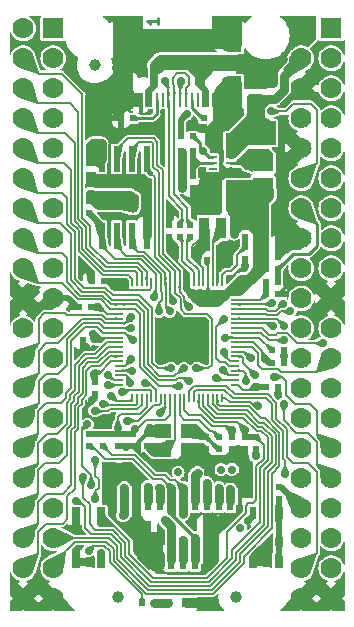
<source format=gbr>
%TF.GenerationSoftware,KiCad,Pcbnew,7.0.9-7.0.9~ubuntu22.04.1*%
%TF.CreationDate,2025-02-11T13:08:51+02:00*%
%TF.ProjectId,RP2350-PICO2-XXL_Rev_B,52503233-3530-42d5-9049-434f322d5858,B*%
%TF.SameCoordinates,PX81b3200PY6e263e0*%
%TF.FileFunction,Copper,L1,Top*%
%TF.FilePolarity,Positive*%
%FSLAX46Y46*%
G04 Gerber Fmt 4.6, Leading zero omitted, Abs format (unit mm)*
G04 Created by KiCad (PCBNEW 7.0.9-7.0.9~ubuntu22.04.1) date 2025-02-11 13:08:51*
%MOMM*%
%LPD*%
G01*
G04 APERTURE LIST*
%ADD10C,0.222250*%
%TA.AperFunction,NonConductor*%
%ADD11C,0.222250*%
%TD*%
%TA.AperFunction,FiducialPad,Global*%
%ADD12C,1.000000*%
%TD*%
%TA.AperFunction,SMDPad,CuDef*%
%ADD13R,0.800000X0.800000*%
%TD*%
%TA.AperFunction,SMDPad,CuDef*%
%ADD14R,0.500000X0.550000*%
%TD*%
%TA.AperFunction,SMDPad,CuDef*%
%ADD15R,0.550000X0.500000*%
%TD*%
%TA.AperFunction,SMDPad,CuDef*%
%ADD16R,1.700000X2.000000*%
%TD*%
%TA.AperFunction,SMDPad,CuDef*%
%ADD17R,1.192000X1.746000*%
%TD*%
%TA.AperFunction,SMDPad,CuDef*%
%ADD18R,0.650000X1.050000*%
%TD*%
%TA.AperFunction,SMDPad,CuDef*%
%ADD19R,1.200000X3.100000*%
%TD*%
%TA.AperFunction,SMDPad,CuDef*%
%ADD20R,0.600000X1.550000*%
%TD*%
%TA.AperFunction,SMDPad,CuDef*%
%ADD21R,0.600000X1.050000*%
%TD*%
%TA.AperFunction,SMDPad,CuDef*%
%ADD22R,1.100000X2.200000*%
%TD*%
%TA.AperFunction,ComponentPad*%
%ADD23O,1.200000X2.200000*%
%TD*%
%TA.AperFunction,SMDPad,CuDef*%
%ADD24R,1.100000X2.000000*%
%TD*%
%TA.AperFunction,ComponentPad*%
%ADD25O,1.300000X2.000000*%
%TD*%
%TA.AperFunction,SMDPad,CuDef*%
%ADD26R,0.300000X1.150000*%
%TD*%
%TA.AperFunction,SMDPad,CuDef*%
%ADD27R,0.250000X1.150000*%
%TD*%
%TA.AperFunction,SMDPad,CuDef*%
%ADD28R,0.900000X1.800000*%
%TD*%
%TA.AperFunction,SMDPad,CuDef*%
%ADD29R,1.400000X1.200000*%
%TD*%
%TA.AperFunction,SMDPad,CuDef*%
%ADD30R,1.016000X1.016000*%
%TD*%
%TA.AperFunction,SMDPad,CuDef*%
%ADD31R,0.780000X0.200000*%
%TD*%
%TA.AperFunction,SMDPad,CuDef*%
%ADD32R,0.200000X0.780000*%
%TD*%
%TA.AperFunction,HeatsinkPad*%
%ADD33C,1.000000*%
%TD*%
%TA.AperFunction,HeatsinkPad*%
%ADD34C,1.800000*%
%TD*%
%TA.AperFunction,HeatsinkPad*%
%ADD35R,3.600000X3.600000*%
%TD*%
%TA.AperFunction,SMDPad,CuDef*%
%ADD36R,1.800000X0.900000*%
%TD*%
%TA.AperFunction,SMDPad,CuDef*%
%ADD37R,0.700000X0.250000*%
%TD*%
%TA.AperFunction,SMDPad,CuDef*%
%ADD38R,0.600000X2.200000*%
%TD*%
%TA.AperFunction,ComponentPad*%
%ADD39R,1.778000X1.778000*%
%TD*%
%TA.AperFunction,ComponentPad*%
%ADD40C,1.778000*%
%TD*%
%TA.AperFunction,ViaPad*%
%ADD41C,0.700000*%
%TD*%
%TA.AperFunction,ViaPad*%
%ADD42C,1.000000*%
%TD*%
%TA.AperFunction,Conductor*%
%ADD43C,0.127000*%
%TD*%
%TA.AperFunction,Conductor*%
%ADD44C,0.508000*%
%TD*%
%TA.AperFunction,Conductor*%
%ADD45C,0.304800*%
%TD*%
%TA.AperFunction,Conductor*%
%ADD46C,0.355600*%
%TD*%
%TA.AperFunction,Conductor*%
%ADD47C,1.016000*%
%TD*%
%TA.AperFunction,Conductor*%
%ADD48C,0.200000*%
%TD*%
%TA.AperFunction,Conductor*%
%ADD49C,0.406400*%
%TD*%
%TA.AperFunction,Conductor*%
%ADD50C,0.762000*%
%TD*%
%TA.AperFunction,Conductor*%
%ADD51C,0.254000*%
%TD*%
%TA.AperFunction,Conductor*%
%ADD52C,0.660400*%
%TD*%
%TA.AperFunction,Conductor*%
%ADD53C,1.524000*%
%TD*%
%TA.AperFunction,Conductor*%
%ADD54C,0.711200*%
%TD*%
%TA.AperFunction,Conductor*%
%ADD55C,0.990600*%
%TD*%
%TA.AperFunction,Conductor*%
%ADD56C,1.270000*%
%TD*%
%TA.AperFunction,Conductor*%
%ADD57C,0.250000*%
%TD*%
G04 APERTURE END LIST*
D10*
D11*
X12862712Y50476001D02*
X12862712Y49968001D01*
X12862712Y50222001D02*
X11973712Y50222001D01*
X11973712Y50222001D02*
X12100712Y50137334D01*
X12100712Y50137334D02*
X12185379Y50052667D01*
X12185379Y50052667D02*
X12227712Y49968001D01*
D12*
%TO.P,FID1,Fid1,FID\u002A*%
%TO.N,unconnected-(FID1-FID\u002A-PadFid1)*%
X9450000Y1500000D03*
%TD*%
D13*
%TO.P,LED1,1,K*%
%TO.N,GND*%
X15262000Y1000000D03*
%TO.P,LED1,2,A*%
%TO.N,Net-(LED1-A)*%
X13738000Y1000000D03*
%TD*%
D12*
%TO.P,FID3,Fid1,FID\u002A*%
%TO.N,unconnected-(FID3-FID\u002A-PadFid1)*%
X7500000Y46500000D03*
%TD*%
%TO.P,FID2,Fid1,FID\u002A*%
%TO.N,unconnected-(FID2-FID\u002A-PadFid1)*%
X19500000Y1500000D03*
%TD*%
D14*
%TO.P,R10,1*%
%TO.N,GND*%
X17758000Y42000000D03*
%TO.P,R10,2*%
%TO.N,/USB_CC1*%
X16742000Y42000000D03*
%TD*%
D15*
%TO.P,R7,1*%
%TO.N,/USB_D+*%
X14700000Y33008000D03*
%TO.P,R7,2*%
%TO.N,/D+*%
X14700000Y31992000D03*
%TD*%
D16*
%TO.P,D1,1,K*%
%TO.N,VSYS*%
X22000000Y40750000D03*
D17*
X22000000Y40877000D03*
%TO.P,D1,2,A*%
%TO.N,VBUS*%
X22000000Y45623000D03*
D16*
X22000000Y45750000D03*
%TD*%
D15*
%TO.P,R6,1*%
%TO.N,/USB_D-*%
X15600000Y33008000D03*
%TO.P,R6,2*%
%TO.N,/D-*%
X15600000Y31992000D03*
%TD*%
%TO.P,R18,1*%
%TO.N,+3.3V*%
X8250000Y15258000D03*
%TO.P,R18,2*%
%TO.N,/GPIO2\u005CI2C1_SDA*%
X8250000Y14242000D03*
%TD*%
%TO.P,R17,1*%
%TO.N,+3.3V*%
X7000000Y15258000D03*
%TO.P,R17,2*%
%TO.N,/GPIO3\u005CI2C1_SCL*%
X7000000Y14242000D03*
%TD*%
D18*
%TO.P,RST1,1*%
%TO.N,/RUN*%
X8075000Y8575000D03*
X8075000Y4425000D03*
%TO.P,RST1,2*%
%TO.N,GND*%
X5925000Y8575000D03*
X5925000Y4425000D03*
%TD*%
D14*
%TO.P,R5,1*%
%TO.N,GND*%
X9742000Y42000000D03*
%TO.P,R5,2*%
%TO.N,/USB_CC2*%
X10758000Y42000000D03*
%TD*%
%TO.P,R12,1*%
%TO.N,VSYS*%
X14792000Y40500000D03*
%TO.P,R12,2*%
%TO.N,/3V3_EN*%
X15808000Y40500000D03*
%TD*%
%TO.P,R8,1*%
%TO.N,/ADC_VREF*%
X23008000Y28150000D03*
%TO.P,R8,2*%
%TO.N,/ADC_AVDD*%
X21992000Y28150000D03*
%TD*%
%TO.P,R4,1*%
%TO.N,+3.3V*%
X21992000Y29250000D03*
%TO.P,R4,2*%
%TO.N,/ADC_VREF*%
X23008000Y29250000D03*
%TD*%
D19*
%TO.P,pUEXT1,0,P0*%
%TO.N,GND*%
X8700000Y11350000D03*
X20300000Y11350000D03*
D20*
%TO.P,pUEXT1,1,P1*%
%TO.N,+3.3V*%
X10000000Y9575000D03*
%TO.P,pUEXT1,2,P2*%
%TO.N,GND*%
X11000000Y9575000D03*
%TO.P,pUEXT1,3,P3*%
%TO.N,/GPIO0\u005CUART0_TX*%
X12000000Y9575000D03*
%TO.P,pUEXT1,4,P4*%
%TO.N,/GPIO1\u005CUART0_RX*%
X13000000Y9575000D03*
%TO.P,pUEXT1,5,P5*%
%TO.N,/GPIO3\u005CI2C1_SCL*%
X14000000Y9575000D03*
%TO.P,pUEXT1,6,P6*%
%TO.N,/GPIO2\u005CI2C1_SDA*%
X15000000Y9575000D03*
%TO.P,pUEXT1,7,P7*%
%TO.N,/GPIO4\u005CSPI0_RX(MISO)*%
X16000000Y9575000D03*
%TO.P,pUEXT1,8,P8*%
%TO.N,/GPIO7\u005CSPI0_TX(MOSI)*%
X17000000Y9575000D03*
%TO.P,pUEXT1,9,P9*%
%TO.N,/GPIO6\u005CSPI0_SCK(SCK)*%
X18000000Y9575000D03*
%TO.P,pUEXT1,10,P10*%
%TO.N,/GPIO5\u005CSPI0_CSn(CS#)*%
X19000000Y9575000D03*
%TD*%
D18*
%TO.P,BOOT1,1*%
%TO.N,/BOOTSEL#*%
X23075000Y8575000D03*
X23075000Y4425000D03*
D21*
%TO.P,BOOT1,2*%
%TO.N,GND*%
X20925000Y8575000D03*
D18*
X20925000Y4425000D03*
%TD*%
D14*
%TO.P,R15,1*%
%TO.N,Net-(LED1-A)*%
X12508000Y1000000D03*
%TO.P,R15,2*%
%TO.N,/GPIO25\u005CUser_Led*%
X11492000Y1000000D03*
%TD*%
D22*
%TO.P,USB-C1,0,SHELL*%
%TO.N,GND*%
X9572400Y44470000D03*
D23*
X10180000Y44470000D03*
X18820000Y44470000D03*
D22*
X19427600Y44470000D03*
D24*
X9572400Y48650000D03*
D25*
X10180000Y48650000D03*
X18820000Y48650000D03*
D24*
X19427600Y48650000D03*
D26*
%TO.P,USB-C1,A1,GND*%
X17825000Y43568000D03*
%TO.P,USB-C1,A4,VBUS*%
%TO.N,VBUS*%
X17025000Y43568000D03*
D27*
%TO.P,USB-C1,A5,CC1*%
%TO.N,/USB_CC1*%
X15750000Y43568000D03*
%TO.P,USB-C1,A6,DP1*%
%TO.N,/USB_D+*%
X14750000Y43568000D03*
%TO.P,USB-C1,A7,DN1*%
%TO.N,/USB_D-*%
X14250000Y43568000D03*
%TO.P,USB-C1,A8,SBU1*%
%TO.N,unconnected-(USB-C1-SBU1-PadA8)*%
X13250000Y43568000D03*
D26*
%TO.P,USB-C1,A9,VBUS*%
%TO.N,VBUS*%
X11975000Y43568000D03*
%TO.P,USB-C1,A12,GND*%
%TO.N,GND*%
X11175000Y43568000D03*
%TO.P,USB-C1,B1,GND*%
X11425000Y43568000D03*
%TO.P,USB-C1,B4,VBUS*%
%TO.N,VBUS*%
X12225000Y43568000D03*
D27*
%TO.P,USB-C1,B5,CC2*%
%TO.N,/USB_CC2*%
X12750000Y43568000D03*
%TO.P,USB-C1,B6,DP2*%
%TO.N,/USB_D+*%
X13750000Y43568000D03*
%TO.P,USB-C1,B7,DN2*%
%TO.N,/USB_D-*%
X15250000Y43568000D03*
%TO.P,USB-C1,B8,SBU2*%
%TO.N,unconnected-(USB-C1-SBU2-PadB8)*%
X16250000Y43568000D03*
D26*
%TO.P,USB-C1,B9,VBUS*%
%TO.N,VBUS*%
X16775000Y43568000D03*
%TO.P,USB-C1,B12,GND*%
%TO.N,GND*%
X17575000Y43568000D03*
%TD*%
D14*
%TO.P,C10,1*%
%TO.N,+3.3V*%
X8258000Y28200000D03*
%TO.P,C10,2*%
%TO.N,GND*%
X7242000Y28200000D03*
%TD*%
D15*
%TO.P,C4,1*%
%TO.N,+3.3V*%
X7500000Y19708000D03*
%TO.P,C4,2*%
%TO.N,GND*%
X7500000Y18692000D03*
%TD*%
D14*
%TO.P,R13,1*%
%TO.N,Net-(U2-FB)*%
X15808000Y38100000D03*
%TO.P,R13,2*%
%TO.N,+3.3V*%
X14792000Y38100000D03*
%TD*%
%TO.P,C17,1*%
%TO.N,/+1V1*%
X22492000Y22375000D03*
%TO.P,C17,2*%
%TO.N,GND*%
X23508000Y22375000D03*
%TD*%
%TO.P,C9,1*%
%TO.N,+3.3V*%
X21992000Y30250000D03*
%TO.P,C9,2*%
%TO.N,GND*%
X23008000Y30250000D03*
%TD*%
%TO.P,C14,1*%
%TO.N,/+1V1*%
X16992000Y31000000D03*
%TO.P,C14,2*%
%TO.N,GND*%
X18008000Y31000000D03*
%TD*%
D15*
%TO.P,C16,1*%
%TO.N,/+1V1*%
X19100000Y15008000D03*
%TO.P,C16,2*%
%TO.N,GND*%
X19100000Y13992000D03*
%TD*%
%TO.P,C11,1*%
%TO.N,+3.3V*%
X13800000Y31992000D03*
%TO.P,C11,2*%
%TO.N,GND*%
X13800000Y33008000D03*
%TD*%
%TO.P,R3,1*%
%TO.N,+3.3V*%
X20250000Y33008000D03*
%TO.P,R3,2*%
%TO.N,/VREG_AVDD*%
X20250000Y31992000D03*
%TD*%
D14*
%TO.P,C3,1*%
%TO.N,+3.3V*%
X7208000Y26000000D03*
%TO.P,C3,2*%
%TO.N,GND*%
X6192000Y26000000D03*
%TD*%
%TO.P,C23,1*%
%TO.N,Net-(U2-FB)*%
X15808000Y39250000D03*
%TO.P,C23,2*%
%TO.N,+3.3V*%
X14792000Y39250000D03*
%TD*%
D28*
%TO.P,L1,1,1*%
%TO.N,/+1V1*%
X16800000Y32750000D03*
%TO.P,L1,2,2*%
%TO.N,Net-(U3-VREG_LX)*%
X18200000Y32750000D03*
%TD*%
D15*
%TO.P,C18,1*%
%TO.N,/VREG_AVDD*%
X20250000Y31108000D03*
%TO.P,C18,2*%
%TO.N,GND*%
X20250000Y30092000D03*
%TD*%
%TO.P,R2,1*%
%TO.N,+3.3V*%
X21200000Y13992000D03*
%TO.P,R2,2*%
%TO.N,/RUN*%
X21200000Y15008000D03*
%TD*%
D29*
%TO.P,Q1,1,1*%
%TO.N,Net-(C20-Pad1)*%
X15500000Y15550000D03*
%TO.P,Q1,2,2*%
%TO.N,Net-(U3-XIN)*%
X13300000Y13950000D03*
%TO.P,Q1,3,case*%
%TO.N,GND*%
X15500000Y13950000D03*
X13300000Y15550000D03*
%TD*%
D14*
%TO.P,C8,1*%
%TO.N,+3.3V*%
X22492000Y21300000D03*
%TO.P,C8,2*%
%TO.N,GND*%
X23508000Y21300000D03*
%TD*%
D15*
%TO.P,C21,1*%
%TO.N,Net-(U3-XIN)*%
X11900000Y14242000D03*
%TO.P,C21,2*%
%TO.N,GND*%
X11900000Y15258000D03*
%TD*%
D14*
%TO.P,C19,1*%
%TO.N,/ADC_AVDD*%
X21992000Y27100000D03*
%TO.P,C19,2*%
%TO.N,GND*%
X23008000Y27100000D03*
%TD*%
D30*
%TO.P,C22,1*%
%TO.N,VSYS*%
X19125000Y40250000D03*
%TO.P,C22,2*%
%TO.N,GND*%
X17347000Y40250000D03*
%TD*%
D15*
%TO.P,C2,1*%
%TO.N,/RUN*%
X20200000Y15008000D03*
%TO.P,C2,2*%
%TO.N,GND*%
X20200000Y13992000D03*
%TD*%
D14*
%TO.P,C12,1*%
%TO.N,+3.3V*%
X21992000Y31250000D03*
%TO.P,C12,2*%
%TO.N,GND*%
X23008000Y31250000D03*
%TD*%
%TO.P,C13,1*%
%TO.N,+3.3V*%
X16992000Y30000000D03*
%TO.P,C13,2*%
%TO.N,GND*%
X18008000Y30000000D03*
%TD*%
D31*
%TO.P,U3,1,GPIO4/SPI0_RX/UART1_TX/I2C0_SDA/PWM2_A/SIO/PIO0/PIO1/PIO2/TRACEDATA2/USB_VBUS_DET*%
%TO.N,/GPIO4\u005CSPI0_RX(MISO)*%
X9603500Y27050000D03*
%TO.P,U3,2,GPIO5/SPI0_CSn/UART1_RX/I2C0_SCL/PWM2_B/SIO/PIO0/PIO1/PIO2/TRACEDATA3/USB_VBUS_EN*%
%TO.N,/GPIO5\u005CSPI0_CSn(CS#)*%
X9603500Y26650000D03*
%TO.P,U3,3,GPIO6/SPI0_SCK/UART1_CTS/I2C1_SDA/PWM3_A/SIO/PIO0/PIO1/PIO2/USB_OVCUR_DET/UART1_TX*%
%TO.N,/GPIO6\u005CSPI0_SCK(SCK)*%
X9603500Y26250000D03*
%TO.P,U3,4,GPIO7/SPI0_TX/UART1_RTS/I2C1_SCL/PWM3_B/SIO/PIO0/PIO1/PIO2/USB_VBUS_DET/UART1_RX*%
%TO.N,/GPIO7\u005CSPI0_TX(MOSI)*%
X9603500Y25850000D03*
%TO.P,U3,5,IOVDD*%
%TO.N,+3.3V*%
X9603500Y25450000D03*
%TO.P,U3,6,GPIO8/SPI1_RX/UART1_TX/I2C0_SDA/PWM4_A/SIO/PIO0/PIO1/PIO2/QMI_CS1n/USB_VBUS_EN*%
%TO.N,/GPIO8\u005CQMI_CS1n*%
X9603500Y25050000D03*
%TO.P,U3,7,GPIO9/SPI1_CSn/UART1_RX/I2C0_SCL/PWM4_B/SIO/PIO0/PIO1/PIO2/USB_OVCUR_DET*%
%TO.N,/GPIO9\u005CSPI1_CSn*%
X9603500Y24650000D03*
%TO.P,U3,8,GPIO10/SPI1_SCK/UART1_CTS/I2C1_SDA/PWM5_A/SIO/PIO0/PIO1/PIO2/USB_VBUS_DET/UART1_TX*%
%TO.N,/GPIO10\u005CSPI1_SCK\u005CSD_CLK*%
X9603500Y24250000D03*
%TO.P,U3,9,GPIO11/SPI1_TX/UART1_RTS/I2C1_SCL/PWM5_B/SIO/PIO0/PIO1/PIO2/USB_VBUS_EN/UART1_RX*%
%TO.N,/GPIO11\u005CSPI1_TX\u005CSD_CMD*%
X9603500Y23850000D03*
%TO.P,U3,10,DVDD*%
%TO.N,/+1V1*%
X9603500Y23450000D03*
%TO.P,U3,11,GPIO12/HSTX/SPI1_RX/UART0_TX/I2C0_SDA/PWM6_A/SIO/PIO0/PIO1/PIO2/CLOCK_GPIN0/USB_OVCUR_DET*%
%TO.N,/GPIO12*%
X9603500Y23050000D03*
%TO.P,U3,12,GPIO13/HSTX/SPI1_CSn/UART0_RX/I2C0_SCL/PWM6_B/SIO/PIO0/PIO1/PIO2/CLOCK_GPOUT0/USB_VBUS_DET*%
%TO.N,/GPIO13*%
X9603500Y22650000D03*
%TO.P,U3,13,GPIO14/HSTX/SPI1_SCK/UART0_CTS/I2C1_SDA/PWM7_A/SIO/PIO0/PIO1/PIO2/CLOCK_GPIN1/USB_VBUS_EN/UART0_TX*%
%TO.N,/GPIO14*%
X9603500Y22250000D03*
%TO.P,U3,14,GPIO15/HSTX/SPI1_TX/UART0_RTS/I2C1_SCL/PWM7_B/SIO/PIO0/PIO1/PIO2/CLOCK_GPOUT1/USB_OVCUR_DET/UART0_RX*%
%TO.N,/GPIO15*%
X9603500Y21850000D03*
%TO.P,U3,15,IOVDD*%
%TO.N,+3.3V*%
X9603500Y21450000D03*
%TO.P,U3,16,GPIO16/HSTX/SPI0_RX/UART0_TX/I2C0_SDA/PWM0_A/SIO/PIO0/PIO1/PIO2/USB_VBUS_DET*%
%TO.N,/GPIO16*%
X9603500Y21050000D03*
%TO.P,U3,17,GPIO17/HSTX/SPI0_CSn/UART0_RX/I2C0_SCL/PWM0_B/SIO/PIO0/PIO1/PIO2/USB_VBUS_EN*%
%TO.N,/GPIO17*%
X9603500Y20650000D03*
%TO.P,U3,18,GPIO18/HSTX/SPI0_SCK/UART0_CTS/I2C1_SDA/PWM1_A/SIO/PIO0/PIO1/PIO2/USB_OVCUR_DET/UART0_TX*%
%TO.N,/GPIO18*%
X9603500Y20250000D03*
%TO.P,U3,19,GPIO19/HSTX/SPI0_TX/UART0_RTS/I2C1_SCL/PWM1_B/SIO/PIO0/PIO1/PIO2/QMI_CS1n/USB_VBUS_DET/UART0_RX*%
%TO.N,/GPIO19*%
X9603500Y19850000D03*
%TO.P,U3,20,GPIO20/SPI0_RX/UART1_TX/I2C0_SDA/PWM2_A/SIO/PIO0/PIO1/PIO2/CLOCK_GPIN0/USB_VBUS_EN*%
%TO.N,/GPIO20*%
X9603500Y19450000D03*
D32*
%TO.P,U3,21,GPIO21/SPI0_CSn/UART1_RX/I2C0_SCL/PWM2_B/SIO/PIO0/PIO1/PIO2/CLOCK_GPOUT0/USB_OVCUR_DET*%
%TO.N,/GPIO21*%
X10700000Y18353500D03*
%TO.P,U3,22,GPIO22/SPI0_SCK/UART1_CTS/I2C1_SDA/PWM3_A/SIO/PIO0/PIO1/PIO2/CLOCK_GPIN1/USB_VBUS_DET/UART1_TX*%
%TO.N,/GPIO22*%
X11100000Y18353500D03*
%TO.P,U3,23,GPIO23/SPI0_TX/UART1_RTS/I2C1_SCL/PWM3_B/SIO/PIO0/PIO1/PIO2/CLOCK_GPOUT1/USB_VBUS_EN/UART1_RX*%
%TO.N,/GPIO23*%
X11500000Y18353500D03*
%TO.P,U3,24,IOVDD*%
%TO.N,+3.3V*%
X11900000Y18353500D03*
%TO.P,U3,25,GPIO24/SPI1_RX/UART1_TX/I2C0_SDA/PWM4_A/SIO/PIO0/PIO1/PIO2/CLOCK_GPOUT2/USB_OVCUR_DET*%
%TO.N,/GPIO24\u005CSPI1_RX\u005CSD_DAT0*%
X12300000Y18353500D03*
%TO.P,U3,26,GPIO25/SPI1_CSn/UART1_RX/I2C0_SCL/PWM4_B/SIO/PIO0/PIO1/PIO2/CLOCK_GPOUT3/USB_VBUS_DET*%
%TO.N,/GPIO25\u005CUser_Led*%
X12700000Y18353500D03*
%TO.P,U3,27,GPIO26/SPI1_SCK/UART1_CTS/I2C1_SDA/PWM5_A/SIO/PIO0/PIO1/PIO2/USB_VBUS_EN/UART1_TX*%
%TO.N,/GPIO26*%
X13100000Y18353500D03*
%TO.P,U3,28,GPIO27/SPI1_TX/UART1_RTS/I2C1_SCL/PWM5_B/SIO/PIO0/PIO1/PIO2/USB_OVCUR_DET/UART1_RX*%
%TO.N,/GPIO27*%
X13500000Y18353500D03*
%TO.P,U3,29,IOVDD*%
%TO.N,+3.3V*%
X13900000Y18353500D03*
%TO.P,U3,30,XIN*%
%TO.N,Net-(U3-XIN)*%
X14300000Y18353500D03*
%TO.P,U3,31,XOUT*%
%TO.N,Net-(U3-XOUT)*%
X14700000Y18353500D03*
%TO.P,U3,32,DVDD*%
%TO.N,/+1V1*%
X15100000Y18353500D03*
%TO.P,U3,33,SWCLK*%
%TO.N,/SWCLK*%
X15500000Y18353500D03*
%TO.P,U3,34,SWDIO*%
%TO.N,/SWDIO*%
X15900000Y18353500D03*
%TO.P,U3,35,RUN(RESET#)*%
%TO.N,/RUN*%
X16300000Y18353500D03*
%TO.P,U3,36,GPIO28/SPI1_RX/UART0_TX/I2C0_SDA/PWM6_A/SIO/PIO0/PIO1/PIO2/USB_VBUS_DET*%
%TO.N,/GPIO28*%
X16700000Y18353500D03*
%TO.P,U3,37,GPIO29/SPI1_CSn/UART0_RX/I2C0_SCL/PWM6_B/SIO/PIO0/PIO1/PIO2/USB_VBUS_EN*%
%TO.N,/GPIO29*%
X17100000Y18353500D03*
%TO.P,U3,38,GPIO30/SPI1_SCK/UART0_CTS/I2C1_SDA/PWM7_A/SIO/PIO0/PIO1/PIO2/USB_OVCUR_DET/UART0_TX*%
%TO.N,/GPIO30*%
X17500000Y18353500D03*
%TO.P,U3,39,GPIO31/SPI1_TX/UART0_RTS/I2C1_SCL/PWM7_B/SIO/PIO0/PIO1/PIO2/USB_VBUS_DET/UART0_RX*%
%TO.N,/GPIO31*%
X17900000Y18353500D03*
%TO.P,U3,40,GPIO32/SPI0_RX/UART0_TX/I2C0_SDA/PWM8_A/SIO/PIO0/PIO1/PIO2/USB_VBUS_EN*%
%TO.N,/GPIO32*%
X18300000Y18353500D03*
D31*
%TO.P,U3,41,IOVDD*%
%TO.N,+3.3V*%
X19396500Y19450000D03*
%TO.P,U3,42,GPIO33/SPI0_CSn/UART0_RX/I2C0_SCL/PWM8_B/SIO/PIO0/PIO1/PIO2/USB_OVCUR_DET*%
%TO.N,/GPIO33*%
X19396500Y19850000D03*
%TO.P,U3,43,GPIO34/SPI0_SCK/UART0_CTS/I2C1_SDA/PWM9_A/SIO/PIO0/PIO1/PIO2/USB_VBUS_DET/UART0_TX*%
%TO.N,/GPIO34*%
X19396500Y20250000D03*
%TO.P,U3,44,GPIO35/SPI0_TX/UART0_RTS/I2C1_SCL/PWM9_B/SIO/PIO0/PIO1/PIO2/USB_VBUS_EN/UART0_RX*%
%TO.N,/GPIO35*%
X19396500Y20650000D03*
%TO.P,U3,45,GPIO36/SPI0_RX/UART1_TX/I2C0_SDA/PWM10_A/SIO/PIO0/PIO1/PIO2/USB_OVCUR_DET*%
%TO.N,/GPIO36*%
X19396500Y21050000D03*
%TO.P,U3,46,GPIO37/SPI0_CSn/UART1_RX/I2C0_SCL/PWM10_B/SIO/PIO0/PIO1/PIO2/USB_VBUS_DET*%
%TO.N,/GPIO37*%
X19396500Y21450000D03*
%TO.P,U3,47,GPIO38/SPI0_SCK/UART1_CTS/I2C1_SDA/PWM11_A/SIO/PIO0/PIO1/PIO2/USB_VBUS_EN/UART1_TX*%
%TO.N,/GPIO38*%
X19396500Y21850000D03*
%TO.P,U3,48,GPIO39/SPI0_TX/UART1_RTS/I2C1_SCL/PWM11_B/SIO/PIO0/PIO1/PIO2/USB_OVCUR_DET/UART1_RX*%
%TO.N,/GPIO39*%
X19396500Y22250000D03*
%TO.P,U3,49,GPIO40_ADC0/SPI1_RX/UART1_TX/I2C0_SDA/PWM8_A/SIO/PIO0/PIO1/PIO2/USB_VBUS_DET*%
%TO.N,/GPIO40*%
X19396500Y22650000D03*
%TO.P,U3,50,IOVDD*%
%TO.N,+3.3V*%
X19396500Y23050000D03*
%TO.P,U3,51,DVDD*%
%TO.N,/+1V1*%
X19396500Y23450000D03*
%TO.P,U3,52,GPIO41_ADC1/SPI1_CSn/UART1_RX/I2C0_SCL/PWM8_B/SIO/PIO0/PIO1/PIO2/USB_VBUS_EN*%
%TO.N,/GPIO41*%
X19396500Y23850000D03*
%TO.P,U3,53,GPIO42_ADC2/SPI1_SCK/UART1_CTS/I2C1_SDA/PWM9_A/SIO/PIO0/PIO1/PIO2/USB_OVCUR_DET/UART1_TX*%
%TO.N,/GPIO42*%
X19396500Y24250000D03*
%TO.P,U3,54,GPIO43_ADC3/SPI1_TX/UART1_RTS/I2C1_SCL/PWM9_B/SIO/PIO0/PIO1/PIO2/USB_VBUS_DET/UART1_RX*%
%TO.N,/GPIO43*%
X19396500Y24650000D03*
%TO.P,U3,55,GPIO44_ADC4/SPI1_RX/UART0_TX/I2C0_SDA/PWM10_A/SIO/PIO0/PIO1/PIO2/USB_VBUS_EN*%
%TO.N,/GPIO44*%
X19396500Y25050000D03*
%TO.P,U3,56,GPIO45_ADC5/SPI1_CSn/UART0_RX/I2C0_SCL/PWM10_B/SIO/PIO0/PIO1/PIO2/USB_OVCUR_DET*%
%TO.N,/GPIO45*%
X19396500Y25450000D03*
%TO.P,U3,57,GPIO46_ADC6/SPI1_SCK/UART0_CTS/I2C1_SDA/PWM11_A/SIO/PIO0/PIO1/PIO2/USB_VBUS_DET/UART0_TX*%
%TO.N,/GPIO46*%
X19396500Y25850000D03*
%TO.P,U3,58,GPIO47_ADC7/SPI1_TX/UART0_RTS/I2C1_SCL/PWM11_B/SIO/PIO0/PIO1/PIO2/QMI_CS1n/USB_VBUS_EN/UART0_RX*%
%TO.N,/GPIO47*%
X19396500Y26250000D03*
%TO.P,U3,59,ADC_AVDD*%
%TO.N,/ADC_AVDD*%
X19396500Y26650000D03*
%TO.P,U3,60,IOVDD*%
%TO.N,+3.3V*%
X19396500Y27050000D03*
D32*
%TO.P,U3,61,VREG_AVDD*%
%TO.N,/VREG_AVDD*%
X18300000Y28146500D03*
%TO.P,U3,62,VREG_PGND*%
%TO.N,GND*%
X17900000Y28146500D03*
%TO.P,U3,63,VREG_LX*%
%TO.N,Net-(U3-VREG_LX)*%
X17500000Y28146500D03*
%TO.P,U3,64,VREG_VIN*%
%TO.N,+3.3V*%
X17100000Y28146500D03*
%TO.P,U3,65,VREG_FB*%
%TO.N,/+1V1*%
X16700000Y28146500D03*
%TO.P,U3,66,USB_DM/UART1_RX/I2C0_SCL/SIO*%
%TO.N,/D-*%
X16300000Y28146500D03*
%TO.P,U3,67,USB_DP/UART1_TX/I2C0_SDA/SIO*%
%TO.N,/D+*%
X15900000Y28146500D03*
%TO.P,U3,68,USB_OTP_VDD*%
%TO.N,+3.3V*%
X15500000Y28146500D03*
%TO.P,U3,69,QSPI_IOVDD*%
X15100000Y28146500D03*
%TO.P,U3,70,QSPI_SD3/QMI_SD3/UART0_RTS/I2C1_SCL/SIO/UART0_RX*%
%TO.N,/QSPI_SD3*%
X14700000Y28146500D03*
%TO.P,U3,71,QSPI_SCLK/QMI_SCK/UART1_CTS/I2C1_SDA/SIO/UART1_TX*%
%TO.N,/QSPI_CLK*%
X14300000Y28146500D03*
%TO.P,U3,72,QSPI_SD0/QMI_SD0/UART0_TX/I2C0_SDA/SIO*%
%TO.N,/QSPI_SD0*%
X13900000Y28146500D03*
%TO.P,U3,73,QSPI_SD2/QMI_SD2/UART0_CTS/I2C1_SDA/SIO/UART0_TX*%
%TO.N,/QSPI_SD2*%
X13500000Y28146500D03*
%TO.P,U3,74,QSPI_SD1/QMI_SD1/UART0_RX/I2C0_SCL/SIO*%
%TO.N,/QSPI_SD1*%
X13100000Y28146500D03*
%TO.P,U3,75,QSPI_SSn/QMI_CS0n/UART1_RTS/I2C1_SCL/SIO/UART1_RX*%
%TO.N,/QSPI_CSn*%
X12700000Y28146500D03*
%TO.P,U3,76,IOVDD*%
%TO.N,+3.3V*%
X12300000Y28146500D03*
%TO.P,U3,77,GPIO0/SPI0_RX/UART0_TX/I2C0_SDA/PWM0_A/SIO/PIO0/PIO1/PIO2/QMI_CS1n/USB_OVCUR_DET*%
%TO.N,/GPIO0\u005CUART0_TX*%
X11900000Y28146500D03*
%TO.P,U3,78,GPIO1/SPI0_CSn/UART0_RX/I2C0_SCL/PWM0_B/SIO/PIO0/PIO1/PIO2/TRACECLK/USB_VBUS_DET*%
%TO.N,/GPIO1\u005CUART0_RX*%
X11500000Y28146500D03*
%TO.P,U3,79,GPIO2/SPI0_SCK/UART0_CTS/I2C1_SDA/PWM1_A/SIO/PIO0/PIO1/PIO2/TRACEDATA0/USB_VBUS_EN/UART0_TX*%
%TO.N,/GPIO2\u005CI2C1_SDA*%
X11100000Y28146500D03*
%TO.P,U3,80,GPIO3/SPI0_TX/UART0_RTS/I2C1_SCL/PWM1_B/SIO/PIO0/PIO1/PIO2/TRACEDATA1/USB_OVCUR_DET/UART0_RX*%
%TO.N,/GPIO3\u005CI2C1_SCL*%
X10700000Y28146500D03*
D33*
%TO.P,U3,81,GND(EPAD)*%
%TO.N,GND*%
X15700000Y24450000D03*
X13300000Y24450000D03*
D34*
X14500000Y23250000D03*
D35*
X14500000Y23250000D03*
D33*
X15700000Y22050000D03*
X13300000Y21980000D03*
%TD*%
D36*
%TO.P,L2,1,1*%
%TO.N,+3.3V*%
X21750000Y36550000D03*
%TO.P,L2,2,2*%
%TO.N,/SW1*%
X21750000Y37950000D03*
%TD*%
D14*
%TO.P,C7,1*%
%TO.N,+3.3V*%
X21992000Y19250000D03*
%TO.P,C7,2*%
%TO.N,GND*%
X23008000Y19250000D03*
%TD*%
D37*
%TO.P,U2,1,GND*%
%TO.N,GND*%
X19000000Y37750000D03*
%TO.P,U2,2,SW*%
%TO.N,/SW1*%
X19000000Y38250000D03*
%TO.P,U2,3,VIN*%
%TO.N,VSYS*%
X19000000Y38750000D03*
%TO.P,U2,4,EN*%
%TO.N,/3V3_EN*%
X17500000Y38750000D03*
%TO.P,U2,5,FB*%
%TO.N,Net-(U2-FB)*%
X17500000Y38250000D03*
%TO.P,U2,6,PG*%
%TO.N,unconnected-(U2-PG-Pad6)*%
X17500000Y37750000D03*
%TD*%
D15*
%TO.P,C20,1*%
%TO.N,Net-(C20-Pad1)*%
X16900000Y15008000D03*
%TO.P,C20,2*%
%TO.N,GND*%
X16900000Y13992000D03*
%TD*%
D30*
%TO.P,C24,1*%
%TO.N,+3.3V*%
X19139000Y36250000D03*
%TO.P,C24,2*%
%TO.N,GND*%
X17361000Y36250000D03*
%TD*%
D15*
%TO.P,R11,1*%
%TO.N,/QSPI_CSn*%
X23100000Y10808000D03*
%TO.P,R11,2*%
%TO.N,/BOOTSEL#*%
X23100000Y9792000D03*
%TD*%
%TO.P,R1,1*%
%TO.N,+3.3V*%
X7000000Y35008000D03*
%TO.P,R1,2*%
%TO.N,/QSPI_CSn*%
X7000000Y33992000D03*
%TD*%
%TO.P,C1,1*%
%TO.N,GND*%
X7000000Y37242000D03*
%TO.P,C1,2*%
%TO.N,+3.3V*%
X7000000Y38258000D03*
%TD*%
D38*
%TO.P,U1,1,#CS*%
%TO.N,/QSPI_CSn*%
X8085000Y32085000D03*
%TO.P,U1,2,DO(IO1)*%
%TO.N,/QSPI_SD1*%
X9355000Y32085000D03*
%TO.P,U1,3,#WP(IO2)*%
%TO.N,/QSPI_SD2*%
X10625000Y32085000D03*
%TO.P,U1,4,GND*%
%TO.N,GND*%
X11895000Y32085000D03*
%TO.P,U1,5,DI(IO0)*%
%TO.N,/QSPI_SD0*%
X11895000Y38555000D03*
%TO.P,U1,6,CLK*%
%TO.N,/QSPI_CLK*%
X10625000Y38555000D03*
%TO.P,U1,7,#HOLD(IO3)*%
%TO.N,/QSPI_SD3*%
X9355000Y38555000D03*
%TO.P,U1,8,VCC*%
%TO.N,+3.3V*%
X8085000Y38555000D03*
%TD*%
D15*
%TO.P,R9,1*%
%TO.N,Net-(C20-Pad1)*%
X18000000Y13992000D03*
%TO.P,R9,2*%
%TO.N,Net-(U3-XOUT)*%
X18000000Y15008000D03*
%TD*%
D30*
%TO.P,C25,1*%
%TO.N,+3.3V*%
X19139000Y34750000D03*
%TO.P,C25,2*%
%TO.N,GND*%
X17361000Y34750000D03*
%TD*%
D15*
%TO.P,R14,1*%
%TO.N,Net-(U2-FB)*%
X15800000Y37108000D03*
%TO.P,R14,2*%
%TO.N,GND*%
X15800000Y36092000D03*
%TD*%
D19*
%TO.P,QWST1,0*%
%TO.N,GND*%
X11700000Y6350000D03*
X17300000Y6350000D03*
D20*
%TO.P,QWST1,1,GND*%
X13000000Y4575000D03*
%TO.P,QWST1,2,VCC*%
%TO.N,+3.3V*%
X14000000Y4575000D03*
%TO.P,QWST1,3,SDA*%
%TO.N,/GPIO2\u005CI2C1_SDA*%
X15000000Y4575000D03*
%TO.P,QWST1,4,SCL*%
%TO.N,/GPIO3\u005CI2C1_SCL*%
X16000000Y4575000D03*
%TD*%
D14*
%TO.P,C15,1*%
%TO.N,/+1V1*%
X7508000Y23250000D03*
%TO.P,C15,2*%
%TO.N,GND*%
X6492000Y23250000D03*
%TD*%
D15*
%TO.P,C6,1*%
%TO.N,+3.3V*%
X10750000Y15258000D03*
%TO.P,C6,2*%
%TO.N,GND*%
X10750000Y14242000D03*
%TD*%
%TO.P,C5,1*%
%TO.N,+3.3V*%
X9500000Y15258000D03*
%TO.P,C5,2*%
%TO.N,GND*%
X9500000Y14242000D03*
%TD*%
D39*
%TO.P,EXT1,1,1*%
%TO.N,+3.3V*%
X4000000Y49630000D03*
D40*
%TO.P,EXT1,2,2*%
X1460000Y49630000D03*
%TO.P,EXT1,3,3*%
%TO.N,/GPIO16*%
X4000000Y47090000D03*
%TO.P,EXT1,4,4*%
%TO.N,/GPIO0\u005CUART0_TX*%
X1460000Y47090000D03*
%TO.P,EXT1,5,5*%
%TO.N,/GPIO17*%
X4000000Y44550000D03*
%TO.P,EXT1,6,6*%
%TO.N,/GPIO1\u005CUART0_RX*%
X1460000Y44550000D03*
%TO.P,EXT1,7,7*%
%TO.N,/GPIO18*%
X4000000Y42010000D03*
%TO.P,EXT1,8,8*%
%TO.N,/GPIO2\u005CI2C1_SDA*%
X1460000Y42010000D03*
%TO.P,EXT1,9,9*%
%TO.N,/GPIO19*%
X4000000Y39470000D03*
%TO.P,EXT1,10,10*%
%TO.N,/GPIO3\u005CI2C1_SCL*%
X1460000Y39470000D03*
%TO.P,EXT1,11,11*%
%TO.N,/GPIO20*%
X4000000Y36930000D03*
%TO.P,EXT1,12,12*%
%TO.N,/GPIO4\u005CSPI0_RX(MISO)*%
X1460000Y36930000D03*
%TO.P,EXT1,13,13*%
%TO.N,/GPIO21*%
X4000000Y34390000D03*
%TO.P,EXT1,14,14*%
%TO.N,/GPIO5\u005CSPI0_CSn(CS#)*%
X1460000Y34390000D03*
%TO.P,EXT1,15,15*%
%TO.N,/GPIO22*%
X4000000Y31850000D03*
%TO.P,EXT1,16,16*%
%TO.N,/GPIO6\u005CSPI0_SCK(SCK)*%
X1460000Y31850000D03*
%TO.P,EXT1,17,17*%
%TO.N,/GPIO23*%
X4000000Y29310000D03*
%TO.P,EXT1,18,18*%
%TO.N,/GPIO7\u005CSPI0_TX(MOSI)*%
X1460000Y29310000D03*
%TO.P,EXT1,19,19*%
%TO.N,GND*%
X4000000Y26770000D03*
%TO.P,EXT1,20,20*%
X1460000Y26770000D03*
%TO.P,EXT1,21,21*%
%TO.N,+3.3V*%
X4000000Y24230000D03*
%TO.P,EXT1,22,22*%
X1460000Y24230000D03*
%TO.P,EXT1,23,23*%
%TO.N,/GPIO24\u005CSPI1_RX\u005CSD_DAT0*%
X4000000Y21690000D03*
%TO.P,EXT1,24,24*%
%TO.N,/GPIO8\u005CQMI_CS1n*%
X1460000Y21690000D03*
%TO.P,EXT1,25,25*%
%TO.N,/GPIO25\u005CUser_Led*%
X4000000Y19150000D03*
%TO.P,EXT1,26,26*%
%TO.N,/GPIO9\u005CSPI1_CSn*%
X1460000Y19150000D03*
%TO.P,EXT1,27,27*%
%TO.N,/GPIO26*%
X4000000Y16610000D03*
%TO.P,EXT1,28,28*%
%TO.N,/GPIO10\u005CSPI1_SCK\u005CSD_CLK*%
X1460000Y16610000D03*
%TO.P,EXT1,29,29*%
%TO.N,/GPIO27*%
X4000000Y14070000D03*
%TO.P,EXT1,30,30*%
%TO.N,/GPIO11\u005CSPI1_TX\u005CSD_CMD*%
X1460000Y14070000D03*
%TO.P,EXT1,31,31*%
%TO.N,/GPIO28*%
X4000000Y11530000D03*
%TO.P,EXT1,32,32*%
%TO.N,/GPIO12*%
X1460000Y11530000D03*
%TO.P,EXT1,33,33*%
%TO.N,/GPIO29*%
X4000000Y8990000D03*
%TO.P,EXT1,34,34*%
%TO.N,/GPIO13*%
X1460000Y8990000D03*
%TO.P,EXT1,35,35*%
%TO.N,/GPIO30*%
X4000000Y6450000D03*
%TO.P,EXT1,36,36*%
%TO.N,/GPIO14*%
X1460000Y6450000D03*
%TO.P,EXT1,37,37*%
%TO.N,/GPIO31*%
X4000000Y3910000D03*
%TO.P,EXT1,38,38*%
%TO.N,/GPIO15*%
X1460000Y3910000D03*
%TO.P,EXT1,39,39*%
%TO.N,GND*%
X4000000Y1370000D03*
%TO.P,EXT1,40,40*%
X1460000Y1370000D03*
%TD*%
D39*
%TO.P,EXT2,1,1*%
%TO.N,+3.3V*%
X27540000Y49630000D03*
D40*
%TO.P,EXT2,2,2*%
%TO.N,VBUS*%
X25000000Y49630000D03*
%TO.P,EXT2,3,3*%
%TO.N,/GPIO32*%
X27540000Y47090000D03*
%TO.P,EXT2,4,4*%
%TO.N,VSYS*%
X25000000Y47090000D03*
%TO.P,EXT2,5,5*%
%TO.N,/GPIO33*%
X27540000Y44550000D03*
%TO.P,EXT2,6,6*%
%TO.N,GND*%
X25000000Y44550000D03*
%TO.P,EXT2,7,7*%
%TO.N,/GPIO34*%
X27540000Y42010000D03*
%TO.P,EXT2,8,8*%
%TO.N,+3.3V*%
X25000000Y42010000D03*
%TO.P,EXT2,9,9*%
%TO.N,/GPIO35*%
X27540000Y39470000D03*
%TO.P,EXT2,10,10*%
%TO.N,GND*%
X25000000Y39470000D03*
%TO.P,EXT2,11,11*%
%TO.N,/GPIO36*%
X27540000Y36930000D03*
%TO.P,EXT2,12,12*%
%TO.N,/3V3_EN*%
X25000000Y36930000D03*
%TO.P,EXT2,13,13*%
%TO.N,/GPIO37*%
X27540000Y34390000D03*
%TO.P,EXT2,14,14*%
%TO.N,/ADC_VREF*%
X25000000Y34390000D03*
%TO.P,EXT2,15,15*%
%TO.N,/GPIO38*%
X27540000Y31850000D03*
%TO.P,EXT2,16,16*%
%TO.N,GND*%
X25000000Y31850000D03*
%TO.P,EXT2,17,17*%
%TO.N,/GPIO39*%
X27540000Y29310000D03*
%TO.P,EXT2,18,18*%
%TO.N,/RUN*%
X25000000Y29310000D03*
%TO.P,EXT2,19,19*%
%TO.N,GND*%
X27540000Y26770000D03*
%TO.P,EXT2,20,20*%
%TO.N,/BOOTSEL#*%
X25000000Y26770000D03*
%TO.P,EXT2,21,21*%
%TO.N,+3.3V*%
X27540000Y24230000D03*
%TO.P,EXT2,22,22*%
X25000000Y24230000D03*
%TO.P,EXT2,23,23*%
%TO.N,/GPIO40*%
X27540000Y21690000D03*
%TO.P,EXT2,24,24*%
%TO.N,/QSPI_SD0*%
X25000000Y21690000D03*
%TO.P,EXT2,25,25*%
%TO.N,/GPIO41*%
X27540000Y19150000D03*
%TO.P,EXT2,26,26*%
%TO.N,/QSPI_SD1*%
X25000000Y19150000D03*
%TO.P,EXT2,27,27*%
%TO.N,/GPIO42*%
X27540000Y16610000D03*
%TO.P,EXT2,28,28*%
%TO.N,/QSPI_SD2*%
X25000000Y16610000D03*
%TO.P,EXT2,29,29*%
%TO.N,/GPIO43*%
X27540000Y14070000D03*
%TO.P,EXT2,30,30*%
%TO.N,/QSPI_SD3*%
X25000000Y14070000D03*
%TO.P,EXT2,31,31*%
%TO.N,/GPIO44*%
X27540000Y11530000D03*
%TO.P,EXT2,32,32*%
%TO.N,/QSPI_CLK*%
X25000000Y11530000D03*
%TO.P,EXT2,33,33*%
%TO.N,/GPIO45*%
X27540000Y8990000D03*
%TO.P,EXT2,34,34*%
%TO.N,/QSPI_CSn*%
X25000000Y8990000D03*
%TO.P,EXT2,35,35*%
%TO.N,/GPIO46*%
X27540000Y6450000D03*
%TO.P,EXT2,36,36*%
%TO.N,/SWDIO*%
X25000000Y6450000D03*
%TO.P,EXT2,37,37*%
%TO.N,/GPIO47*%
X27540000Y3910000D03*
%TO.P,EXT2,38,38*%
%TO.N,/SWCLK*%
X25000000Y3910000D03*
%TO.P,EXT2,39,39*%
%TO.N,GND*%
X27540000Y1370000D03*
%TO.P,EXT2,40,40*%
X25000000Y1370000D03*
%TD*%
D41*
%TO.N,GND*%
X12600000Y12800000D03*
X8970000Y8600000D03*
X11900000Y36600000D03*
D42*
X13500000Y48750000D03*
X11500000Y48750000D03*
D41*
X7097500Y28891743D03*
X11900000Y35300000D03*
X18600000Y31250000D03*
X10125000Y14150000D03*
X19400000Y31250000D03*
D42*
X10177000Y50095000D03*
D41*
X13400000Y12800000D03*
X7159000Y36600000D03*
X19675000Y14000000D03*
X7320302Y18172075D03*
X6789425Y22650000D03*
X16400000Y35287997D03*
X12200000Y15800000D03*
X10000000Y11700000D03*
X20250000Y29500000D03*
X18600000Y30500000D03*
D42*
X17450000Y1000000D03*
X17500000Y48750000D03*
X8500000Y44500000D03*
X15500000Y48750000D03*
D41*
X11905000Y34500000D03*
X16400000Y36092000D03*
X18600000Y29750000D03*
X8970000Y9350000D03*
X5925000Y7700000D03*
X19650000Y37350000D03*
D42*
X9572398Y46522400D03*
D41*
X18900000Y37350000D03*
X10000000Y12500000D03*
X5925000Y5300000D03*
X23046304Y18642961D03*
X23570000Y21910000D03*
D42*
X16300000Y1000000D03*
D41*
X20200000Y13300000D03*
D42*
X10750000Y46522400D03*
D41*
X20488119Y7920497D03*
X9800000Y36600000D03*
X13912002Y33600000D03*
D42*
X18813000Y50095000D03*
D41*
X21600000Y4500000D03*
X13912002Y34349994D03*
X18200000Y37100000D03*
X17000000Y4050000D03*
%TO.N,/USB_D+*%
X13435390Y45142000D03*
X14803393Y45144771D03*
%TO.N,+3.3V*%
X7100000Y39650000D03*
X9488808Y15758000D03*
X21600000Y33950000D03*
X20800000Y33950000D03*
X21600000Y33200000D03*
X21450000Y30750000D03*
X14000000Y7400000D03*
X10915000Y35300000D03*
D42*
X21500000Y34800000D03*
D41*
X19500000Y33800000D03*
X20800000Y33200000D03*
X7782038Y26013000D03*
D42*
X10750000Y34500000D03*
D41*
X17026189Y26813811D03*
X15660000Y27200000D03*
X21090000Y19240000D03*
X10903817Y15742404D03*
X10000000Y10700000D03*
X14918034Y36150000D03*
X19500000Y33000000D03*
X13424639Y8025844D03*
D42*
X20500000Y34800000D03*
D41*
X21955678Y21611944D03*
X16400000Y26440000D03*
X7100000Y38900000D03*
X14250000Y31000000D03*
X9912800Y8405000D03*
X21145968Y13391936D03*
X16400000Y27206498D03*
X10000000Y28100000D03*
X14918034Y36923966D03*
X19300000Y32250000D03*
X7436498Y20400000D03*
X7089789Y35631777D03*
%TO.N,/+1V1*%
X16130000Y30250000D03*
X16130000Y30973803D03*
X7400877Y23728242D03*
X18500000Y23450000D03*
X19100000Y15600006D03*
X16600000Y31500000D03*
%TO.N,/SWDIO*%
X23600000Y11900000D03*
%TO.N,/RUN*%
X8000000Y7765500D03*
X8000000Y5200000D03*
X20200000Y15600000D03*
%TO.N,VBUS*%
X20800000Y45000000D03*
X20800000Y46600000D03*
X20097318Y46990715D03*
X20800000Y45800000D03*
%TO.N,/GPIO25\u005CUser_Led*%
X11780600Y19638360D03*
X6889850Y16109850D03*
X7216596Y11000000D03*
X7000000Y5400000D03*
%TO.N,/GPIO29*%
X5900000Y9650002D03*
%TO.N,/GPIO7\u005CSPI0_TX(MOSI)*%
X14656263Y19321525D03*
X16985184Y11127541D03*
%TO.N,/GPIO5\u005CSPI0_CSn(CS#)*%
X15053800Y20834200D03*
X18990761Y10590157D03*
%TO.N,/GPIO4\u005CSPI0_RX(MISO)*%
X16211794Y11988233D03*
X13987000Y20846498D03*
%TO.N,/GPIO0\u005CUART0_TX*%
X12000000Y10800000D03*
%TO.N,/GPIO1\u005CUART0_RX*%
X12966095Y10740595D03*
%TO.N,/GPIO18*%
X10538813Y19621658D03*
%TO.N,/GPIO24\u005CSPI1_RX\u005CSD_DAT0*%
X9820000Y18799998D03*
%TO.N,/GPIO20*%
X8650000Y19400000D03*
%TO.N,/GPIO19*%
X8663498Y20300000D03*
%TO.N,/GPIO21*%
X8900000Y18500000D03*
%TO.N,/GPIO23*%
X7517592Y17268482D03*
%TO.N,/GPIO22*%
X8218084Y17849416D03*
%TO.N,/GPIO26*%
X10248685Y16359500D03*
%TO.N,/GPIO27*%
X13046085Y17099596D03*
%TO.N,/GPIO28*%
X6500000Y11600000D03*
%TO.N,/3V3_EN*%
X16699996Y39200000D03*
X22432500Y42600000D03*
%TO.N,/BOOTSEL#*%
X19851721Y7284100D03*
X23127467Y6147533D03*
%TO.N,VSYS*%
X15281782Y42381788D03*
X20700000Y43700000D03*
X21500000Y43700000D03*
X20700000Y42900000D03*
X21500000Y42900000D03*
%TO.N,/GPIO9\u005CSPI1_CSn*%
X10605500Y25155500D03*
%TO.N,/GPIO10\u005CSPI1_SCK\u005CSD_CLK*%
X10600444Y24236500D03*
%TO.N,/GPIO11\u005CSPI1_TX\u005CSD_CMD*%
X10749492Y23279335D03*
%TO.N,/GPIO3\u005CI2C1_SCL*%
X13993264Y10701256D03*
%TO.N,/GPIO2\u005CI2C1_SDA*%
X14999995Y6299995D03*
X14999996Y8500002D03*
X15000000Y10700000D03*
%TO.N,/GPIO17*%
X10685000Y20631000D03*
%TO.N,/GPIO16*%
X10610000Y21647000D03*
%TO.N,/GPIO6\u005CSPI0_SCK(SCK)*%
X18000000Y10700000D03*
X15463312Y19755226D03*
%TO.N,/GPIO47*%
X22515809Y26331194D03*
%TO.N,/GPIO46*%
X23414302Y26285698D03*
%TO.N,/GPIO45*%
X24053960Y25652577D03*
%TO.N,/QSPI_CSn*%
X12531613Y26900000D03*
X14568988Y12025000D03*
%TO.N,/GPIO44*%
X23559283Y24438500D03*
X23538814Y17825921D03*
%TO.N,/QSPI_CLK*%
X16120547Y20845998D03*
X18210000Y12260000D03*
%TO.N,/QSPI_SD0*%
X14152408Y26506374D03*
X7561065Y13050000D03*
X7550355Y9780209D03*
%TO.N,/QSPI_SD1*%
X12963500Y25654002D03*
%TO.N,/GPIO41*%
X23525000Y23200002D03*
%TO.N,/GPIO42*%
X26850000Y22960368D03*
%TO.N,/QSPI_SD2*%
X13863503Y25654002D03*
%TO.N,/QSPI_SD3*%
X15461683Y26061683D03*
X19112196Y12272115D03*
%TO.N,/GPIO43*%
X22725000Y20125000D03*
X22632546Y24423825D03*
%TO.N,/GPIO35*%
X20340000Y19740000D03*
%TO.N,/GPIO34*%
X18376267Y20676267D03*
%TO.N,/GPIO33*%
X17739869Y20039869D03*
%TO.N,/GPIO32*%
X21370000Y17686500D03*
%TO.N,/GPIO36*%
X18440000Y25010000D03*
%TO.N,/GPIO37*%
X18439608Y22193758D03*
%TO.N,/GPIO38*%
X21086500Y20252141D03*
%TO.N,/GPIO39*%
X20700000Y21700000D03*
%TD*%
D43*
%TO.N,/QSPI_CLK*%
X10625000Y38555000D02*
X10625000Y39355000D01*
X10625000Y39355000D02*
X11240000Y39970000D01*
X11240000Y39970000D02*
X12330000Y39970000D01*
X12330000Y39970000D02*
X12473000Y39827000D01*
X12473000Y39827000D02*
X12473000Y37893000D01*
X12473000Y37893000D02*
X12927000Y37439000D01*
X12927000Y37439000D02*
X12927000Y30417678D01*
X14300000Y29044678D02*
X14300000Y28146500D01*
X12927000Y30417678D02*
X14300000Y29044678D01*
%TO.N,/QSPI_SD3*%
X9355000Y38555000D02*
X9355000Y39355000D01*
X9355000Y39355000D02*
X10310000Y40310000D01*
X13254000Y30553126D02*
X14700000Y29107126D01*
X10310000Y40310000D02*
X12510000Y40310000D01*
X12510000Y40310000D02*
X12800000Y40020000D01*
X12800000Y40020000D02*
X12800000Y38074000D01*
X13254000Y37620000D02*
X13254000Y30553126D01*
X12800000Y38074000D02*
X13254000Y37620000D01*
X14700000Y29107126D02*
X14700000Y28146500D01*
%TO.N,/GPIO4\u005CSPI0_RX(MISO)*%
X13987000Y20846498D02*
X12831702Y20846498D01*
X12831702Y20846498D02*
X12350000Y21328200D01*
X12350000Y21328200D02*
X12350000Y25951000D01*
X12350000Y25951000D02*
X11238825Y27062175D01*
X11238825Y27062175D02*
X9615675Y27062175D01*
X9615675Y27062175D02*
X9603500Y27050000D01*
%TO.N,/GPIO5\u005CSPI0_CSn(CS#)*%
X15053800Y20834200D02*
X14647400Y20427800D01*
X12023000Y21192752D02*
X12023000Y25770000D01*
X12023000Y25770000D02*
X11143000Y26650000D01*
X14647400Y20427800D02*
X14465461Y20427800D01*
X14465461Y20427800D02*
X14262261Y20224600D01*
X14262261Y20224600D02*
X12991152Y20224600D01*
X12991152Y20224600D02*
X12023000Y21192752D01*
X11143000Y26650000D02*
X9603500Y26650000D01*
%TO.N,/GPIO6\u005CSPI0_SCK(SCK)*%
X15463312Y19755226D02*
X15171738Y20046800D01*
X15171738Y20046800D02*
X14546909Y20046800D01*
X14546909Y20046800D02*
X14394509Y19894400D01*
X12858904Y19894400D02*
X11696000Y21057304D01*
X11696000Y25589000D02*
X11035000Y26250000D01*
X14394509Y19894400D02*
X12858904Y19894400D01*
X11696000Y21057304D02*
X11696000Y25589000D01*
X11035000Y26250000D02*
X9603500Y26250000D01*
%TO.N,/GPIO7\u005CSPI0_TX(MOSI)*%
X14656263Y19321525D02*
X12969331Y19321525D01*
X10927000Y25850000D02*
X9603500Y25850000D01*
X12969331Y19321525D02*
X11369000Y20921856D01*
X11369000Y25408000D02*
X10927000Y25850000D01*
X11369000Y20921856D02*
X11369000Y25408000D01*
%TO.N,/GPIO9\u005CSPI1_CSn*%
X10605500Y25155500D02*
X10100000Y24650000D01*
X10100000Y24650000D02*
X9603500Y24650000D01*
D44*
%TO.N,GND*%
X17758000Y42000000D02*
X17758000Y43501000D01*
D45*
X14547600Y12997600D02*
X14800000Y13250000D01*
D44*
X18007000Y34104000D02*
X18007000Y36896000D01*
D46*
X17300000Y6350000D02*
X17300000Y7000000D01*
D44*
X23657000Y31899000D02*
X23608000Y31850000D01*
X23508000Y21848000D02*
X23508000Y21300000D01*
X17825000Y43568000D02*
X18525600Y43568000D01*
X23657000Y32600000D02*
X23657000Y31899000D01*
X9742000Y42000000D02*
X9742000Y43037000D01*
X16900000Y13659000D02*
X15791000Y13659000D01*
X15918300Y35973700D02*
X15800000Y36092000D01*
X9796000Y43491000D02*
X11193000Y43491000D01*
D46*
X18051000Y39551000D02*
X18051000Y41900000D01*
D47*
X9572400Y44470000D02*
X9572400Y46300000D01*
D46*
X18227800Y41400000D02*
X18227800Y42600000D01*
D44*
X16900000Y13992000D02*
X16900000Y13659000D01*
X18007000Y34104000D02*
X15918300Y34104000D01*
X17361000Y36261000D02*
X18200000Y37100000D01*
D47*
X8500000Y44500000D02*
X9572398Y45572398D01*
D48*
X13000000Y4575000D02*
X13000000Y3960000D01*
D49*
X18008000Y31000000D02*
X18100000Y31000000D01*
D44*
X7000000Y37242000D02*
X7248000Y37242000D01*
D47*
X10180000Y45952400D02*
X10750000Y46522400D01*
X18820000Y44470000D02*
X18857000Y44507000D01*
X10180000Y44470000D02*
X10180000Y47044000D01*
D44*
X20488119Y7920497D02*
X20925000Y8357378D01*
X11900000Y15258000D02*
X13008000Y15258000D01*
D48*
X12422500Y4177500D02*
X12382500Y4177500D01*
D44*
X10217000Y14242000D02*
X10125000Y14150000D01*
D50*
X9639527Y11700000D02*
X8970000Y11030473D01*
D46*
X18900000Y8200000D02*
X19250000Y8200000D01*
D44*
X18007000Y36896000D02*
X18227800Y37116800D01*
D45*
X14000000Y12997600D02*
X14350000Y12997600D01*
D50*
X12382500Y4177500D02*
X11070000Y5490000D01*
D45*
X11050000Y14450000D02*
X11858000Y15258000D01*
D47*
X10177000Y50095000D02*
X9572398Y49490398D01*
D50*
X17600000Y8000000D02*
X17900000Y8000000D01*
D44*
X19702000Y44195600D02*
X19702000Y42874200D01*
D51*
X18527800Y37750000D02*
X18227800Y38050000D01*
D45*
X12192000Y12800000D02*
X12600000Y12800000D01*
D50*
X9590000Y48650000D02*
X9542000Y48698000D01*
D44*
X19100000Y13992000D02*
X19667000Y13992000D01*
X18008000Y29750000D02*
X18008000Y30750000D01*
D46*
X19850000Y8800000D02*
X19375000Y8325000D01*
D44*
X18007000Y34104000D02*
X17750000Y34104000D01*
D45*
X13400000Y12800000D02*
X13802400Y12800000D01*
D44*
X5925000Y4425000D02*
X5925000Y5300000D01*
X17347000Y40250000D02*
X17090000Y40507000D01*
D47*
X18813000Y50095000D02*
X18813000Y50063000D01*
D44*
X7500000Y18692000D02*
X7500000Y18351773D01*
X17090000Y41052000D02*
X16426000Y41052000D01*
D51*
X18177000Y37431000D02*
X17790000Y37044000D01*
X9830000Y7697000D02*
X9830000Y7621125D01*
D47*
X9210000Y43500000D02*
X10180000Y44470000D01*
D45*
X14800000Y13250000D02*
X14838000Y13288000D01*
D44*
X23008000Y31610000D02*
X23008000Y32544000D01*
X17825000Y43568000D02*
X17918000Y43568000D01*
D50*
X8700000Y11350000D02*
X8700000Y12500000D01*
D47*
X10180000Y48650000D02*
X10180000Y50092000D01*
X18820000Y48650000D02*
X18813000Y48650000D01*
D50*
X11700000Y7525000D02*
X11000000Y8225000D01*
D51*
X11425000Y43568000D02*
X11243000Y43568000D01*
D44*
X23008000Y30250000D02*
X23179000Y30421000D01*
D51*
X9830000Y7697000D02*
X9505250Y7697000D01*
D44*
X17750000Y34104000D02*
X16914300Y34104000D01*
D48*
X17900000Y29050000D02*
X18008000Y29158000D01*
D45*
X11296000Y13696000D02*
X11994400Y12997600D01*
D47*
X19427600Y49480400D02*
X19427600Y48650000D01*
D51*
X10227000Y7697000D02*
X10060000Y7697000D01*
D44*
X15542000Y13992000D02*
X15500000Y13950000D01*
D48*
X13130000Y3470000D02*
X13000000Y3600000D01*
X13000000Y3640000D02*
X13000000Y4575000D01*
D47*
X9572398Y45572398D02*
X9572398Y46522400D01*
D51*
X19600000Y37750000D02*
X19700000Y37750000D01*
D44*
X12200000Y15800000D02*
X13050000Y15800000D01*
D50*
X9478000Y48762000D02*
X9542000Y48698000D01*
D49*
X17352000Y37044000D02*
X18075400Y37044000D01*
D50*
X17000000Y6050000D02*
X17000000Y4050000D01*
D51*
X9830000Y7697000D02*
X10424125Y7697000D01*
D44*
X17750000Y34104000D02*
X16614300Y34104000D01*
X21600000Y5630000D02*
X21600000Y5080000D01*
D48*
X17900000Y28146500D02*
X17900000Y29642000D01*
D44*
X17090000Y40507000D02*
X17090000Y41052000D01*
D49*
X17347000Y40250000D02*
X18048500Y39548500D01*
D44*
X24608000Y31850000D02*
X25000000Y31850000D01*
X18729000Y13288000D02*
X19100000Y13659000D01*
D46*
X18227800Y37450000D02*
X18227800Y37116800D01*
D45*
X11250000Y13900000D02*
X11250000Y14650000D01*
D44*
X17090000Y41052000D02*
X17758000Y41720000D01*
D48*
X17900000Y28925000D02*
X17900000Y29050000D01*
D49*
X18253200Y37221800D02*
X18253200Y37750000D01*
D52*
X17790000Y37044000D02*
X18155000Y37044000D01*
D44*
X17347000Y40250000D02*
X17758000Y40661000D01*
X18440000Y44470000D02*
X18820000Y44470000D01*
X8500000Y43242000D02*
X9742000Y42000000D01*
D50*
X18600000Y31250000D02*
X19350000Y31250000D01*
D44*
X19675000Y14000000D02*
X19675000Y13825000D01*
X18054000Y30400000D02*
X18054000Y29750000D01*
D45*
X14838000Y13288000D02*
X16300000Y13288000D01*
D44*
X17758000Y43501000D02*
X17825000Y43568000D01*
D50*
X7890000Y36600000D02*
X9800000Y36600000D01*
D45*
X14350000Y12997600D02*
X14547600Y12997600D01*
D51*
X19600000Y37550000D02*
X19600000Y37350000D01*
D50*
X11700000Y6350000D02*
X11700000Y7525000D01*
D44*
X19792000Y13300000D02*
X20200000Y13300000D01*
D45*
X20300000Y12106842D02*
X20300000Y11350000D01*
X11994400Y12997600D02*
X14000000Y12997600D01*
D44*
X17271000Y13288000D02*
X18729000Y13288000D01*
D51*
X18227800Y37450000D02*
X18327800Y37350000D01*
D47*
X18813000Y50063000D02*
X17500000Y48750000D01*
D44*
X11175000Y43568000D02*
X11175000Y43346000D01*
D51*
X10511125Y7290000D02*
X10511125Y7610000D01*
D46*
X17400000Y6350000D02*
X17300000Y6350000D01*
D44*
X17347000Y40250000D02*
X17347000Y40789000D01*
D50*
X17600000Y6050000D02*
X17300000Y6350000D01*
D44*
X15918300Y35100000D02*
X15918300Y35973700D01*
D49*
X17758000Y41200000D02*
X17758000Y39839000D01*
D50*
X16558000Y36250000D02*
X17361000Y36250000D01*
D45*
X11296000Y13696000D02*
X11250000Y13742000D01*
D50*
X18600000Y29750000D02*
X18181000Y29750000D01*
D44*
X19100000Y13659000D02*
X19100000Y13992000D01*
X20925000Y8575000D02*
X20925000Y8332378D01*
X23008000Y19250000D02*
X23008000Y18681265D01*
D50*
X11000000Y11112000D02*
X11000000Y11500000D01*
D44*
X17203000Y36092000D02*
X17361000Y36250000D01*
D50*
X17352000Y37044000D02*
X17790000Y37044000D01*
D44*
X5925000Y8575000D02*
X5925000Y7700000D01*
D50*
X18600000Y30500000D02*
X18600000Y29750000D01*
D44*
X17758000Y40661000D02*
X17758000Y41200000D01*
D51*
X10262250Y6940000D02*
X10166125Y7036125D01*
D44*
X15800000Y35887997D02*
X15800000Y36092000D01*
D51*
X19900000Y37116800D02*
X19900000Y37550000D01*
D50*
X17361000Y34750000D02*
X16800000Y35311000D01*
X9050000Y11700000D02*
X10000000Y11700000D01*
D44*
X9742000Y42258000D02*
X8500000Y43500000D01*
D46*
X18051000Y41900000D02*
X18051000Y43237000D01*
D44*
X20300000Y11350000D02*
X20300000Y12388000D01*
X23608000Y31850000D02*
X24100000Y31850000D01*
D48*
X13130000Y3470000D02*
X12422500Y4177500D01*
D50*
X16400000Y35287997D02*
X16400000Y36092000D01*
D51*
X18177000Y37699200D02*
X18177000Y37431000D01*
D46*
X18227800Y39369200D02*
X18227800Y41400000D01*
D50*
X12602500Y4177500D02*
X12382500Y4177500D01*
D44*
X16614300Y34104000D02*
X15918300Y34800000D01*
D45*
X16009600Y12997600D02*
X16300000Y13288000D01*
D46*
X20300000Y11350000D02*
X19850000Y10900000D01*
D44*
X18600000Y30500000D02*
X18154000Y30500000D01*
D45*
X10750000Y14242000D02*
X11296000Y13696000D01*
D47*
X18813000Y50095000D02*
X19427600Y49480400D01*
D48*
X13320000Y3640000D02*
X13000000Y3640000D01*
D44*
X10180000Y44470000D02*
X10778000Y43872000D01*
D47*
X9572400Y46300000D02*
X9572400Y46522400D01*
D44*
X20200000Y13992000D02*
X20200000Y13300000D01*
X17352000Y37044000D02*
X18200000Y37044000D01*
D50*
X17300000Y6350000D02*
X17000000Y6050000D01*
X17000000Y8000000D02*
X18700000Y8000000D01*
X8970000Y11080000D02*
X8700000Y11350000D01*
D44*
X9572400Y43714600D02*
X9796000Y43491000D01*
D50*
X18600000Y30500000D02*
X18600000Y31250000D01*
D45*
X15812000Y12800000D02*
X17702400Y12800000D01*
D44*
X23008000Y18681265D02*
X23046304Y18642961D01*
D50*
X11070000Y5490000D02*
X11070000Y6350000D01*
D47*
X10177000Y50073000D02*
X11500000Y48750000D01*
D44*
X19067000Y43237000D02*
X19448000Y43237000D01*
D49*
X23657000Y38127000D02*
X23657000Y33193000D01*
D44*
X21600000Y5080000D02*
X21600000Y4500000D01*
D50*
X15262000Y1000000D02*
X17450000Y1000000D01*
X11000000Y6575000D02*
X11000000Y7050000D01*
D46*
X18500000Y8200000D02*
X18900000Y8200000D01*
D50*
X16937997Y34750000D02*
X17361000Y34750000D01*
D51*
X19600000Y37750000D02*
X19000000Y37750000D01*
D46*
X18227800Y37750000D02*
X18227800Y37450000D01*
D50*
X17000000Y4050000D02*
X17600000Y4650000D01*
D51*
X10166125Y7036125D02*
X10511125Y6691125D01*
D44*
X15800000Y36092000D02*
X16800000Y36092000D01*
D50*
X16754000Y36446000D02*
X17352000Y37044000D01*
D46*
X17900000Y8000000D02*
X18100000Y8200000D01*
D51*
X18227800Y37450000D02*
X18327800Y37550000D01*
D44*
X18060000Y44470000D02*
X18820000Y44470000D01*
X10750000Y14242000D02*
X10217000Y14242000D01*
X20925000Y4425000D02*
X20925000Y4975000D01*
D48*
X17900000Y28925000D02*
X18600000Y29625000D01*
D44*
X13300000Y15550000D02*
X12450000Y15550000D01*
D47*
X8500000Y43500000D02*
X9210000Y43500000D01*
D44*
X15918300Y34104000D02*
X15918300Y34800000D01*
D48*
X17900000Y29642000D02*
X18008000Y29750000D01*
D47*
X8602400Y43500000D02*
X9572400Y44470000D01*
D50*
X10412000Y11700000D02*
X9639527Y11700000D01*
D51*
X8970000Y8600000D02*
X8970000Y8232250D01*
X19000000Y37750000D02*
X18527800Y37750000D01*
D44*
X17347000Y40789000D02*
X17758000Y41200000D01*
X6000000Y26000000D02*
X5230000Y26770000D01*
D51*
X23900000Y28000000D02*
X26310000Y28000000D01*
D44*
X19441000Y14000000D02*
X19675000Y14000000D01*
D51*
X19600000Y37350000D02*
X19600000Y37150000D01*
D50*
X10000000Y12500000D02*
X9850000Y12500000D01*
D44*
X25000000Y31850000D02*
X24407000Y31850000D01*
D46*
X19850000Y10900000D02*
X19850000Y8800000D01*
D44*
X18820000Y44470000D02*
X18222000Y43872000D01*
X6192000Y26000000D02*
X6000000Y26000000D01*
D50*
X9639527Y11700000D02*
X9289527Y11350000D01*
D51*
X19000000Y37750000D02*
X18227800Y37750000D01*
D44*
X19427600Y43276600D02*
X18051000Y41900000D01*
D50*
X11905000Y32095000D02*
X11905000Y34500000D01*
D51*
X18327800Y37350000D02*
X19599942Y37350000D01*
D50*
X8700000Y11350000D02*
X9050000Y11700000D01*
D46*
X18048500Y39548500D02*
X18227800Y39369200D01*
D44*
X23508000Y22375000D02*
X23508000Y21300000D01*
X16900000Y13992000D02*
X15542000Y13992000D01*
D50*
X11000000Y7050000D02*
X11700000Y6350000D01*
D44*
X6492000Y22947425D02*
X6492000Y23250000D01*
D50*
X7159000Y36600000D02*
X7890000Y36600000D01*
D45*
X13802400Y12800000D02*
X14152400Y12800000D01*
D44*
X17758000Y41720000D02*
X17758000Y42000000D01*
D50*
X16800000Y35311000D02*
X16800000Y36092000D01*
D44*
X13008000Y15258000D02*
X13300000Y15550000D01*
D53*
X18813000Y48650000D02*
X13000000Y48650000D01*
D50*
X10180000Y48650000D02*
X9590000Y48650000D01*
D48*
X13000000Y3600000D02*
X13000000Y3640000D01*
D44*
X18820000Y43192200D02*
X18227800Y42600000D01*
D51*
X9830000Y7621125D02*
X10511125Y6940000D01*
D54*
X13912002Y33600000D02*
X13912002Y34349994D01*
D44*
X17361000Y34750000D02*
X18007000Y34104000D01*
X9572400Y44470000D02*
X9572400Y43714600D01*
D50*
X11900000Y36600000D02*
X11900000Y35300000D01*
X16400000Y36092000D02*
X17192000Y36092000D01*
X17352000Y37044000D02*
X16754000Y37044000D01*
D44*
X23179000Y30929000D02*
X24100000Y31850000D01*
D48*
X17900000Y29050000D02*
X18600000Y29750000D01*
D44*
X20300000Y11350000D02*
X20200000Y11450000D01*
X19702000Y42874200D02*
X18227800Y41400000D01*
D51*
X19700000Y37750000D02*
X19900000Y37550000D01*
D46*
X18227800Y39369200D02*
X18227800Y39050000D01*
D47*
X9572400Y48650000D02*
X9572400Y46696400D01*
D45*
X17702400Y12800000D02*
X17900000Y12997600D01*
D46*
X18227800Y38050000D02*
X18227800Y37750000D01*
D44*
X17825000Y43568000D02*
X17825000Y43855000D01*
X19448000Y43237000D02*
X19702000Y43491000D01*
D45*
X11994400Y12997600D02*
X12192000Y12800000D01*
D44*
X16300000Y13288000D02*
X16162000Y13288000D01*
D51*
X26310000Y28000000D02*
X27540000Y26770000D01*
D50*
X18600000Y31250000D02*
X18350000Y31250000D01*
D46*
X17300000Y6350000D02*
X17300000Y6600000D01*
D50*
X11000000Y11500000D02*
X10000000Y12500000D01*
D44*
X12450000Y15550000D02*
X12200000Y15800000D01*
X16400000Y35287997D02*
X15800000Y35887997D01*
D51*
X19600000Y37150000D02*
X19566800Y37116800D01*
D44*
X18820000Y44470000D02*
X18820000Y43192200D01*
X24407000Y31850000D02*
X23657000Y32600000D01*
D50*
X9850000Y12500000D02*
X8700000Y11350000D01*
X13000000Y4575000D02*
X12602500Y4177500D01*
X17000000Y4050000D02*
X17000000Y8000000D01*
D44*
X17758000Y41200000D02*
X17758000Y41720000D01*
D51*
X10755000Y8225000D02*
X11000000Y8225000D01*
D50*
X17600000Y4650000D02*
X17600000Y6050000D01*
D44*
X19675000Y14000000D02*
X19683000Y13992000D01*
X13050000Y15800000D02*
X13300000Y15550000D01*
X24100000Y31850000D02*
X25000000Y31850000D01*
D46*
X18227800Y37116800D02*
X17361000Y36250000D01*
D51*
X18327800Y37550000D02*
X19600000Y37550000D01*
D50*
X17600000Y4650000D02*
X17600000Y8000000D01*
D44*
X19427600Y44470000D02*
X19427600Y43276600D01*
X20925000Y4425000D02*
X21000000Y4500000D01*
D46*
X19375000Y8325000D02*
X17400000Y6350000D01*
D47*
X18820000Y50088000D02*
X18813000Y50095000D01*
D51*
X19350000Y37116800D02*
X19900000Y37116800D01*
D44*
X18060000Y44470000D02*
X18743800Y45153800D01*
X13800000Y34237992D02*
X13912002Y34349994D01*
X18525600Y43568000D02*
X19427600Y44470000D01*
X17825000Y43855000D02*
X18440000Y44470000D01*
X10400000Y43237000D02*
X10050000Y43237000D01*
X19100000Y13992000D02*
X19792000Y13300000D01*
X11175000Y43854000D02*
X11193000Y43872000D01*
D50*
X8700000Y9962000D02*
X8950000Y9712000D01*
D46*
X18227800Y43877800D02*
X18820000Y44470000D01*
D49*
X25000000Y39470000D02*
X23657000Y38127000D01*
D44*
X9542000Y43237000D02*
X9288000Y43491000D01*
D46*
X18227800Y39050000D02*
X18227800Y38050000D01*
D44*
X10050000Y43237000D02*
X9796000Y43491000D01*
X16162000Y13288000D02*
X15500000Y13950000D01*
X20250000Y30092000D02*
X20250000Y29500000D01*
D51*
X18527800Y37750000D02*
X18227800Y37450000D01*
D54*
X8970000Y9350000D02*
X8970000Y8600000D01*
D44*
X7000000Y36759000D02*
X7159000Y36600000D01*
D46*
X18100000Y8200000D02*
X18500000Y8200000D01*
D44*
X7000000Y37242000D02*
X7000000Y36759000D01*
D48*
X13130000Y3470000D02*
X12890000Y3470000D01*
D45*
X10750000Y14242000D02*
X10842000Y14242000D01*
D51*
X10060000Y7697000D02*
X10104125Y7697000D01*
D47*
X9572400Y46300000D02*
X9572400Y46696400D01*
D44*
X7248000Y37242000D02*
X7890000Y36600000D01*
D50*
X21000000Y4500000D02*
X21600000Y4500000D01*
D51*
X10852250Y6350000D02*
X11700000Y6350000D01*
D46*
X17861000Y39736000D02*
X18048500Y39548500D01*
D51*
X10511125Y7610000D02*
X10511125Y7981125D01*
D44*
X21590000Y5640000D02*
X21600000Y5630000D01*
D46*
X18048500Y39548500D02*
X18051000Y39551000D01*
D44*
X5230000Y26770000D02*
X4000000Y26770000D01*
D53*
X11700000Y48650000D02*
X10180000Y48650000D01*
D44*
X9742000Y42579000D02*
X10400000Y43237000D01*
D50*
X16754000Y37044000D02*
X16754000Y36446000D01*
D51*
X10511125Y6691125D02*
X10852250Y6350000D01*
D44*
X17825000Y43568000D02*
X17825000Y44235000D01*
D48*
X18008000Y29750000D02*
X18600000Y29750000D01*
D44*
X19100000Y13659000D02*
X19441000Y14000000D01*
D46*
X17347000Y40250000D02*
X17861000Y39736000D01*
D51*
X10511125Y6940000D02*
X10511125Y7290000D01*
D48*
X13490000Y3470000D02*
X13320000Y3640000D01*
D50*
X18350000Y31250000D02*
X18181000Y31081000D01*
D45*
X11050000Y14100000D02*
X11050000Y14450000D01*
D44*
X10033000Y14242000D02*
X10125000Y14150000D01*
D50*
X13000000Y4177500D02*
X12602500Y4177500D01*
D45*
X11858000Y15258000D02*
X11900000Y15258000D01*
D44*
X11175000Y43568000D02*
X11175000Y43854000D01*
D53*
X13000000Y48650000D02*
X11700000Y48650000D01*
D44*
X20200000Y11450000D02*
X20200000Y13300000D01*
D46*
X19250000Y8200000D02*
X19375000Y8325000D01*
D47*
X9572400Y46522400D02*
X11700000Y48650000D01*
D50*
X16400000Y36092000D02*
X16754000Y36446000D01*
D47*
X12877600Y48650000D02*
X13000000Y48650000D01*
X18820000Y48650000D02*
X18820000Y50088000D01*
D48*
X13490000Y3470000D02*
X13130000Y3470000D01*
D44*
X9500000Y14242000D02*
X10033000Y14242000D01*
X10050000Y43237000D02*
X9542000Y43237000D01*
X16900000Y13992000D02*
X16592000Y14300000D01*
X18820000Y44470000D02*
X18820000Y43498000D01*
D46*
X17300000Y6350000D02*
X17300000Y7400000D01*
D50*
X8700000Y11350000D02*
X8700000Y9962000D01*
D47*
X8500000Y43500000D02*
X8500000Y44500000D01*
D50*
X13000000Y4575000D02*
X11000000Y6575000D01*
D44*
X19702000Y43491000D02*
X19702000Y44380000D01*
D52*
X18155000Y37044000D02*
X18227800Y37116800D01*
D45*
X14152400Y12800000D02*
X15812000Y12800000D01*
D44*
X18154000Y30500000D02*
X18054000Y30400000D01*
X21020000Y4500000D02*
X21600000Y5080000D01*
D51*
X19350000Y37116800D02*
X18227800Y37116800D01*
X10511125Y6691125D02*
X10511125Y6940000D01*
D46*
X17300000Y7400000D02*
X17900000Y8000000D01*
D44*
X11900000Y36600000D02*
X11900000Y34505000D01*
X9742000Y43037000D02*
X9542000Y43237000D01*
X17361000Y36250000D02*
X17361000Y36261000D01*
D51*
X10104125Y7697000D02*
X10511125Y7290000D01*
D44*
X20188000Y13288000D02*
X20200000Y13300000D01*
D48*
X12890000Y3470000D02*
X12382500Y3977500D01*
D44*
X16592000Y14300000D02*
X15850000Y14300000D01*
D48*
X18008000Y29158000D02*
X18008000Y29750000D01*
D44*
X23179000Y30421000D02*
X23179000Y30929000D01*
D50*
X11000000Y9575000D02*
X11000000Y8225000D01*
X8700000Y12500000D02*
X10000000Y12500000D01*
D44*
X11900000Y34505000D02*
X11905000Y34500000D01*
D45*
X14800000Y13250000D02*
X15500000Y13950000D01*
X16009600Y12997600D02*
X17900000Y12997600D01*
D44*
X11175000Y43346000D02*
X11066000Y43237000D01*
X19675000Y13825000D02*
X20200000Y13300000D01*
D45*
X19409242Y12997600D02*
X20300000Y12106842D01*
D50*
X13000000Y5050000D02*
X11700000Y6350000D01*
D45*
X11250000Y13900000D02*
X11050000Y14100000D01*
D48*
X12890000Y3470000D02*
X12760000Y3470000D01*
D44*
X9742000Y42000000D02*
X9742000Y42968000D01*
X21000000Y4500000D02*
X21020000Y4500000D01*
D51*
X11175000Y43568000D02*
X11243000Y43568000D01*
D44*
X8500000Y43500000D02*
X8500000Y43242000D01*
X23570000Y21910000D02*
X23508000Y21848000D01*
D51*
X23008000Y27108000D02*
X23900000Y28000000D01*
X23008000Y27100000D02*
X23008000Y27108000D01*
D45*
X17900000Y12997600D02*
X18438600Y12997600D01*
D44*
X6789425Y22650000D02*
X6492000Y22947425D01*
D51*
X10060000Y7697000D02*
X9830000Y7697000D01*
D45*
X10842000Y14242000D02*
X11050000Y14450000D01*
D50*
X16400000Y35287997D02*
X16937997Y34750000D01*
X13000000Y4575000D02*
X13000000Y5050000D01*
X8970000Y11030473D02*
X8970000Y9350000D01*
D44*
X23008000Y32544000D02*
X23657000Y33193000D01*
D50*
X9800000Y36600000D02*
X11900000Y36600000D01*
D49*
X18075400Y37044000D02*
X18253200Y37221800D01*
D44*
X18820000Y43498000D02*
X18559000Y43237000D01*
X7242000Y28200000D02*
X7097500Y28344500D01*
D51*
X10511125Y7981125D02*
X10227000Y7697000D01*
D47*
X10180000Y48650000D02*
X10180000Y47044000D01*
X10180000Y50092000D02*
X10177000Y50095000D01*
D51*
X19566800Y37116800D02*
X19350000Y37116800D01*
X10511125Y7981125D02*
X10755000Y8225000D01*
D50*
X11900000Y35300000D02*
X11900000Y34505000D01*
D46*
X17300000Y6600000D02*
X18700000Y8000000D01*
D51*
X9505250Y7697000D02*
X9501125Y7701125D01*
D44*
X17918000Y43568000D02*
X18820000Y44470000D01*
X23657000Y33193000D02*
X25000000Y31850000D01*
X20925000Y8357378D02*
X20925000Y8575000D01*
D45*
X11250000Y13742000D02*
X11250000Y13900000D01*
D44*
X19400000Y13288000D02*
X20188000Y13288000D01*
X15791000Y13659000D02*
X15500000Y13950000D01*
D51*
X18227800Y37750000D02*
X18177000Y37699200D01*
D44*
X16900000Y13659000D02*
X17271000Y13288000D01*
X9288000Y43491000D02*
X9288000Y44126000D01*
X23179000Y30421000D02*
X24608000Y31850000D01*
D50*
X16400000Y36092000D02*
X16558000Y36250000D01*
D44*
X16914300Y34104000D02*
X15918300Y35100000D01*
D50*
X11000000Y9575000D02*
X11000000Y11112000D01*
D45*
X14547600Y12997600D02*
X16009600Y12997600D01*
D50*
X11000000Y8225000D02*
X11000000Y7050000D01*
D45*
X14152400Y12800000D02*
X14350000Y12997600D01*
D44*
X11900000Y15500000D02*
X11900000Y15258000D01*
X10778000Y43872000D02*
X11193000Y43872000D01*
D47*
X10180000Y44470000D02*
X10180000Y45952400D01*
D44*
X23008000Y30250000D02*
X23008000Y31250000D01*
D50*
X18181000Y30919000D02*
X18181000Y30400000D01*
D44*
X9742000Y42968000D02*
X9210000Y43500000D01*
X7097500Y28344500D02*
X7097500Y28891743D01*
D46*
X18227800Y42600000D02*
X18227800Y43877800D01*
X17347000Y40250000D02*
X17347000Y39930800D01*
D51*
X10424125Y7697000D02*
X10511125Y7610000D01*
D44*
X23008000Y31951000D02*
X23657000Y32600000D01*
X18100000Y31000000D02*
X18600000Y30500000D01*
D45*
X13802400Y12800000D02*
X14000000Y12997600D01*
D50*
X11000000Y11112000D02*
X10412000Y11700000D01*
D46*
X17347000Y39930800D02*
X18227800Y39050000D01*
D44*
X19667000Y13992000D02*
X19675000Y14000000D01*
D45*
X18438600Y12997600D02*
X19409242Y12997600D01*
D44*
X18729000Y13288000D02*
X19400000Y13288000D01*
D50*
X10412000Y11700000D02*
X10000000Y11700000D01*
X9289527Y11350000D02*
X8700000Y11350000D01*
D46*
X17300000Y7000000D02*
X18500000Y8200000D01*
D44*
X23008000Y31250000D02*
X23008000Y31610000D01*
D49*
X17758000Y39839000D02*
X17347000Y40250000D01*
D44*
X23008000Y31610000D02*
X23008000Y31951000D01*
X9742000Y42000000D02*
X9742000Y42579000D01*
X17271000Y13288000D02*
X16300000Y13288000D01*
D50*
X18600000Y30500000D02*
X18181000Y30919000D01*
D48*
X12382500Y3977500D02*
X12382500Y4177500D01*
D47*
X10750000Y46522400D02*
X12877600Y48650000D01*
D44*
X18743800Y45153800D02*
X19427600Y44470000D01*
D52*
X17192000Y36092000D02*
X18200000Y37100000D01*
D48*
X12382500Y3847500D02*
X12382500Y4177500D01*
D47*
X8500000Y43500000D02*
X8602400Y43500000D01*
D50*
X8970000Y9350000D02*
X8970000Y11080000D01*
D44*
X19427600Y44470000D02*
X19702000Y44195600D01*
D48*
X18600000Y29625000D02*
X18600000Y29750000D01*
D50*
X13000000Y4575000D02*
X13000000Y4177500D01*
D44*
X16800000Y36092000D02*
X17203000Y36092000D01*
X17825000Y44235000D02*
X18060000Y44470000D01*
X16426000Y41052000D02*
X16146000Y41332000D01*
X13800000Y33008000D02*
X13800000Y34237992D01*
X15918300Y34800000D02*
X15918300Y35100000D01*
D45*
X15812000Y12800000D02*
X16300000Y13288000D01*
D44*
X20925000Y4975000D02*
X21590000Y5640000D01*
X23008000Y31250000D02*
X23608000Y31850000D01*
X11066000Y43237000D02*
X10400000Y43237000D01*
D45*
X18438600Y12997600D02*
X18729000Y13288000D01*
D47*
X9572398Y49490398D02*
X9572398Y46522400D01*
D44*
X18559000Y43237000D02*
X19067000Y43237000D01*
X23657000Y33193000D02*
X23657000Y32600000D01*
D51*
X8970000Y8232250D02*
X10166125Y7036125D01*
D44*
X20300000Y12388000D02*
X19400000Y13288000D01*
D48*
X13000000Y3960000D02*
X13490000Y3470000D01*
D51*
X19600000Y37350000D02*
X19599942Y37350000D01*
D48*
X16420000Y3470000D02*
X13490000Y3470000D01*
X17000000Y4050000D02*
X16420000Y3470000D01*
D55*
X17361000Y36250000D02*
X17361000Y34750000D01*
D44*
X18222000Y43872000D02*
X17797000Y43872000D01*
D50*
X18181000Y31081000D02*
X18181000Y31000000D01*
D47*
X19427600Y44527400D02*
X19448000Y44507000D01*
D44*
X7500000Y18351773D02*
X7320302Y18172075D01*
X15850000Y14300000D02*
X15500000Y13950000D01*
X19683000Y13992000D02*
X20200000Y13992000D01*
D48*
X12760000Y3470000D02*
X12382500Y3847500D01*
D44*
X9742000Y42000000D02*
X9742000Y42258000D01*
X18559000Y43237000D02*
X18051000Y43237000D01*
D45*
X12600000Y12800000D02*
X13400000Y12800000D01*
D50*
X19350000Y31250000D02*
X18600000Y30500000D01*
D44*
X12200000Y15800000D02*
X11900000Y15500000D01*
D51*
X10511125Y6940000D02*
X10262250Y6940000D01*
D46*
X18700000Y8000000D02*
X18900000Y8200000D01*
D47*
X10177000Y50095000D02*
X10177000Y50073000D01*
D48*
%TO.N,/USB_D-*%
X15129123Y45823373D02*
X15481995Y45470501D01*
X14250000Y44752000D02*
X14114000Y44888000D01*
X14250000Y43568000D02*
X14250000Y44752000D01*
X15364300Y34438766D02*
X15364300Y33268700D01*
X14250000Y43568000D02*
X14250000Y43118000D01*
X14502414Y45823373D02*
X15129123Y45823373D01*
X14114000Y45434959D02*
X14502414Y45823373D01*
X14214300Y35588766D02*
X15364300Y34438766D01*
X14214300Y43082300D02*
X14214300Y35588766D01*
X14114000Y44888000D02*
X14114000Y45434959D01*
X15250000Y44587046D02*
X15250000Y43568000D01*
X15481995Y45470501D02*
X15481995Y44819041D01*
X14250000Y43118000D02*
X14214300Y43082300D01*
X15364300Y33268700D02*
X15600000Y33033000D01*
X15600000Y33033000D02*
X15600000Y33008000D01*
X15481995Y44819041D02*
X15250000Y44587046D01*
%TO.N,/USB_D+*%
X14750000Y45091378D02*
X14803393Y45144771D01*
X14700000Y33033000D02*
X14700000Y33008000D01*
X13785700Y35411234D02*
X14935700Y34261234D01*
X14935700Y34261234D02*
X14935700Y33268700D01*
X13785700Y43082300D02*
X13785700Y35411234D01*
X14935700Y33268700D02*
X14700000Y33033000D01*
X13435390Y44931610D02*
X13435390Y45142000D01*
X13750000Y43568000D02*
X13750000Y44617000D01*
X14750000Y43568000D02*
X14750000Y45091378D01*
X13750000Y43568000D02*
X13750000Y43118000D01*
X13750000Y44617000D02*
X13435390Y44931610D01*
X13750000Y43118000D02*
X13785700Y43082300D01*
%TO.N,+3.3V*%
X9400000Y28200000D02*
X9697500Y28200000D01*
X8428000Y28370000D02*
X8258000Y28200000D01*
D44*
X15657627Y27250000D02*
X15620698Y27213071D01*
D47*
X21600000Y33000000D02*
X21600000Y35900000D01*
D48*
X15780146Y27050000D02*
X19396500Y27050000D01*
D47*
X20450000Y34750000D02*
X20450000Y34750000D01*
D50*
X17872500Y26440000D02*
X18608000Y27175500D01*
D44*
X18100000Y27250000D02*
X17500000Y27250000D01*
X14250000Y31000000D02*
X13800000Y31450000D01*
X7089789Y35631777D02*
X7771566Y34950000D01*
X15684500Y27175500D02*
X15660000Y27200000D01*
D50*
X14000000Y7450483D02*
X13424639Y8025844D01*
X19139000Y34161000D02*
X19139000Y34750000D01*
D44*
X21200000Y34000000D02*
X20500000Y34700000D01*
D50*
X16400000Y26440000D02*
X16652378Y26440000D01*
X19500000Y33800000D02*
X19500000Y33000000D01*
D44*
X7208000Y26000000D02*
X7769038Y26000000D01*
D50*
X17387878Y27175500D02*
X17860000Y27175500D01*
D44*
X21592000Y33008000D02*
X21600000Y33000000D01*
D48*
X20098348Y19001652D02*
X19650000Y19450000D01*
D47*
X21500000Y35800000D02*
X21750000Y36050000D01*
D48*
X15500000Y28146500D02*
X15500000Y27360000D01*
D50*
X19300000Y33450000D02*
X19300000Y34589000D01*
D44*
X8025000Y38555000D02*
X7680000Y38900000D01*
X16750000Y27250000D02*
X15850000Y27250000D01*
D48*
X10048750Y27648750D02*
X10048750Y28121250D01*
X10130000Y27567500D02*
X10241000Y27456500D01*
D44*
X13800000Y31450000D02*
X13800000Y31670000D01*
X17100000Y27250000D02*
X16750000Y27250000D01*
D54*
X7100000Y38900000D02*
X7226000Y38900000D01*
D44*
X9151250Y27648750D02*
X9196000Y27604000D01*
X18854000Y27500000D02*
X19854000Y28500000D01*
D47*
X21450000Y30750000D02*
X21450000Y29150000D01*
D48*
X9603500Y21450000D02*
X8882738Y21450000D01*
D50*
X19850000Y33000000D02*
X21600000Y33000000D01*
X16026189Y26813811D02*
X16025000Y26815000D01*
D47*
X22012200Y36050000D02*
X21750000Y36050000D01*
D44*
X14358895Y31111105D02*
X13800000Y31670000D01*
X20250000Y33008000D02*
X21200000Y33008000D01*
D48*
X14515596Y30336788D02*
X14515596Y29805596D01*
D44*
X11000000Y34750000D02*
X10750000Y34500000D01*
D50*
X14918034Y36923966D02*
X14918034Y36150000D01*
X8085000Y38555000D02*
X8090000Y38560000D01*
D47*
X20800000Y33200000D02*
X21450000Y32550000D01*
D44*
X20250000Y33008000D02*
X20500000Y33258000D01*
D48*
X10048750Y28121250D02*
X9800000Y28370000D01*
X12300000Y27600000D02*
X12300000Y28146500D01*
X19542000Y27050000D02*
X21992000Y29500000D01*
X15100000Y28146500D02*
X15100000Y29221192D01*
X10130000Y28370000D02*
X10130000Y27567500D01*
D44*
X8600000Y28200000D02*
X8258000Y28200000D01*
D47*
X21500000Y33100000D02*
X21600000Y33000000D01*
D44*
X20800000Y28500000D02*
X21177000Y28877000D01*
X21600000Y33000000D02*
X21600000Y34600000D01*
D50*
X14000000Y4575000D02*
X14000000Y7400000D01*
D47*
X21600000Y33000000D02*
X21600000Y32100000D01*
D44*
X19396500Y27458000D02*
X19188500Y27250000D01*
X9196000Y27604000D02*
X10146000Y27604000D01*
X9500000Y15746808D02*
X9488808Y15758000D01*
D48*
X8800000Y28370000D02*
X9800000Y28370000D01*
D50*
X15746500Y27093500D02*
X15746500Y27152409D01*
D48*
X21700000Y21867622D02*
X21700000Y22300000D01*
D44*
X7800000Y34500000D02*
X10750000Y34500000D01*
D47*
X21600000Y35900000D02*
X21750000Y36050000D01*
X19139000Y34661000D02*
X19139000Y34750000D01*
D44*
X7769038Y26000000D02*
X7782038Y26013000D01*
X7421566Y35300000D02*
X7971566Y34750000D01*
D48*
X9763893Y17009500D02*
X9488808Y16734415D01*
D44*
X9100000Y28200000D02*
X8600000Y28200000D01*
D50*
X16025000Y26815000D02*
X15746500Y27093500D01*
D44*
X7089789Y35631777D02*
X10583223Y35631777D01*
D48*
X14575596Y29745596D02*
X14910596Y29410596D01*
D44*
X7421566Y35300000D02*
X10915000Y35300000D01*
D47*
X21600000Y32100000D02*
X21600000Y29300000D01*
D48*
X19396500Y27456500D02*
X19396500Y27458000D01*
D47*
X20450000Y34750000D02*
X19139000Y34750000D01*
X20089000Y33800000D02*
X20089000Y33711000D01*
D44*
X20250000Y33008000D02*
X20250000Y33800000D01*
D47*
X21750000Y36050000D02*
X21550000Y36250000D01*
X20089000Y33800000D02*
X19139000Y34750000D01*
D50*
X19500000Y33000000D02*
X19300000Y32800000D01*
X14918034Y36923966D02*
X14918034Y39123966D01*
D48*
X7988587Y26013000D02*
X7782038Y26013000D01*
D50*
X17026189Y26813811D02*
X17387878Y27175500D01*
D44*
X7000000Y35541988D02*
X7089789Y35631777D01*
D48*
X9488808Y16734415D02*
X9488808Y15758000D01*
D44*
X15850000Y27250000D02*
X15657627Y27250000D01*
D47*
X21500000Y34700000D02*
X21500000Y35800000D01*
D44*
X14358895Y30180087D02*
X14358895Y31111105D01*
D50*
X19500000Y33800000D02*
X19139000Y34161000D01*
D44*
X13800000Y30738982D02*
X14358895Y30180087D01*
X19358500Y27496000D02*
X19396500Y27458000D01*
D50*
X7340000Y39890000D02*
X8090000Y39890000D01*
D48*
X10223750Y27473750D02*
X10241000Y27456500D01*
X8600500Y28370000D02*
X8428000Y28370000D01*
X10441000Y27456500D02*
X10650000Y27456500D01*
D44*
X18608000Y27250000D02*
X18854000Y27496000D01*
X7292000Y35008000D02*
X7800000Y34500000D01*
D48*
X10130000Y28370000D02*
X10300000Y28200000D01*
D47*
X20500000Y34700000D02*
X20500000Y34800000D01*
D44*
X7500000Y19708000D02*
X7500000Y20336498D01*
D48*
X10048750Y28288750D02*
X10130000Y28370000D01*
D44*
X9400000Y28200000D02*
X9300000Y28200000D01*
D48*
X19169500Y34130500D02*
X19500000Y33800000D01*
X17100000Y29892000D02*
X16992000Y30000000D01*
X10250000Y28250000D02*
X10250000Y27850000D01*
D44*
X9500000Y15258000D02*
X10750000Y15258000D01*
X14792000Y37450000D02*
X14792000Y38100000D01*
X9651250Y27648750D02*
X10048750Y27648750D01*
D47*
X21500000Y34700000D02*
X21500000Y33100000D01*
D48*
X21992000Y29500000D02*
X21992000Y30250000D01*
D44*
X7000000Y35008000D02*
X7000000Y35541988D01*
D48*
X15626579Y27203567D02*
X15100000Y27730146D01*
D47*
X21500000Y34700000D02*
X22216600Y35416600D01*
D50*
X19300000Y32800000D02*
X19300000Y32250000D01*
D44*
X8250000Y15258000D02*
X7000000Y15258000D01*
X21200000Y13445968D02*
X21145968Y13391936D01*
D48*
X15500000Y27630000D02*
X15850000Y27280000D01*
D44*
X21200000Y33008000D02*
X21200000Y34000000D01*
D48*
X16850000Y30146000D02*
X16850000Y29750000D01*
D44*
X18100000Y27250000D02*
X18608000Y27250000D01*
D50*
X17026189Y26813811D02*
X16026189Y26813811D01*
D48*
X16992000Y30000000D02*
X16992000Y29608000D01*
D44*
X7680000Y38900000D02*
X8090000Y39310000D01*
D47*
X20089000Y33711000D02*
X20800000Y33000000D01*
X20800000Y33800000D02*
X20089000Y33800000D01*
D44*
X7000000Y35008000D02*
X7292000Y35008000D01*
D50*
X19500000Y33800000D02*
X21600000Y33800000D01*
D44*
X9200000Y28100000D02*
X9100000Y28200000D01*
X11000000Y35215000D02*
X10915000Y35300000D01*
D50*
X19300000Y32250000D02*
X19300000Y32450000D01*
D48*
X14250000Y30750000D02*
X14250000Y30071192D01*
D44*
X7868000Y38258000D02*
X8085000Y38475000D01*
D50*
X14000000Y7400000D02*
X14000000Y7450483D01*
D48*
X15500000Y28146500D02*
X15500000Y28821192D01*
X10241000Y27456500D02*
X10650000Y27456500D01*
D44*
X21955678Y21611944D02*
X22267622Y21300000D01*
X22267622Y21300000D02*
X22492000Y21300000D01*
X19854000Y28500000D02*
X20800000Y28500000D01*
D50*
X19300000Y32450000D02*
X19850000Y33000000D01*
D48*
X14250000Y30750000D02*
X14250000Y31000000D01*
D44*
X7971566Y34750000D02*
X11000000Y34750000D01*
D48*
X16850000Y29750000D02*
X16992000Y29608000D01*
D44*
X20250000Y34450000D02*
X20500000Y34700000D01*
D48*
X19350000Y33950000D02*
X19500000Y33800000D01*
X9603500Y25450000D02*
X8551587Y25450000D01*
X15556127Y27148500D02*
X15620698Y27213071D01*
X15500000Y28096500D02*
X15500000Y27550000D01*
X21090000Y19240000D02*
X20851652Y19001652D01*
D44*
X14000000Y4575000D02*
X14000000Y7450483D01*
D48*
X9400000Y28170000D02*
X9400000Y28200000D01*
X9800000Y28370000D02*
X10130000Y28370000D01*
D50*
X16652378Y26440000D02*
X17026189Y26813811D01*
D48*
X10300000Y28200000D02*
X10300000Y27900000D01*
D44*
X14792000Y37050000D02*
X14792000Y37450000D01*
D48*
X15500000Y28821192D02*
X14985596Y29335596D01*
D44*
X21177000Y28877000D02*
X21500000Y29200000D01*
D54*
X7100000Y38900000D02*
X7100000Y39650000D01*
D47*
X22216600Y35845600D02*
X22012200Y36050000D01*
D44*
X15254000Y28849404D02*
X15254000Y27579769D01*
X17500000Y27250000D02*
X17100000Y27250000D01*
D48*
X9497500Y28200000D02*
X10048750Y27648750D01*
X10130000Y28370000D02*
X10250000Y28250000D01*
D47*
X21600000Y32200000D02*
X21600000Y32100000D01*
D48*
X10300000Y27900000D02*
X10300000Y27631500D01*
D44*
X8085000Y38555000D02*
X8025000Y38555000D01*
X20800000Y33000000D02*
X20800000Y34400000D01*
D47*
X21600000Y29300000D02*
X21600000Y30100000D01*
D48*
X10048750Y27648750D02*
X10223750Y27473750D01*
D44*
X21619000Y28877000D02*
X21177000Y28877000D01*
D48*
X19139000Y33611000D02*
X19300000Y33450000D01*
X21700000Y22300000D02*
X20950000Y23050000D01*
D50*
X16400000Y26440000D02*
X17872500Y26440000D01*
D48*
X20950000Y23050000D02*
X19396500Y23050000D01*
D54*
X7100000Y39650000D02*
X7340000Y39890000D01*
D48*
X21955678Y21611944D02*
X21700000Y21867622D01*
D44*
X18854000Y27496000D02*
X19358500Y27496000D01*
D54*
X7100000Y38900000D02*
X8090000Y39890000D01*
D48*
X14515596Y29805596D02*
X14575596Y29745596D01*
X15500000Y27360000D02*
X15660000Y27200000D01*
X19650000Y19450000D02*
X19396500Y19450000D01*
D44*
X21200000Y13992000D02*
X21200000Y13445968D01*
X14792000Y37450000D02*
X14792000Y36276034D01*
D47*
X20800000Y33000000D02*
X21600000Y32200000D01*
D48*
X7832738Y20400000D02*
X7436498Y20400000D01*
X11349514Y17009500D02*
X9763893Y17009500D01*
X9697500Y28200000D02*
X10441000Y27456500D01*
X15850000Y27280000D02*
X15850000Y27250000D01*
X11900000Y18353500D02*
X11900000Y17559986D01*
D44*
X13800000Y31450000D02*
X13800000Y30738982D01*
D48*
X10300000Y27900000D02*
X10250000Y27850000D01*
X17100000Y27600000D02*
X16750000Y27250000D01*
D44*
X21992000Y29250000D02*
X21619000Y28877000D01*
D48*
X8800000Y28370000D02*
X8600500Y28370000D01*
D50*
X16400000Y26440000D02*
X16025000Y26815000D01*
D48*
X14250000Y30071192D02*
X14515596Y30336788D01*
D54*
X7100000Y38358000D02*
X7100000Y38900000D01*
D48*
X10241000Y27456500D02*
X12156500Y27456500D01*
D44*
X7292000Y35429566D02*
X7089789Y35631777D01*
D47*
X21450000Y29150000D02*
X20800000Y28500000D01*
D44*
X8085000Y38475000D02*
X8085000Y38555000D01*
D48*
X8882738Y21450000D02*
X7832738Y20400000D01*
X8551587Y25450000D02*
X7988587Y26013000D01*
D47*
X22216600Y35416600D02*
X22216600Y35845600D01*
D48*
X12200000Y27500000D02*
X12300000Y27600000D01*
X15626579Y27203567D02*
X15780146Y27050000D01*
X13470000Y16450000D02*
X11818147Y16450000D01*
D44*
X14792000Y39250000D02*
X14792000Y38100000D01*
X9151250Y27648750D02*
X8600000Y28200000D01*
D48*
X10750000Y15381853D02*
X10750000Y15258000D01*
X14515596Y30336788D02*
X14515596Y30734404D01*
X17450000Y27250000D02*
X17500000Y27250000D01*
X11818147Y16450000D02*
X10750000Y15381853D01*
D44*
X14792000Y36276034D02*
X14918034Y36150000D01*
D47*
X21600000Y33000000D02*
X20800000Y33000000D01*
D44*
X7500000Y20336498D02*
X7436498Y20400000D01*
D50*
X17860000Y27175500D02*
X18608000Y27175500D01*
X19500000Y33000000D02*
X19850000Y33000000D01*
X19300000Y34589000D02*
X19139000Y34750000D01*
D44*
X7000000Y38258000D02*
X7100000Y38358000D01*
D48*
X9400000Y28200000D02*
X9497500Y28200000D01*
D44*
X7000000Y38258000D02*
X7868000Y38258000D01*
D48*
X14250000Y30071192D02*
X14575596Y29745596D01*
X15100000Y29221192D02*
X14985596Y29335596D01*
X13900000Y18353500D02*
X13900000Y16880000D01*
X15500000Y28146500D02*
X15500000Y27630000D01*
X15500000Y28096500D02*
X15500000Y27098500D01*
D47*
X21550000Y36250000D02*
X19139000Y36250000D01*
D44*
X21992000Y30250000D02*
X21992000Y29250000D01*
X20250000Y33800000D02*
X20250000Y34450000D01*
D48*
X14910596Y29410596D02*
X14985596Y29335596D01*
D44*
X10583223Y35631777D02*
X10915000Y35300000D01*
D47*
X19396500Y27458000D02*
X19758000Y27458000D01*
D44*
X7680000Y38900000D02*
X7100000Y38900000D01*
D48*
X17100000Y29500000D02*
X17100000Y29892000D01*
X15100000Y27730146D02*
X15100000Y28146500D01*
D47*
X19139000Y35450000D02*
X19139000Y34750000D01*
D50*
X10000000Y9575000D02*
X10000000Y8492200D01*
D48*
X16992000Y29608000D02*
X17100000Y29500000D01*
D44*
X7421566Y35300000D02*
X7089789Y35631777D01*
D48*
X20851652Y19001652D02*
X20098348Y19001652D01*
X19139000Y34750000D02*
X19139000Y33611000D01*
D47*
X21150000Y35450000D02*
X21750000Y36050000D01*
D44*
X13800000Y31670000D02*
X13800000Y31992000D01*
D47*
X20500000Y34700000D02*
X20450000Y34750000D01*
D44*
X21600000Y34600000D02*
X21500000Y34700000D01*
X14918034Y36923966D02*
X14792000Y37050000D01*
D48*
X15500000Y27148500D02*
X15556127Y27148500D01*
D47*
X19758000Y27458000D02*
X21500000Y29200000D01*
D44*
X11000000Y34950000D02*
X11000000Y34750000D01*
X9500000Y15258000D02*
X8250000Y15258000D01*
D48*
X11900000Y17559986D02*
X11349514Y17009500D01*
X12156500Y27456500D02*
X12200000Y27500000D01*
D47*
X21450000Y32550000D02*
X21450000Y30750000D01*
D48*
X9697500Y28200000D02*
X9527500Y28370000D01*
X13900000Y16880000D02*
X13470000Y16450000D01*
D44*
X19188500Y27250000D02*
X18100000Y27250000D01*
D48*
X17100000Y28146500D02*
X17100000Y29500000D01*
D50*
X7226000Y38900000D02*
X7868000Y38258000D01*
D48*
X14250000Y31000000D02*
X14250000Y31450000D01*
D44*
X15254000Y27579769D02*
X15620698Y27213071D01*
D48*
X10048750Y27648750D02*
X10048750Y28288750D01*
X10250000Y27850000D02*
X10048750Y27648750D01*
D50*
X10000000Y9575000D02*
X10000000Y10700000D01*
D47*
X19139000Y36250000D02*
X19139000Y35450000D01*
D48*
X14250000Y31450000D02*
X13800000Y31900000D01*
D47*
X20500000Y34800000D02*
X21750000Y36050000D01*
D48*
X19396500Y27050000D02*
X19542000Y27050000D01*
X9527500Y28370000D02*
X9520000Y28370000D01*
D44*
X21200000Y33008000D02*
X21592000Y33008000D01*
D50*
X10000000Y8492200D02*
X9912800Y8405000D01*
D48*
X13800000Y31900000D02*
X13800000Y31992000D01*
D47*
X20089000Y33711000D02*
X19139000Y34661000D01*
X19139000Y35450000D02*
X21150000Y35450000D01*
D44*
X7292000Y35008000D02*
X7292000Y35429566D01*
X9300000Y28200000D02*
X9200000Y28100000D01*
X21992000Y30250000D02*
X21992000Y35808000D01*
X9200000Y28100000D02*
X9651250Y27648750D01*
X21600000Y33800000D02*
X20250000Y33800000D01*
X21090000Y19240000D02*
X21100000Y19250000D01*
X20500000Y33258000D02*
X20500000Y34700000D01*
D47*
X20800000Y28500000D02*
X21600000Y29300000D01*
D44*
X11000000Y34950000D02*
X11000000Y35215000D01*
X21100000Y19250000D02*
X21992000Y19250000D01*
D48*
X14515596Y30734404D02*
X14250000Y31000000D01*
D50*
X17860000Y27175500D02*
X15684500Y27175500D01*
D44*
X9500000Y15258000D02*
X9500000Y15746808D01*
D48*
X17100000Y27600000D02*
X17450000Y27250000D01*
D44*
X7771566Y34950000D02*
X11000000Y34950000D01*
X20800000Y34400000D02*
X20500000Y34700000D01*
X14918034Y39123966D02*
X14792000Y39250000D01*
X9651250Y27648750D02*
X9151250Y27648750D01*
D48*
X9520000Y28370000D02*
X8800000Y28370000D01*
D50*
X19300000Y32250000D02*
X19300000Y33450000D01*
D44*
X21992000Y35808000D02*
X21750000Y36050000D01*
D50*
X8090000Y38560000D02*
X8090000Y39890000D01*
D48*
X17100000Y28146500D02*
X17100000Y27550000D01*
D44*
%TO.N,/+1V1*%
X16946000Y31000000D02*
X16156195Y31000000D01*
X7508000Y23250000D02*
X7400877Y23357123D01*
D48*
X15764300Y30270014D02*
X15764300Y30608105D01*
X7900000Y23450000D02*
X7606189Y23450000D01*
X16367157Y29667157D02*
X15764300Y30270014D01*
X7606189Y23450000D02*
X7400877Y23655312D01*
D44*
X16992000Y32558000D02*
X16800000Y32750000D01*
D48*
X16367157Y29667157D02*
X16367157Y29800000D01*
X16367157Y30808157D02*
X16559000Y31000000D01*
X22492000Y22383000D02*
X21425000Y23450000D01*
D50*
X16800000Y32750000D02*
X16800000Y31643805D01*
D48*
X16493314Y16900000D02*
X17439814Y15953500D01*
X9603500Y23450000D02*
X7606189Y23450000D01*
X22492000Y22375000D02*
X22492000Y22383000D01*
X7508000Y23250000D02*
X8075000Y23250000D01*
X16442000Y30883000D02*
X16559000Y31000000D01*
X7900000Y23450000D02*
X7708000Y23450000D01*
X15764300Y30608105D02*
X15764300Y31164300D01*
X15764300Y31164300D02*
X16243805Y31643805D01*
X18746506Y15953500D02*
X19100000Y15600006D01*
X8400000Y23450000D02*
X8275000Y23450000D01*
X16617157Y29417157D02*
X16442000Y29592314D01*
D45*
X16130000Y30250000D02*
X16130000Y30037157D01*
D44*
X16156195Y31000000D02*
X16129998Y30973803D01*
D48*
X8000000Y23450000D02*
X7900000Y23450000D01*
D44*
X16130000Y30250000D02*
X16130000Y30571000D01*
D48*
X16251805Y31643805D02*
X16800000Y31643805D01*
D44*
X16992000Y31000000D02*
X16992000Y32558000D01*
D48*
X15764300Y30608105D02*
X16129998Y30973803D01*
D44*
X7400877Y23357123D02*
X7400877Y23728242D01*
D48*
X7400877Y23728242D02*
X7721758Y23728242D01*
X8275000Y23450000D02*
X7679119Y23450000D01*
X15500000Y16900000D02*
X16493314Y16900000D01*
X15100000Y17300000D02*
X15500000Y16900000D01*
X8025000Y23075000D02*
X8400000Y23450000D01*
X17439814Y15953500D02*
X18746506Y15953500D01*
X7683000Y23075000D02*
X8025000Y23075000D01*
X16700000Y29334314D02*
X16617157Y29417157D01*
D45*
X16130000Y30037157D02*
X16367157Y29800000D01*
D48*
X16800000Y32200000D02*
X16800000Y32750000D01*
D50*
X16800000Y31643805D02*
X16129998Y30973803D01*
D48*
X7721758Y23728242D02*
X8000000Y23450000D01*
X16442000Y29592314D02*
X16442000Y30883000D01*
X7508000Y23250000D02*
X7683000Y23075000D01*
D44*
X7508000Y23250000D02*
X7508000Y23621119D01*
X16129998Y30285646D02*
X16147822Y30267822D01*
D48*
X21425000Y23450000D02*
X19396500Y23450000D01*
X16243805Y31643805D02*
X16800000Y32200000D01*
X7400877Y23655312D02*
X7400877Y23728242D01*
X15100000Y18353500D02*
X15100000Y17300000D01*
D44*
X16559000Y31000000D02*
X16946000Y31000000D01*
D48*
X16700000Y28146500D02*
X16700000Y29334314D01*
X16243805Y31643805D02*
X16251805Y31643805D01*
X19396500Y23450000D02*
X18500000Y23450000D01*
X9603500Y23450000D02*
X8400000Y23450000D01*
D44*
X19100000Y15008000D02*
X19100000Y15600006D01*
D48*
X8075000Y23250000D02*
X8275000Y23450000D01*
X8275000Y23450000D02*
X8000000Y23450000D01*
X16617157Y29417157D02*
X16367157Y29667157D01*
X7679119Y23450000D02*
X7400877Y23728242D01*
D50*
X16129998Y30973803D02*
X16129998Y30285646D01*
X16130000Y30571000D02*
X16559000Y31000000D01*
D48*
X7708000Y23450000D02*
X7508000Y23250000D01*
X16367157Y29800000D02*
X16367157Y30808157D01*
D44*
X7508000Y23621119D02*
X7400877Y23728242D01*
D43*
%TO.N,/SWDIO*%
X23477000Y15528104D02*
X23477000Y13173000D01*
X18476276Y19040000D02*
X19216276Y18300000D01*
X16090000Y19040000D02*
X18476276Y19040000D01*
X19216276Y18300000D02*
X22035243Y18300000D01*
X22035243Y18300000D02*
X22550000Y17785243D01*
X23600000Y13050000D02*
X23600000Y11900000D01*
X15900000Y18353500D02*
X15900000Y18850000D01*
X15900000Y18850000D02*
X16090000Y19040000D01*
X23477000Y13173000D02*
X23600000Y13050000D01*
X22550000Y16455104D02*
X23477000Y15528104D01*
X22550000Y17785243D02*
X22550000Y16455104D01*
%TO.N,/SWCLK*%
X26300000Y5210000D02*
X25000000Y3910000D01*
X22170691Y18627000D02*
X22900000Y17897691D01*
X24330000Y12800000D02*
X25600000Y12800000D01*
X23804000Y15663552D02*
X23804000Y13326000D01*
X15500000Y18915324D02*
X15954676Y19370000D01*
X26300000Y12100000D02*
X26300000Y5210000D01*
X25600000Y12800000D02*
X26300000Y12100000D01*
X15954676Y19370000D02*
X18610000Y19370000D01*
X23804000Y13326000D02*
X24330000Y12800000D01*
X18610000Y19370000D02*
X19353000Y18627000D01*
X22900000Y17897691D02*
X22900000Y16567552D01*
X19353000Y18627000D02*
X22170691Y18627000D01*
X22900000Y16567552D02*
X23804000Y15663552D01*
X15500000Y18353500D02*
X15500000Y18915324D01*
%TO.N,/RUN*%
X21838500Y13194620D02*
X21173000Y12529120D01*
X8075000Y8289500D02*
X8075000Y8575000D01*
X9070000Y7580000D02*
X8980000Y7580000D01*
D44*
X20200000Y15008000D02*
X20200000Y15600000D01*
D43*
X8075000Y8460500D02*
X8075000Y8575000D01*
X20293512Y9193512D02*
X20293512Y8593512D01*
X16300000Y17607380D02*
X17590380Y16317000D01*
X18716457Y4800000D02*
X17016457Y3100000D01*
X18716457Y7016457D02*
X18716457Y4800000D01*
X17590380Y16317000D02*
X19583000Y16317000D01*
X8684500Y7680000D02*
X8686750Y7677750D01*
D44*
X8075000Y8575000D02*
X8075000Y7840502D01*
D43*
X8857750Y7677750D02*
X8955500Y7580000D01*
X8285498Y7480000D02*
X7999998Y7765500D01*
D44*
X8075000Y7840502D02*
X7999998Y7765500D01*
D43*
X21173000Y12529120D02*
X21173000Y9673000D01*
X8672750Y7862750D02*
X8075000Y8460500D01*
X8684500Y7680000D02*
X8085500Y7680000D01*
X8884500Y7765500D02*
X8770000Y7765500D01*
X8607250Y7757250D02*
X8599000Y7765500D01*
X8517250Y7847250D02*
X8081750Y7847250D01*
D44*
X8075000Y4425000D02*
X8075000Y5125000D01*
D43*
X8599000Y7765500D02*
X8000000Y7765500D01*
X21173000Y9673000D02*
X20900000Y9400000D01*
X9070000Y7580000D02*
X8980000Y7670000D01*
D44*
X8075000Y5125000D02*
X8000000Y5200000D01*
D43*
X8607250Y7757250D02*
X8517250Y7847250D01*
X8185500Y7580000D02*
X8000000Y7765500D01*
X12411396Y3100000D02*
X10408000Y5103396D01*
X8770000Y7765500D02*
X8684500Y7680000D01*
X8085500Y7680000D02*
X8000000Y7765500D01*
D44*
X20200000Y15008000D02*
X21200000Y15008000D01*
D43*
X19583000Y16317000D02*
X20200000Y15700000D01*
X8980000Y7670000D02*
X8075000Y8575000D01*
X20900000Y9400000D02*
X20500000Y9400000D01*
X10408000Y6242000D02*
X9170000Y7480000D01*
X8136750Y7902250D02*
X8000000Y7765500D01*
X9170000Y7480000D02*
X8285498Y7480000D01*
X20500000Y9400000D02*
X20293512Y9193512D01*
X21200000Y15008000D02*
X21838500Y14369500D01*
X8684500Y7680000D02*
X8607250Y7757250D01*
X8955500Y7580000D02*
X8980000Y7580000D01*
X8517250Y7847250D02*
X8462250Y7902250D01*
X8686750Y7677750D02*
X8857750Y7677750D01*
X20200000Y15700000D02*
X20200000Y15008000D01*
X21838500Y14369500D02*
X21838500Y13194620D01*
X17016457Y3100000D02*
X12411396Y3100000D01*
X9170000Y7480000D02*
X9070000Y7580000D01*
X8462250Y7902250D02*
X8136750Y7902250D01*
X8672750Y7862750D02*
X8857750Y7677750D01*
X8980000Y7580000D02*
X8185500Y7580000D01*
X8770000Y7765500D02*
X8672750Y7862750D01*
X8081750Y7847250D02*
X8000000Y7765500D01*
X16300000Y18353500D02*
X16300000Y17607380D01*
X8462250Y7902250D02*
X8075000Y8289500D01*
X20293512Y8593512D02*
X18716457Y7016457D01*
X10408000Y5103396D02*
X10408000Y6242000D01*
X8980000Y7670000D02*
X8884500Y7765500D01*
D48*
%TO.N,/ADC_AVDD*%
X21542000Y26650000D02*
X21992000Y27100000D01*
D44*
X21992000Y27100000D02*
X21992000Y28150000D01*
D48*
X19396500Y26650000D02*
X21542000Y26650000D01*
D47*
%TO.N,VBUS*%
X15384000Y46666000D02*
X15003000Y46666000D01*
D46*
X17479500Y46856500D02*
X17225500Y47110500D01*
D56*
X20515174Y46758373D02*
X21523547Y45750000D01*
D46*
X16146000Y45052042D02*
X16146000Y45523000D01*
X24184237Y48814237D02*
X24184237Y48700000D01*
D50*
X20800000Y45000000D02*
X22568000Y45000000D01*
D45*
X12336000Y45840500D02*
X13161500Y46666000D01*
D56*
X20426000Y46666000D02*
X21342000Y45750000D01*
D46*
X24459237Y49089237D02*
X24459237Y48340763D01*
D47*
X15003000Y46666000D02*
X13161500Y46666000D01*
D50*
X20800000Y45000000D02*
X21377000Y45000000D01*
D46*
X17479500Y46094500D02*
X17479500Y46856500D01*
X24184237Y48700000D02*
X24184237Y48450000D01*
X25000000Y48881526D02*
X24609237Y48490763D01*
D45*
X11975000Y43568000D02*
X11975000Y44331854D01*
D46*
X12225000Y44294400D02*
X12678989Y44748389D01*
D44*
X23000000Y46800000D02*
X23657000Y47457000D01*
D46*
X17225500Y47110500D02*
X13606000Y47110500D01*
X16146000Y45523000D02*
X16146000Y45777000D01*
D44*
X23000000Y46800000D02*
X22946000Y46746000D01*
D56*
X21342000Y45750000D02*
X22000000Y45750000D01*
D46*
X24184237Y48450000D02*
X24184237Y48250000D01*
X16400000Y44659400D02*
X16775000Y44284400D01*
X23325000Y47125000D02*
X23000000Y46800000D01*
X16654000Y45269000D02*
X16654000Y45523000D01*
X17035000Y45904000D02*
X17035000Y46094500D01*
X24184237Y48065763D02*
X23934237Y47815763D01*
X23934237Y47815763D02*
X23657000Y47538526D01*
X12225000Y43568000D02*
X12225000Y44294400D01*
D56*
X20426000Y46666000D02*
X16019006Y46666000D01*
D46*
X12907500Y47110500D02*
X13606000Y47110500D01*
X16654000Y46285000D02*
X17035000Y46666000D01*
X16775000Y44284400D02*
X16775000Y43568000D01*
D50*
X20800000Y45000000D02*
X20800000Y46504003D01*
D44*
X22500000Y46746000D02*
X20527548Y46746000D01*
D46*
X23657000Y47457000D02*
X24184237Y48450000D01*
X12500000Y44569400D02*
X12500000Y45738989D01*
X24184237Y49630000D02*
X24184237Y48814237D01*
D56*
X20515174Y46758373D02*
X13094373Y46758373D01*
D46*
X23934237Y47815763D02*
X24184237Y48700000D01*
D44*
X22000000Y45750000D02*
X22000000Y45800000D01*
D46*
X23657000Y47538526D02*
X23657000Y47457000D01*
D56*
X20426000Y46666000D02*
X17500000Y46666000D01*
D44*
X23325000Y47125000D02*
X22500000Y46746000D01*
D50*
X22000000Y45623000D02*
X21423000Y45623000D01*
D46*
X24609237Y48490763D02*
X24459237Y48340763D01*
D56*
X20516774Y46756774D02*
X20515174Y46758373D01*
D45*
X12336000Y45840500D02*
X12336000Y46285000D01*
D46*
X15892000Y46412000D02*
X16400000Y45904000D01*
D45*
X11975000Y44331854D02*
X12336000Y44692854D01*
D46*
X16400000Y45904000D02*
X16400000Y44798042D01*
X24609237Y48490763D02*
X24609237Y49239237D01*
X24459237Y48340763D02*
X24184237Y48065763D01*
D45*
X12336000Y46000000D02*
X12793000Y46457000D01*
X12336000Y46285000D02*
X12336000Y46539000D01*
D50*
X20558600Y46262603D02*
X20558600Y45241400D01*
D47*
X16019006Y46666000D02*
X15384000Y46666000D01*
D46*
X16400000Y44798042D02*
X16146000Y45052042D01*
D45*
X17025000Y43568000D02*
X17025000Y44331854D01*
D46*
X16654000Y46031006D02*
X16654000Y46285000D01*
X12415300Y44484700D02*
X12500000Y44569400D01*
X16146000Y44913400D02*
X16146000Y45052042D01*
X17479500Y46094500D02*
X17479500Y46221500D01*
D45*
X17025000Y44331854D02*
X16654000Y44702854D01*
X12793000Y46457000D02*
X13161500Y46825500D01*
D56*
X21823000Y45800000D02*
X20800000Y45800000D01*
D46*
X16400000Y44798042D02*
X16400000Y44659400D01*
X24184237Y48250000D02*
X24184237Y48065763D01*
D50*
X20558600Y45241400D02*
X20800000Y45000000D01*
D46*
X17479500Y46221500D02*
X17035000Y46666000D01*
X23597338Y47397339D02*
X23325000Y47125000D01*
D45*
X12336000Y44692854D02*
X12336000Y45840500D01*
D46*
X24609237Y49239237D02*
X25000000Y49630000D01*
X12678989Y45738989D02*
X13352000Y46412000D01*
X25000000Y49630000D02*
X25000000Y48881526D01*
X16654000Y45269000D02*
X16654000Y46031006D01*
X25000000Y49630000D02*
X24184237Y49630000D01*
X15384000Y46539000D02*
X15384000Y46666000D01*
X16654000Y44702854D02*
X16654000Y45269000D01*
D50*
X22568000Y46200758D02*
X23408621Y47041379D01*
X22568000Y45000000D02*
X22568000Y46200758D01*
D56*
X22000000Y45623000D02*
X21823000Y45800000D01*
D46*
X13606000Y47110500D02*
X13161500Y46666000D01*
X16146000Y45777000D02*
X15384000Y46539000D01*
D56*
X20800000Y46158000D02*
X20800000Y45800000D01*
D46*
X16654000Y45269000D02*
X17479500Y46094500D01*
D44*
X22000000Y45800000D02*
X23000000Y46800000D01*
D46*
X16654000Y46031006D02*
X16019006Y46666000D01*
D56*
X13094373Y46758373D02*
X12793000Y46457000D01*
D46*
X16654000Y45523000D02*
X17035000Y45904000D01*
D45*
X12336000Y46539000D02*
X12907500Y47110500D01*
X12717000Y46666000D02*
X12336000Y46285000D01*
D46*
X13161500Y46666000D02*
X12717000Y46666000D01*
D50*
X21377000Y45000000D02*
X22000000Y45623000D01*
X20800000Y46504003D02*
X20558600Y46262603D01*
D56*
X20426000Y46666000D02*
X20516774Y46756774D01*
D46*
X16400000Y44659400D02*
X16146000Y44913400D01*
X12678989Y44748389D02*
X12678989Y45738989D01*
D44*
X22946000Y46746000D02*
X22500000Y46746000D01*
D56*
X20292000Y46666000D02*
X20800000Y46158000D01*
D46*
X16654000Y45523000D02*
X16654000Y45713500D01*
X23325000Y47125000D02*
X24184237Y48250000D01*
X16654000Y45713500D02*
X17035000Y46094500D01*
X17035000Y46094500D02*
X17035000Y46666000D01*
D44*
X20527548Y46746000D02*
X20515174Y46758373D01*
D56*
X17500000Y46666000D02*
X16019006Y46666000D01*
D46*
X25000000Y49630000D02*
X24184237Y48814237D01*
D56*
X17035000Y46666000D02*
X16019006Y46666000D01*
D46*
X13352000Y46412000D02*
X15892000Y46412000D01*
X16146000Y45523000D02*
X15003000Y46666000D01*
D56*
X21523547Y45750000D02*
X22000000Y45750000D01*
D46*
X25000000Y49630000D02*
X24459237Y49089237D01*
D50*
X21423000Y45623000D02*
X20800000Y45000000D01*
D46*
X23597365Y47397312D02*
G75*
G03*
X24184237Y48814237I-1416965J1416888D01*
G01*
D43*
%TO.N,/GPIO25\u005CUser_Led*%
X7216596Y11783404D02*
X7216596Y11000000D01*
X6799850Y16109850D02*
X6460500Y15770500D01*
X11500000Y1699156D02*
X11500000Y1008000D01*
X7000000Y5400000D02*
X7425000Y5825000D01*
X6460500Y12539500D02*
X7216596Y11783404D01*
X8325000Y5825000D02*
X8773000Y5377000D01*
X6460500Y15770500D02*
X6460500Y12539500D01*
X12700000Y19032948D02*
X12700000Y18353500D01*
X8773000Y5377000D02*
X8773000Y4426156D01*
X7425000Y5825000D02*
X8325000Y5825000D01*
X12094588Y19638360D02*
X12700000Y19032948D01*
X8773000Y4426156D02*
X11500000Y1699156D01*
X11780600Y19638360D02*
X12094588Y19638360D01*
X6889850Y16109850D02*
X6799850Y16109850D01*
%TO.N,/GPIO15*%
X6400000Y18195761D02*
X6810000Y18605761D01*
X4800000Y7700000D02*
X5200000Y8100000D01*
X5200000Y10000000D02*
X5850000Y10650000D01*
X6810000Y20641123D02*
X7182377Y21013500D01*
X5850000Y10650000D02*
X5850000Y15446387D01*
X6133500Y17533500D02*
X6400000Y17800000D01*
X6400000Y17800000D02*
X6400000Y18195761D01*
X7182377Y21013500D02*
X7932172Y21013500D01*
X5200000Y8100000D02*
X5200000Y10000000D01*
X1460000Y3910000D02*
X2700000Y5150000D01*
X3400000Y7700000D02*
X4800000Y7700000D01*
X6810000Y18605761D02*
X6810000Y20641123D01*
X2700000Y5150000D02*
X2700000Y7000000D01*
X8768672Y21850000D02*
X9603500Y21850000D01*
X6133500Y15729887D02*
X6133500Y17533500D01*
X7932172Y21013500D02*
X8768672Y21850000D01*
X2700000Y7000000D02*
X3400000Y7700000D01*
X5850000Y15446387D02*
X6133500Y15729887D01*
%TO.N,/GPIO14*%
X6483000Y20873770D02*
X6949730Y21340500D01*
X4800000Y10200000D02*
X5523000Y10923000D01*
X1460000Y6450000D02*
X2700000Y7690000D01*
X8706224Y22250000D02*
X9603500Y22250000D01*
X5806500Y17668948D02*
X6073000Y17935448D01*
X3400000Y10200000D02*
X4800000Y10200000D01*
X5523000Y15581835D02*
X5806500Y15865335D01*
X6483000Y18741209D02*
X6483000Y20873770D01*
X5523000Y10923000D02*
X5523000Y15581835D01*
X2700000Y7690000D02*
X2700000Y9500000D01*
X5806500Y15865335D02*
X5806500Y17668948D01*
X6073000Y18331209D02*
X6483000Y18741209D01*
X7796724Y21340500D02*
X8706224Y22250000D01*
X2700000Y9500000D02*
X3400000Y10200000D01*
X6949730Y21340500D02*
X7796724Y21340500D01*
X6073000Y17935448D02*
X6073000Y18331209D01*
%TO.N,/GPIO29*%
X20266552Y16971000D02*
X17861276Y16971000D01*
X6700000Y9100000D02*
X6700000Y7337552D01*
X6700000Y7337552D02*
X7212552Y6825000D01*
X19454000Y4612647D02*
X19454000Y5229104D01*
X7212552Y6825000D02*
X8875000Y6825000D01*
X6149998Y9650002D02*
X6700000Y9100000D01*
X9754000Y4832500D02*
X12140500Y2446000D01*
X17861276Y16971000D02*
X17100000Y17732276D01*
X21325026Y15912526D02*
X20266552Y16971000D01*
X12140500Y2446000D02*
X17287353Y2446000D01*
X9754000Y5946000D02*
X9754000Y4832500D01*
X19454000Y5229104D02*
X21827000Y7602104D01*
X17100000Y17732276D02*
X17100000Y18353500D01*
X5900000Y9650002D02*
X6149998Y9650002D01*
X21827000Y7602104D02*
X21827000Y12227000D01*
X17287353Y2446000D02*
X19454000Y4612647D01*
X21827000Y12227000D02*
X22496000Y12896000D01*
X22496000Y15121760D02*
X21705234Y15912526D01*
X22496000Y12896000D02*
X22496000Y15121760D01*
X21705234Y15912526D02*
X21325026Y15912526D01*
X8875000Y6825000D02*
X9754000Y5946000D01*
D50*
%TO.N,/GPIO7\u005CSPI0_TX(MOSI)*%
X17000000Y11112725D02*
X16985184Y11127541D01*
D43*
X9603500Y25850000D02*
X8830800Y25850000D01*
X2720000Y28050000D02*
X1460000Y29310000D01*
X8007800Y26673000D02*
X6127000Y26673000D01*
D50*
X17000000Y9575000D02*
X17000000Y11112725D01*
D43*
X6127000Y26673000D02*
X4750000Y28050000D01*
X8830800Y25850000D02*
X8007800Y26673000D01*
X4750000Y28050000D02*
X2720000Y28050000D01*
%TO.N,/GPIO5\u005CSPI0_CSn(CS#)*%
X8271196Y27334500D02*
X6446932Y27334500D01*
X5492000Y32208000D02*
X4575000Y33125000D01*
X8955696Y26650000D02*
X8271196Y27334500D01*
X9603500Y26650000D02*
X8955696Y26650000D01*
D50*
X19000000Y9575000D02*
X19000000Y10580918D01*
D43*
X4575000Y33125000D02*
X2725000Y33125000D01*
D50*
X19000000Y10580918D02*
X18990761Y10590157D01*
D43*
X6446932Y27334500D02*
X5492000Y28289432D01*
X2725000Y33125000D02*
X1460000Y34390000D01*
X5492000Y28289432D02*
X5492000Y32208000D01*
%TO.N,/GPIO4\u005CSPI0_RX(MISO)*%
X5819000Y28431000D02*
X5819000Y32381000D01*
X5152500Y35247500D02*
X4725000Y35675000D01*
D50*
X16000000Y11776439D02*
X16211794Y11988233D01*
D43*
X2715000Y35675000D02*
X1460000Y36930000D01*
X5152500Y33047500D02*
X5152500Y35247500D01*
X6588500Y27661500D02*
X5819000Y28431000D01*
X9603500Y27050000D02*
X9018144Y27050000D01*
X4725000Y35675000D02*
X2715000Y35675000D01*
X8406644Y27661500D02*
X6588500Y27661500D01*
X5819000Y32381000D02*
X5152500Y33047500D01*
D50*
X16000000Y9575000D02*
X16000000Y11776439D01*
D43*
X9018144Y27050000D02*
X8406644Y27661500D01*
%TO.N,/GPIO0\u005CUART0_TX*%
X2750000Y45800000D02*
X4700000Y45800000D01*
X7127000Y32922792D02*
X7127000Y31204332D01*
D50*
X12000000Y9575000D02*
X12000000Y10800000D01*
D43*
X1460000Y47090000D02*
X2750000Y45800000D01*
X8594832Y29736500D02*
X11188396Y29736500D01*
X7127000Y31204332D02*
X8594832Y29736500D01*
X6461500Y44038500D02*
X6461500Y33588292D01*
X11900000Y29024896D02*
X11900000Y28146500D01*
X11188396Y29736500D02*
X11900000Y29024896D01*
X6461500Y33588292D02*
X7127000Y32922792D01*
X4700000Y45800000D02*
X6461500Y44038500D01*
%TO.N,/GPIO1\u005CUART0_RX*%
X6134500Y33452844D02*
X6800000Y32787344D01*
D50*
X13000000Y10706690D02*
X12966095Y10740595D01*
D43*
X2710000Y43300000D02*
X5400000Y43300000D01*
X6800000Y31068884D02*
X8459384Y29409500D01*
X11052948Y29409500D02*
X11500000Y28962448D01*
X6134500Y42565500D02*
X6134500Y33452844D01*
X1460000Y44550000D02*
X2710000Y43300000D01*
D50*
X13000000Y9575000D02*
X13000000Y10706690D01*
D43*
X5400000Y43300000D02*
X6134500Y42565500D01*
X6800000Y32787344D02*
X6800000Y31068884D01*
X8459384Y29409500D02*
X11052948Y29409500D01*
X11500000Y28962448D02*
X11500000Y28146500D01*
%TO.N,/GPIO18*%
X10538813Y19837387D02*
X10126200Y20250000D01*
X10126200Y20250000D02*
X9603500Y20250000D01*
X10538813Y19621658D02*
X10538813Y19837387D01*
%TO.N,/GPIO24\u005CSPI1_RX\u005CSD_DAT0*%
X12300000Y18900000D02*
X12300000Y18353500D01*
X12193000Y19007000D02*
X12300000Y18900000D01*
X9820000Y18799998D02*
X10027002Y19007000D01*
X10027002Y19007000D02*
X12193000Y19007000D01*
D48*
%TO.N,/GPIO20*%
X9603500Y19450000D02*
X8700000Y19450000D01*
X8700000Y19450000D02*
X8650000Y19400000D01*
D43*
%TO.N,/GPIO19*%
X9603500Y19850000D02*
X9113498Y19850000D01*
X9113498Y19850000D02*
X8663498Y20300000D01*
%TO.N,/GPIO21*%
X9350000Y18050000D02*
X8900000Y18500000D01*
X10700000Y18353500D02*
X10700000Y18150000D01*
X10700000Y18150000D02*
X10600000Y18050000D01*
X10600000Y18050000D02*
X9350000Y18050000D01*
%TO.N,/GPIO23*%
X8620000Y17220000D02*
X7566074Y17220000D01*
X11500000Y17767552D02*
X11105448Y17373000D01*
X11105448Y17373000D02*
X8773000Y17373000D01*
X7566074Y17220000D02*
X7517592Y17268482D01*
X8773000Y17373000D02*
X8620000Y17220000D01*
X11500000Y18353500D02*
X11500000Y17767552D01*
%TO.N,/GPIO22*%
X8367500Y17700000D02*
X8218084Y17849416D01*
X11100000Y18353500D02*
X11100000Y17830000D01*
X11100000Y17830000D02*
X10970000Y17700000D01*
X10970000Y17700000D02*
X8367500Y17700000D01*
%TO.N,/GPIO26*%
X13100000Y17880000D02*
X13100000Y18353500D01*
X12554080Y17700000D02*
X12920000Y17700000D01*
X11213580Y16359500D02*
X12554080Y17700000D01*
X10248685Y16359500D02*
X11213580Y16359500D01*
X12920000Y17700000D02*
X13100000Y17880000D01*
D48*
%TO.N,/GPIO27*%
X13500000Y17553511D02*
X13500000Y18353500D01*
X13046085Y17099596D02*
X13500000Y17553511D01*
D43*
%TO.N,/GPIO28*%
X7568001Y7152000D02*
X9023000Y7152000D01*
X19127000Y4748095D02*
X19127000Y5427000D01*
X20100000Y16644000D02*
X17725828Y16644000D01*
X10081000Y6094000D02*
X10081000Y4967948D01*
X7070001Y7650000D02*
X7568001Y7152000D01*
X17725828Y16644000D02*
X16700000Y17669828D01*
X21625000Y15525000D02*
X21219000Y15525000D01*
X22165500Y13059172D02*
X22165500Y14984500D01*
X22165500Y14984500D02*
X21625000Y15525000D01*
X16700000Y17669828D02*
X16700000Y18353500D01*
X6500000Y9900000D02*
X7070001Y9329999D01*
X17151905Y2773000D02*
X19127000Y4748095D01*
X19127000Y5427000D02*
X21500000Y7800000D01*
X21500000Y12393672D02*
X22165500Y13059172D01*
X21219000Y15525000D02*
X20100000Y16644000D01*
X12275948Y2773000D02*
X17151905Y2773000D01*
X6500000Y11600000D02*
X6500000Y9900000D01*
X7070001Y9329999D02*
X7070001Y7650000D01*
X21500000Y7800000D02*
X21500000Y12393672D01*
X10081000Y4967948D02*
X12275948Y2773000D01*
X9023000Y7152000D02*
X10081000Y6094000D01*
D51*
%TO.N,/ADC_VREF*%
X25626000Y30526000D02*
X26300000Y31200000D01*
X24326000Y30526000D02*
X25626000Y30526000D01*
X23050000Y29250000D02*
X24326000Y30526000D01*
X26300000Y31200000D02*
X26300000Y33090000D01*
X26300000Y33090000D02*
X25000000Y34390000D01*
X23008000Y29250000D02*
X23050000Y29250000D01*
D44*
X23008000Y28150000D02*
X23008000Y29250000D01*
D57*
%TO.N,/3V3_EN*%
X16383000Y39925000D02*
X15808000Y40500000D01*
D48*
X26300000Y38230000D02*
X26300000Y42700000D01*
X24319000Y43219000D02*
X23700000Y42600000D01*
D57*
X17150000Y38750000D02*
X16383000Y39517000D01*
X17500000Y38750000D02*
X17150000Y38750000D01*
D48*
X25781000Y43219000D02*
X24319000Y43219000D01*
X26300000Y42700000D02*
X25781000Y43219000D01*
X25000000Y36930000D02*
X26300000Y38230000D01*
D57*
X16383000Y39517000D02*
X16383000Y39925000D01*
D48*
X23700000Y42600000D02*
X22432500Y42600000D01*
D50*
%TO.N,Net-(LED1-A)*%
X12508000Y1000000D02*
X13738000Y1000000D01*
D51*
%TO.N,/USB_CC2*%
X12750000Y43568000D02*
X12750000Y42400000D01*
X12750000Y42400000D02*
X12350000Y42000000D01*
X12350000Y42000000D02*
X10758000Y42000000D01*
%TO.N,/USB_CC1*%
X15750000Y42871000D02*
X16621000Y42000000D01*
X16621000Y42000000D02*
X16742000Y42000000D01*
X15750000Y43568000D02*
X15750000Y42871000D01*
D48*
%TO.N,/D-*%
X15364300Y30088264D02*
X15364300Y31731300D01*
X15364300Y31731300D02*
X15600000Y31967000D01*
X16300000Y29152564D02*
X15364300Y30088264D01*
X15600000Y31967000D02*
X15600000Y31992000D01*
X16300000Y28146500D02*
X16300000Y29152564D01*
%TO.N,/D+*%
X14700000Y31967000D02*
X14700000Y31992000D01*
X15900000Y28986878D02*
X14935700Y29951178D01*
X14935700Y29951178D02*
X14935700Y31731300D01*
X14935700Y31731300D02*
X14700000Y31967000D01*
X15900000Y28146500D02*
X15900000Y28986878D01*
D44*
%TO.N,/BOOTSEL#*%
X23075000Y6200000D02*
X23127467Y6147533D01*
X23075000Y8575000D02*
X23100000Y8600000D01*
X23075000Y4425000D02*
X23075000Y6095066D01*
X23075000Y6095066D02*
X23127467Y6147533D01*
X23100000Y8600000D02*
X23100000Y9792000D01*
X23075000Y8575000D02*
X23075000Y6200000D01*
D48*
%TO.N,/VREG_AVDD*%
X19550000Y29562500D02*
X19056500Y29069000D01*
X19056500Y29069000D02*
X18609686Y29069000D01*
X18300000Y28759314D02*
X18300000Y28146500D01*
X18609686Y29069000D02*
X18300000Y28759314D01*
D44*
X20250000Y31992000D02*
X20250000Y31108000D01*
D48*
X19550000Y30408000D02*
X19550000Y29562500D01*
X20250000Y31108000D02*
X19550000Y30408000D01*
D44*
%TO.N,Net-(C20-Pad1)*%
X16358000Y15550000D02*
X16008000Y15900000D01*
X15950000Y15550000D02*
X16492000Y15008000D01*
D45*
X16922000Y15008000D02*
X16900000Y15008000D01*
D44*
X16900000Y15008000D02*
X16358000Y15550000D01*
D45*
X17938000Y13992000D02*
X16922000Y15008000D01*
X18000000Y13992000D02*
X17938000Y13992000D01*
D44*
X16008000Y15900000D02*
X15192000Y15900000D01*
X16358000Y15550000D02*
X15500000Y15550000D01*
X16492000Y15008000D02*
X16900000Y15008000D01*
X15500000Y15550000D02*
X15950000Y15550000D01*
D48*
%TO.N,Net-(U3-XIN)*%
X14300000Y14800000D02*
X13450000Y13950000D01*
D44*
X12954000Y13604000D02*
X13300000Y13950000D01*
X13008000Y14242000D02*
X13300000Y13950000D01*
X13229000Y14021000D02*
X13300000Y13950000D01*
X11900000Y14242000D02*
X12121000Y14021000D01*
X11900000Y14242000D02*
X13008000Y14242000D01*
D48*
X13450000Y13950000D02*
X13300000Y13950000D01*
X14300000Y18353500D02*
X14300000Y14800000D01*
D44*
X12121000Y14021000D02*
X13229000Y14021000D01*
X12121000Y14021000D02*
X12538000Y13604000D01*
X12538000Y13604000D02*
X12954000Y13604000D01*
D50*
%TO.N,VSYS*%
X22000000Y41350000D02*
X21675000Y41675000D01*
X21250000Y43450000D02*
X20700000Y42900000D01*
D47*
X21250000Y42375000D02*
X21250000Y42835000D01*
X19752000Y40877000D02*
X22000000Y40877000D01*
X19125000Y40250000D02*
X19752000Y40877000D01*
D50*
X20700000Y42177000D02*
X22000000Y40877000D01*
X22000000Y40750000D02*
X21250000Y41500000D01*
X20700000Y41825000D02*
X19125000Y40250000D01*
D47*
X19752000Y40877000D02*
X21250000Y42375000D01*
D50*
X23530000Y45620000D02*
X23530000Y44406999D01*
X20700000Y43700000D02*
X21500000Y43700000D01*
X21250000Y41500000D02*
X21250000Y42100000D01*
X19000000Y39000000D02*
X19150000Y39000000D01*
D44*
X14792000Y41892006D02*
X15281782Y42381788D01*
D50*
X20700000Y42900000D02*
X20700000Y42177000D01*
D51*
X19000000Y38750000D02*
X19000000Y39000000D01*
D50*
X19150000Y39000000D02*
X20400000Y40250000D01*
X21250000Y42600000D02*
X21250000Y43450000D01*
D47*
X21373000Y40250000D02*
X20400000Y40250000D01*
D50*
X21675000Y41675000D02*
X21250000Y42100000D01*
X20700000Y42900000D02*
X20700000Y43700000D01*
X21250000Y42600000D02*
X21250000Y42835000D01*
X20700000Y42900000D02*
X20700000Y41825000D01*
D47*
X21250000Y41627000D02*
X22000000Y40877000D01*
X22000000Y40877000D02*
X21373000Y40250000D01*
D50*
X21500000Y41850000D02*
X21675000Y41675000D01*
D47*
X20400000Y40250000D02*
X19125000Y40250000D01*
D50*
X21250000Y42100000D02*
X21250000Y42600000D01*
X25000000Y47090000D02*
X23530000Y45620000D01*
D47*
X20125000Y41250000D02*
X20950000Y41250000D01*
X22000000Y40877000D02*
X22000000Y41250000D01*
X22000000Y40877000D02*
X22000000Y40750000D01*
D50*
X19125000Y40250000D02*
X19000000Y40125000D01*
X21500000Y42900000D02*
X21500000Y41850000D01*
X22808001Y43685000D02*
X22100000Y43685000D01*
X21250000Y42835000D02*
X22100000Y43685000D01*
D47*
X19752000Y40877000D02*
X20125000Y41250000D01*
D50*
X23530000Y44406999D02*
X22808001Y43685000D01*
D44*
X14792000Y40500000D02*
X14792000Y41892006D01*
D50*
X22100000Y43685000D02*
X21485000Y43685000D01*
X22000000Y40877000D02*
X22000000Y41350000D01*
X19000000Y40125000D02*
X19000000Y39000000D01*
D47*
X20950000Y41250000D02*
X22000000Y41250000D01*
D50*
X21485000Y43685000D02*
X21250000Y43450000D01*
X21500000Y43700000D02*
X21500000Y42900000D01*
D47*
X21250000Y42835000D02*
X21250000Y41627000D01*
D51*
%TO.N,Net-(U2-FB)*%
X17500000Y38250000D02*
X16133000Y38250000D01*
D44*
X15808000Y38800000D02*
X15808000Y38591002D01*
D51*
X15808000Y38742000D02*
X15808000Y38800000D01*
D44*
X15800000Y37700000D02*
X15800000Y38583002D01*
X15808000Y38591002D02*
X15800000Y38583002D01*
D51*
X16133002Y38250000D02*
X15758000Y38625002D01*
X16133000Y38250002D02*
X15758000Y38625002D01*
D44*
X15800000Y37108000D02*
X15800000Y37700000D01*
D51*
X16133000Y38250000D02*
X15758000Y38625000D01*
X17500000Y38250000D02*
X16300000Y38250000D01*
D44*
X15808000Y39250000D02*
X15808000Y38800000D01*
D51*
X16300000Y38250000D02*
X15808000Y38742000D01*
X16133000Y38250000D02*
X16133000Y38250002D01*
X15800000Y37750000D02*
X15800000Y37700000D01*
X16300000Y38250000D02*
X15800000Y37750000D01*
X16300000Y38250000D02*
X16133002Y38250000D01*
D43*
%TO.N,/GPIO31*%
X20108000Y4341751D02*
X17539249Y1773000D01*
X20537448Y17625000D02*
X21562448Y16600000D01*
X17900000Y17857172D02*
X18132172Y17625000D01*
X4000000Y4318988D02*
X4000000Y3910000D01*
X22486500Y7286500D02*
X20108000Y4908000D01*
X9100000Y5550000D02*
X8479000Y6171000D01*
X22486500Y11886500D02*
X22486500Y7286500D01*
X21562448Y16600000D02*
X21942656Y16600000D01*
X11888604Y1773000D02*
X9100000Y4561604D01*
X9100000Y4561604D02*
X9100000Y5550000D01*
X5852012Y6171000D02*
X4000000Y4318988D01*
X8479000Y6171000D02*
X5852012Y6171000D01*
X18132172Y17625000D02*
X20537448Y17625000D01*
X20108000Y4908000D02*
X20108000Y4341751D01*
X21942656Y16600000D02*
X23150000Y15392656D01*
X17900000Y18353500D02*
X17900000Y17857172D01*
X23150000Y15392656D02*
X23150000Y12550000D01*
X17539249Y1773000D02*
X11888604Y1773000D01*
X23150000Y12550000D02*
X22486500Y11886500D01*
%TO.N,/GPIO30*%
X19781000Y5093656D02*
X19781000Y4477199D01*
X22154000Y7466656D02*
X19781000Y5093656D01*
X21830208Y16250000D02*
X22823000Y15257208D01*
X9427000Y4697052D02*
X9427000Y5798000D01*
X17500000Y18353500D02*
X17500000Y17794724D01*
X22823000Y12754224D02*
X22154000Y12085224D01*
X17996724Y17298000D02*
X20402000Y17298000D01*
X12024052Y2100000D02*
X9427000Y4697052D01*
X4048000Y6498000D02*
X4000000Y6450000D01*
X22823000Y15257208D02*
X22823000Y12754224D01*
X17500000Y17794724D02*
X17996724Y17298000D01*
X20402000Y17298000D02*
X21450000Y16250000D01*
X9427000Y5798000D02*
X8727000Y6498000D01*
X21450000Y16250000D02*
X21830208Y16250000D01*
X19781000Y4477199D02*
X17403801Y2100000D01*
X17403801Y2100000D02*
X12024052Y2100000D01*
X8727000Y6498000D02*
X4048000Y6498000D01*
X22154000Y12085224D02*
X22154000Y7466656D01*
%TO.N,/GPIO9\u005CSPI1_CSn*%
X4400000Y23000000D02*
X3400000Y23000000D01*
X2750000Y20440000D02*
X1460000Y19150000D01*
X8003573Y25021502D02*
X6421502Y25021502D01*
X2750000Y22350000D02*
X2750000Y20440000D01*
X6421502Y25021502D02*
X4400000Y23000000D01*
X8375073Y24650000D02*
X8003573Y25021502D01*
X9603500Y24650000D02*
X8375073Y24650000D01*
X3400000Y23000000D02*
X2750000Y22350000D01*
%TO.N,/GPIO12*%
X7555000Y22025000D02*
X8580000Y23050000D01*
X5827000Y21142666D02*
X6709334Y22025000D01*
X4869000Y15849118D02*
X4869000Y15852731D01*
X2700000Y14500000D02*
X3500000Y15300000D01*
X5152500Y16136231D02*
X5152500Y17939844D01*
X8580000Y23050000D02*
X9603500Y23050000D01*
X6709334Y22025000D02*
X7555000Y22025000D01*
X5827000Y19010105D02*
X5827000Y21142666D01*
X1460000Y11530000D02*
X2700000Y12770000D01*
X2700000Y12770000D02*
X2700000Y14500000D01*
X5419000Y18602105D02*
X5827000Y19010105D01*
X5152500Y17939844D02*
X5419000Y18206344D01*
X3500000Y15300000D02*
X4319882Y15300000D01*
X5419000Y18206344D02*
X5419000Y18602105D01*
X4869000Y15852731D02*
X5152500Y16136231D01*
X4319882Y15300000D02*
X4869000Y15849118D01*
%TO.N,/GPIO8\u005CQMI_CS1n*%
X9603500Y25050000D02*
X8437521Y25050000D01*
X2750000Y25000000D02*
X2750000Y22980000D01*
X5000000Y25500000D02*
X3250000Y25500000D01*
X3250000Y25500000D02*
X2750000Y25000000D01*
X8437521Y25050000D02*
X8139021Y25348502D01*
X8139021Y25348502D02*
X5151498Y25348502D01*
X2750000Y22980000D02*
X1460000Y21690000D01*
X5151498Y25348502D02*
X5000000Y25500000D01*
%TO.N,/GPIO13*%
X5196000Y15717283D02*
X5479500Y16000783D01*
X2700000Y10230000D02*
X2700000Y12200000D01*
X4500000Y12800000D02*
X5196000Y13496000D01*
X8643776Y22650000D02*
X9603500Y22650000D01*
X7668776Y21675000D02*
X8643776Y22650000D01*
X5479500Y16000783D02*
X5479500Y17804396D01*
X3300000Y12800000D02*
X4500000Y12800000D01*
X1460000Y8990000D02*
X2700000Y10230000D01*
X6154000Y21007218D02*
X6821782Y21675000D01*
X5746000Y18466657D02*
X6154000Y18874657D01*
X5479500Y17804396D02*
X5746000Y18070896D01*
X5196000Y13496000D02*
X5196000Y15717283D01*
X2700000Y12200000D02*
X3300000Y12800000D01*
X6821782Y21675000D02*
X7668776Y21675000D01*
X5746000Y18070896D02*
X5746000Y18466657D01*
X6154000Y18874657D02*
X6154000Y21007218D01*
%TO.N,/GPIO10\u005CSPI1_SCK\u005CSD_CLK*%
X4425104Y20400000D02*
X3400000Y20400000D01*
X3400000Y20400000D02*
X2750000Y19750000D01*
X5173000Y23310448D02*
X5173000Y21147896D01*
X10586944Y24250000D02*
X9603500Y24250000D01*
X10600444Y24236500D02*
X10586944Y24250000D01*
X2750000Y17900000D02*
X1460000Y16610000D01*
X9603500Y24250000D02*
X8312625Y24250000D01*
X8312625Y24250000D02*
X7868125Y24694502D01*
X5173000Y21147896D02*
X4425104Y20400000D01*
X2750000Y19750000D02*
X2750000Y17900000D01*
X6557054Y24694502D02*
X5173000Y23310448D01*
X7868125Y24694502D02*
X6557054Y24694502D01*
%TO.N,/GPIO11\u005CSPI1_TX\u005CSD_CMD*%
X4650208Y17900000D02*
X5092000Y18341792D01*
X10749492Y23279335D02*
X10670665Y23279335D01*
X5092000Y18737553D02*
X5500000Y19145553D01*
X5500000Y19145553D02*
X5500000Y23175000D01*
X6692502Y24367502D02*
X7732677Y24367502D01*
X5092000Y18341792D02*
X5092000Y18737553D01*
X1460000Y14070000D02*
X2700000Y15310000D01*
X7732677Y24367502D02*
X8250179Y23850000D01*
X3400000Y17900000D02*
X4650208Y17900000D01*
X10670665Y23279335D02*
X10100000Y23850000D01*
X2700000Y17200000D02*
X3400000Y17900000D01*
X8250179Y23850000D02*
X9603500Y23850000D01*
X5500000Y23175000D02*
X6692502Y24367502D01*
X10100000Y23850000D02*
X9603500Y23850000D01*
X2700000Y15310000D02*
X2700000Y17200000D01*
%TO.N,/GPIO3\u005CI2C1_SCL*%
X10700000Y28436500D02*
X10700000Y28146500D01*
X6146000Y32516448D02*
X6146000Y30797988D01*
D51*
X14250000Y8550000D02*
X14250000Y8250000D01*
X14250000Y8230000D02*
X14000000Y8480000D01*
X14000000Y8800000D02*
X14250000Y8550000D01*
D43*
X4900000Y38200000D02*
X5480500Y37619500D01*
D48*
X10531250Y28605250D02*
X10700000Y28436500D01*
D43*
X13221520Y11473000D02*
X13993264Y10701256D01*
X10768381Y13173000D02*
X12468381Y11473000D01*
D51*
X16000000Y6500000D02*
X15980000Y6500000D01*
D43*
X8397000Y13173000D02*
X10768381Y13173000D01*
X7520000Y14050000D02*
X7435000Y14135000D01*
X5480500Y37619500D02*
X5480500Y33181948D01*
X8188488Y28755500D02*
X10381000Y28755500D01*
X2730000Y38200000D02*
X4900000Y38200000D01*
D51*
X15980000Y6500000D02*
X14250000Y8230000D01*
D43*
X7435000Y14135000D02*
X7107000Y14135000D01*
X12468381Y11473000D02*
X13221520Y11473000D01*
D51*
X14250000Y8250000D02*
X14000000Y8500000D01*
D43*
X7435000Y14135000D02*
X7164000Y14406000D01*
X5480500Y33181948D02*
X6146000Y32516448D01*
D50*
X14000000Y10694520D02*
X13993264Y10701256D01*
X14000000Y9575000D02*
X14000000Y8800000D01*
D43*
X7435000Y14135000D02*
X7328000Y14242000D01*
D51*
X14000000Y8480000D02*
X14000000Y8800000D01*
D50*
X16000000Y4575000D02*
X16000000Y6500000D01*
D43*
X7328000Y14242000D02*
X7000000Y14242000D01*
D50*
X14000000Y9575000D02*
X14000000Y10694520D01*
D43*
X7192000Y14050000D02*
X7520000Y14050000D01*
X7000000Y14242000D02*
X7192000Y14050000D01*
D51*
X14250000Y9325000D02*
X14000000Y9575000D01*
D43*
X6146000Y30797988D02*
X8188488Y28755500D01*
D51*
X14000000Y8500000D02*
X14000000Y8800000D01*
D43*
X1460000Y39470000D02*
X2730000Y38200000D01*
X7107000Y14135000D02*
X7000000Y14242000D01*
X7164000Y14406000D02*
X7000000Y14242000D01*
X10381000Y28755500D02*
X10531250Y28605250D01*
D51*
X14250000Y8250000D02*
X14250000Y9325000D01*
X14250000Y8230000D02*
X14250000Y8250000D01*
D43*
X7520000Y14050000D02*
X8397000Y13173000D01*
%TO.N,/GPIO2\u005CI2C1_SDA*%
X12603829Y11800000D02*
X13478006Y11800000D01*
X4975000Y40725000D02*
X5807500Y39892500D01*
X10903829Y13500000D02*
X12603829Y11800000D01*
D50*
X14999995Y6299995D02*
X14999995Y4575005D01*
D43*
X1460000Y42010000D02*
X2745000Y40725000D01*
D50*
X15000000Y8500006D02*
X14999996Y8500002D01*
D43*
X5807500Y33317396D02*
X6473000Y32651896D01*
X11100000Y28900000D02*
X11100000Y28146500D01*
X2745000Y40725000D02*
X4975000Y40725000D01*
X6473000Y32651896D02*
X6473000Y30933436D01*
X8323936Y29082500D02*
X10917500Y29082500D01*
D50*
X14999995Y4575005D02*
X15000000Y4575000D01*
D43*
X13901906Y11376100D02*
X14323900Y11376100D01*
X8992000Y13500000D02*
X10903829Y13500000D01*
X13478006Y11800000D02*
X13901906Y11376100D01*
D50*
X15000000Y9575000D02*
X15000000Y10700000D01*
X15000000Y9575000D02*
X15000000Y8500006D01*
D43*
X10917500Y29082500D02*
X11100000Y28900000D01*
X14323900Y11376100D02*
X15000000Y10700000D01*
X8250000Y14242000D02*
X8992000Y13500000D01*
X5807500Y39892500D02*
X5807500Y33317396D01*
X6473000Y30933436D02*
X8323936Y29082500D01*
%TO.N,/GPIO17*%
X10685000Y20631000D02*
X10666000Y20650000D01*
X10666000Y20650000D02*
X9603500Y20650000D01*
%TO.N,/GPIO16*%
X10088000Y21050000D02*
X9603500Y21050000D01*
X10610000Y21572000D02*
X10088000Y21050000D01*
X10610000Y21647000D02*
X10610000Y21572000D01*
D50*
%TO.N,/GPIO6\u005CSPI0_SCK(SCK)*%
X18000000Y9575000D02*
X18000000Y10700000D01*
D43*
X5152500Y30147500D02*
X4725000Y30575000D01*
X6300000Y27000000D02*
X5152500Y28147500D01*
X2735000Y30575000D02*
X1460000Y31850000D01*
X4725000Y30575000D02*
X2735000Y30575000D01*
X9603500Y26250000D02*
X8893248Y26250000D01*
X8143248Y27000000D02*
X6300000Y27000000D01*
X5152500Y28147500D02*
X5152500Y30147500D01*
X8893248Y26250000D02*
X8143248Y27000000D01*
%TO.N,/GPIO47*%
X22434615Y26250000D02*
X22515809Y26331194D01*
X19396500Y26250000D02*
X22434615Y26250000D01*
%TO.N,/GPIO46*%
X22053015Y25850000D02*
X22199015Y25704000D01*
X22199015Y25704000D02*
X22832603Y25704000D01*
X22832603Y25704000D02*
X23414302Y26285698D01*
X19396500Y25850000D02*
X22053015Y25850000D01*
%TO.N,/GPIO45*%
X22063567Y25377000D02*
X21990567Y25450000D01*
X24053960Y25652577D02*
X23243628Y25652577D01*
X21990567Y25450000D02*
X19396500Y25450000D01*
X22968051Y25377000D02*
X22063567Y25377000D01*
X23243628Y25652577D02*
X22968051Y25377000D01*
%TO.N,/QSPI_CSn*%
X12700000Y28146500D02*
X12700000Y27068387D01*
X8085000Y32085000D02*
X8085000Y31225000D01*
D44*
X25000000Y9100000D02*
X23292000Y10808000D01*
D43*
X12700000Y28794886D02*
X12700000Y28146500D01*
D44*
X23292000Y10808000D02*
X23100000Y10808000D01*
D43*
X8085000Y31225000D02*
X9246500Y30063500D01*
D44*
X8085000Y32907000D02*
X7000000Y33992000D01*
D43*
X12700000Y27068387D02*
X12531613Y26900000D01*
X11431385Y30063500D02*
X12700000Y28794886D01*
X9246500Y30063500D02*
X11431385Y30063500D01*
D44*
X8085000Y32085000D02*
X8085000Y32907000D01*
X25000000Y8990000D02*
X25000000Y9100000D01*
D43*
%TO.N,/GPIO44*%
X26300000Y12770000D02*
X26300000Y14600000D01*
X23500000Y16430000D02*
X23500000Y17787107D01*
X23559283Y24438500D02*
X22947783Y25050000D01*
X25550000Y15350000D02*
X24580000Y15350000D01*
X24580000Y15350000D02*
X23500000Y16430000D01*
X23500000Y17787107D02*
X23538814Y17825921D01*
X27540000Y11530000D02*
X26300000Y12770000D01*
X22947783Y25050000D02*
X19396500Y25050000D01*
X26300000Y14600000D02*
X25550000Y15350000D01*
%TO.N,/QSPI_CLK*%
X14775000Y26755000D02*
X14300000Y27230000D01*
X17040000Y25440000D02*
X15160000Y25440000D01*
X15160000Y25440000D02*
X14775000Y25825000D01*
X10800991Y38485000D02*
X10800991Y37699009D01*
X17430000Y21160000D02*
X17430000Y25050000D01*
X14300000Y27230000D02*
X14300000Y28146500D01*
X16120547Y20845998D02*
X17115998Y20845998D01*
X14775000Y25825000D02*
X14775000Y26755000D01*
X17115998Y20845998D02*
X17430000Y21160000D01*
X17430000Y25050000D02*
X17040000Y25440000D01*
%TO.N,/GPIO40*%
X21700000Y20750000D02*
X23050000Y20750000D01*
X19396500Y22650000D02*
X20835934Y22650000D01*
X20835934Y22650000D02*
X21332500Y22153434D01*
X21332500Y21117500D02*
X21700000Y20750000D01*
X21332500Y22153434D02*
X21332500Y21117500D01*
X26350000Y20500000D02*
X27540000Y21690000D01*
X23300000Y20500000D02*
X26350000Y20500000D01*
X23050000Y20750000D02*
X23300000Y20500000D01*
%TO.N,/QSPI_SD0*%
X13900000Y28146500D02*
X13900000Y28982230D01*
X7550355Y10413855D02*
X7550355Y9780209D01*
X13900000Y28982230D02*
X12600000Y30282230D01*
X7836500Y11463500D02*
X7836500Y10700000D01*
X13900000Y26758782D02*
X13900000Y28146500D01*
X7561065Y13050000D02*
X7561065Y11738935D01*
X12600000Y30282230D02*
X12600000Y37000000D01*
X7561065Y11738935D02*
X7836500Y11463500D01*
D49*
X11895000Y37705000D02*
X11895000Y38555000D01*
X12207000Y37393000D02*
X11895000Y37705000D01*
D43*
X14152408Y26506374D02*
X13900000Y26758782D01*
X12600000Y37000000D02*
X12207000Y37393000D01*
X7836500Y10700000D02*
X7550355Y10413855D01*
%TO.N,/QSPI_SD1*%
X12963500Y25654002D02*
X12963500Y26413500D01*
X9355000Y32085000D02*
X9355000Y31225000D01*
X9355000Y31225000D02*
X10189500Y30390500D01*
X11566833Y30390500D02*
X13100000Y28857334D01*
X12963500Y26413500D02*
X13200000Y26650000D01*
X13200000Y27250000D02*
X13100000Y27350000D01*
X13100000Y27350000D02*
X13100000Y28146500D01*
X9530991Y31215000D02*
X9530991Y32015000D01*
X13100000Y28857334D02*
X13100000Y28146500D01*
X10189500Y30390500D02*
X11566833Y30390500D01*
X13200000Y26650000D02*
X13200000Y27250000D01*
%TO.N,/GPIO41*%
X23525000Y23200002D02*
X22254965Y23200002D01*
X22254965Y23200002D02*
X21604967Y23850000D01*
X21604967Y23850000D02*
X19396500Y23850000D01*
%TO.N,/GPIO42*%
X24639750Y22960368D02*
X23775118Y23825000D01*
X21680000Y24250000D02*
X19396500Y24250000D01*
X22260000Y23670000D02*
X21680000Y24250000D01*
X22822709Y23670000D02*
X22260000Y23670000D01*
X23775118Y23825000D02*
X22977709Y23825000D01*
X26850000Y22960368D02*
X24639750Y22960368D01*
X22977709Y23825000D02*
X22822709Y23670000D01*
%TO.N,/QSPI_SD2*%
X13527000Y28119500D02*
X13500000Y28146500D01*
X10625000Y31225000D02*
X11132500Y30717500D01*
X13500000Y28919782D02*
X13500000Y28146500D01*
X13527000Y25990505D02*
X13527000Y28119500D01*
X11702281Y30717500D02*
X13500000Y28919782D01*
X10625000Y32085000D02*
X10625000Y31225000D01*
X11132500Y30717500D02*
X11702281Y30717500D01*
X13863503Y25654002D02*
X13527000Y25990505D01*
%TO.N,/QSPI_SD3*%
X15102000Y26421366D02*
X15102000Y26896724D01*
X15102000Y26896724D02*
X14700000Y27298724D01*
X14700000Y27298724D02*
X14700000Y28146500D01*
X15461683Y26061683D02*
X15102000Y26421366D01*
%TO.N,/GPIO43*%
X23700000Y19800000D02*
X23700000Y18600000D01*
X24500000Y17800000D02*
X25700000Y17800000D01*
X23700000Y18600000D02*
X24500000Y17800000D01*
X23375000Y20125000D02*
X23700000Y19800000D01*
X22406371Y24650000D02*
X22632546Y24423825D01*
X19396500Y24650000D02*
X22406371Y24650000D01*
X26300000Y17200000D02*
X26300000Y15310000D01*
X25700000Y17800000D02*
X26300000Y17200000D01*
X22725000Y20125000D02*
X23375000Y20125000D01*
X26300000Y15310000D02*
X27540000Y14070000D01*
%TO.N,/GPIO35*%
X20050000Y20650000D02*
X19396500Y20650000D01*
X20340000Y20360000D02*
X20050000Y20650000D01*
X20340000Y19740000D02*
X20340000Y20360000D01*
%TO.N,/GPIO34*%
X18802534Y20250000D02*
X19396500Y20250000D01*
X18376267Y20676267D02*
X18802534Y20250000D01*
%TO.N,/GPIO33*%
X17929738Y19850000D02*
X19396500Y19850000D01*
X17739869Y20039869D02*
X17929738Y19850000D01*
D48*
%TO.N,/GPIO32*%
X18550500Y18353500D02*
X18300000Y18353500D01*
D43*
X18952000Y17952000D02*
X18550500Y18353500D01*
X21370000Y17686500D02*
X20963500Y17686500D01*
X20963500Y17686500D02*
X20698000Y17952000D01*
X20698000Y17952000D02*
X18952000Y17952000D01*
%TO.N,/GPIO36*%
X18520156Y21400000D02*
X18870156Y21050000D01*
X18100000Y21400000D02*
X18520156Y21400000D01*
X17780000Y24350000D02*
X17780000Y21720000D01*
X18870156Y21050000D02*
X19396500Y21050000D01*
X18440000Y25010000D02*
X17780000Y24350000D01*
X17780000Y21720000D02*
X18100000Y21400000D01*
%TO.N,/GPIO37*%
X18439608Y22193758D02*
X18439608Y21942996D01*
X18439608Y21942996D02*
X18932604Y21450000D01*
X18932604Y21450000D02*
X19396500Y21450000D01*
%TO.N,/GPIO38*%
X20050000Y21288641D02*
X20050000Y21731750D01*
X20050000Y21731750D02*
X19931750Y21850000D01*
X21086500Y20252141D02*
X20050000Y21288641D01*
X19931750Y21850000D02*
X19396500Y21850000D01*
%TO.N,/GPIO39*%
X20150000Y22250000D02*
X20700000Y21700000D01*
X19396500Y22250000D02*
X20150000Y22250000D01*
D48*
%TO.N,Net-(U3-VREG_LX)*%
X17500000Y28146500D02*
X17500000Y29510000D01*
D43*
X17500000Y31650000D02*
X18200000Y32350000D01*
X17500000Y31450000D02*
X17500000Y31650000D01*
X18200000Y32200000D02*
X17500000Y31500000D01*
X18200000Y32350000D02*
X18200000Y32750000D01*
X17500000Y31500000D02*
X17500000Y31450000D01*
X17500000Y29510000D02*
X17500000Y31450000D01*
X18200000Y32750000D02*
X18200000Y32550000D01*
X18200000Y32750000D02*
X18200000Y32200000D01*
D51*
%TO.N,/SW1*%
X21750000Y38450000D02*
X21075000Y37775000D01*
X20170000Y38450000D02*
X21750000Y38450000D01*
X21075000Y37775000D02*
X20325000Y37775000D01*
X20208000Y39016750D02*
X20170000Y38978750D01*
X19466250Y38275000D02*
X19953750Y38762500D01*
X19000000Y38250000D02*
X19477000Y38250000D01*
X20575000Y38450000D02*
X20112500Y37987500D01*
X21550000Y38250000D02*
X21750000Y38450000D01*
X20405250Y38819500D02*
X21380500Y38819500D01*
X19000000Y38250000D02*
X19850000Y38250000D01*
X20112500Y37987500D02*
X19850000Y38250000D01*
X19950625Y38759375D02*
X20208000Y39016750D01*
X21183250Y39016750D02*
X21750000Y38450000D01*
X20020000Y38450000D02*
X20170000Y38450000D01*
X20208000Y39016750D02*
X20405250Y38819500D01*
X19677000Y38450000D02*
X20020000Y38450000D01*
X20170000Y38978750D02*
X20170000Y38450000D01*
X19950625Y38519375D02*
X19950625Y38759375D01*
X21750000Y38450000D02*
X20575000Y38450000D01*
X20020000Y38450000D02*
X19950625Y38519375D01*
X20208000Y39016750D02*
X21183250Y39016750D01*
X19477000Y38250000D02*
X19677000Y38450000D01*
X20325000Y37775000D02*
X20112500Y37987500D01*
X19850000Y38250000D02*
X21550000Y38250000D01*
D48*
%TO.N,Net-(U3-XOUT)*%
X16300000Y16500000D02*
X17244500Y15555500D01*
X17454500Y15553500D02*
X18000000Y15008000D01*
X14700000Y16900000D02*
X15100000Y16500000D01*
X17274129Y15553500D02*
X17454500Y15553500D01*
X17244500Y15555500D02*
X17272128Y15555500D01*
X17272128Y15555500D02*
X17274129Y15553500D01*
X15100000Y16500000D02*
X16300000Y16500000D01*
X14700000Y18353500D02*
X14700000Y16900000D01*
%TD*%
%TA.AperFunction,Conductor*%
%TO.N,GND*%
G36*
X10779969Y44464000D02*
G01*
X10781253Y44418112D01*
X10786036Y44373419D01*
X10794319Y44329923D01*
X10806100Y44287624D01*
X10821379Y44246520D01*
X10840158Y44206614D01*
X10862435Y44167903D01*
X10888211Y44130389D01*
X10917486Y44094072D01*
X10950260Y44058950D01*
X10591050Y43699740D01*
X10555928Y43732514D01*
X10519611Y43761789D01*
X10482097Y43787565D01*
X10443386Y43809842D01*
X10403480Y43828621D01*
X10362376Y43843900D01*
X10320077Y43855681D01*
X10276581Y43863964D01*
X10231888Y43868747D01*
X10186000Y43870031D01*
X9967868Y44682132D01*
X10779969Y44464000D01*
G37*
%TD.AperFunction*%
%TD*%
%TA.AperFunction,Conductor*%
%TO.N,GND*%
G36*
X18814000Y43870031D02*
G01*
X18768111Y43868747D01*
X18723418Y43863964D01*
X18679922Y43855681D01*
X18637623Y43843900D01*
X18596520Y43828621D01*
X18556613Y43809842D01*
X18517902Y43787565D01*
X18480388Y43761789D01*
X18444071Y43732514D01*
X18408950Y43699740D01*
X18049740Y44058950D01*
X18082513Y44094072D01*
X18111788Y44130389D01*
X18137564Y44167903D01*
X18159841Y44206614D01*
X18178620Y44246520D01*
X18193899Y44287624D01*
X18205680Y44329923D01*
X18213963Y44373419D01*
X18218746Y44418112D01*
X18220031Y44464000D01*
X19032132Y44682132D01*
X18814000Y43870031D01*
G37*
%TD.AperFunction*%
%TD*%
%TA.AperFunction,Conductor*%
%TO.N,GND*%
G36*
X19240000Y44041515D02*
G01*
X19208459Y44008159D01*
X19180239Y43973174D01*
X19155339Y43936562D01*
X19133759Y43898321D01*
X19115499Y43858452D01*
X19100559Y43816955D01*
X19088939Y43773830D01*
X19080639Y43729077D01*
X19075659Y43682696D01*
X19074000Y43634687D01*
X18566000Y43634687D01*
X18564340Y43682696D01*
X18559360Y43729077D01*
X18551060Y43773830D01*
X18539440Y43816955D01*
X18524500Y43858452D01*
X18506240Y43898321D01*
X18484660Y43936562D01*
X18459760Y43973174D01*
X18431540Y44008159D01*
X18400000Y44041515D01*
X18820000Y44770000D01*
X19240000Y44041515D01*
G37*
%TD.AperFunction*%
%TD*%
%TA.AperFunction,Conductor*%
%TO.N,GND*%
G36*
X3070694Y5871711D02*
G01*
X3076376Y5865181D01*
X3191391Y5712875D01*
X3191394Y5712871D01*
X3191400Y5712864D01*
X3256179Y5653810D01*
X3340611Y5576839D01*
X3340612Y5576838D01*
X3340616Y5576835D01*
X3512287Y5470541D01*
X3700567Y5397601D01*
X3899043Y5360500D01*
X3899046Y5360500D01*
X4100954Y5360500D01*
X4100957Y5360500D01*
X4250363Y5388429D01*
X4297167Y5378555D01*
X4323282Y5338478D01*
X4313408Y5291672D01*
X4289486Y5270937D01*
X3578727Y4920481D01*
X3570566Y4914433D01*
X3555933Y4906369D01*
X3512291Y4889462D01*
X3340611Y4783162D01*
X3191403Y4647139D01*
X3191396Y4647131D01*
X3069720Y4486005D01*
X2979719Y4305260D01*
X2924462Y4111057D01*
X2924460Y4111046D01*
X2905832Y3910005D01*
X2905832Y3909996D01*
X2924460Y3708955D01*
X2924462Y3708944D01*
X2969846Y3549441D01*
X2979719Y3514741D01*
X3069720Y3333995D01*
X3191400Y3172864D01*
X3258157Y3112007D01*
X3340611Y3036839D01*
X3340612Y3036838D01*
X3340616Y3036835D01*
X3512287Y2930541D01*
X3700567Y2857601D01*
X3700572Y2857600D01*
X3701950Y2857208D01*
X3702301Y2856930D01*
X3703261Y2856558D01*
X3703145Y2856261D01*
X3739449Y2827510D01*
X3744965Y2779993D01*
X3715267Y2742494D01*
X3695138Y2735446D01*
X3655883Y2728895D01*
X3568967Y2699058D01*
X3568967Y2699057D01*
X4008789Y2259236D01*
X4008791Y2259235D01*
X4868495Y1399531D01*
X4868496Y1399528D01*
X5258826Y1009199D01*
X5269486Y994960D01*
X5312774Y915685D01*
X5470302Y705252D01*
X5484265Y686600D01*
X5686599Y484266D01*
X5686602Y484264D01*
X5686605Y484261D01*
X5754455Y433469D01*
X5775341Y417834D01*
X5799750Y376695D01*
X5787920Y330345D01*
X5746781Y305936D01*
X5737886Y305300D01*
X4192563Y305300D01*
X4148369Y323606D01*
X3998251Y473725D01*
X3988514Y467218D01*
X3987055Y466614D01*
X3981694Y453670D01*
X3851631Y323606D01*
X3807437Y305300D01*
X1652563Y305300D01*
X1608369Y323606D01*
X1458251Y473725D01*
X1448514Y467218D01*
X1447055Y466614D01*
X1441694Y453670D01*
X1311631Y323606D01*
X1267437Y305300D01*
X367800Y305300D01*
X323606Y323606D01*
X305300Y367800D01*
X305300Y1087438D01*
X323606Y1131632D01*
X490085Y1298111D01*
X960000Y1298111D01*
X1000507Y1160156D01*
X1078239Y1039202D01*
X1186900Y945048D01*
X1317685Y885320D01*
X1424237Y870000D01*
X1495763Y870000D01*
X1602315Y885320D01*
X1733100Y945048D01*
X1841761Y1039202D01*
X1919493Y1160156D01*
X1960000Y1298111D01*
X1960000Y1371749D01*
X2356275Y1371749D01*
X2729999Y998026D01*
X3030085Y1298111D01*
X3500000Y1298111D01*
X3540507Y1160156D01*
X3618239Y1039202D01*
X3726900Y945048D01*
X3857685Y885320D01*
X3964237Y870000D01*
X4035763Y870000D01*
X4142315Y885320D01*
X4273100Y945048D01*
X4381761Y1039202D01*
X4459493Y1160156D01*
X4500000Y1298111D01*
X4500000Y1441889D01*
X4459493Y1579844D01*
X4381761Y1700798D01*
X4273100Y1794952D01*
X4142315Y1854680D01*
X4035763Y1870000D01*
X3964237Y1870000D01*
X3857685Y1854680D01*
X3726900Y1794952D01*
X3618239Y1700798D01*
X3540507Y1579844D01*
X3500000Y1441889D01*
X3500000Y1298111D01*
X3030085Y1298111D01*
X3101974Y1370000D01*
X3101974Y1370001D01*
X2730000Y1741975D01*
X2376330Y1388306D01*
X2363386Y1382945D01*
X2362782Y1381486D01*
X2356275Y1371749D01*
X1960000Y1371749D01*
X1960000Y1441889D01*
X1919493Y1579844D01*
X1841761Y1700798D01*
X1733100Y1794952D01*
X1602315Y1854680D01*
X1495763Y1870000D01*
X1424237Y1870000D01*
X1317685Y1854680D01*
X1186900Y1794952D01*
X1078239Y1700798D01*
X1000507Y1579844D01*
X960000Y1441889D01*
X960000Y1298111D01*
X490085Y1298111D01*
X561974Y1370000D01*
X561974Y1370001D01*
X323606Y1608369D01*
X305300Y1652563D01*
X305300Y3539128D01*
X323606Y3583322D01*
X367800Y3601628D01*
X411994Y3583322D01*
X427913Y3556234D01*
X439719Y3514741D01*
X529720Y3333995D01*
X651400Y3172864D01*
X718157Y3112007D01*
X800611Y3036839D01*
X800612Y3036838D01*
X800616Y3036835D01*
X972287Y2930541D01*
X1160567Y2857601D01*
X1160572Y2857600D01*
X1161950Y2857208D01*
X1162301Y2856930D01*
X1163261Y2856558D01*
X1163145Y2856261D01*
X1199449Y2827510D01*
X1204965Y2779993D01*
X1175267Y2742494D01*
X1155138Y2735446D01*
X1115883Y2728895D01*
X1028967Y2699058D01*
X1028967Y2699057D01*
X1459999Y2268026D01*
X1460000Y2268026D01*
X1891031Y2699057D01*
X1891030Y2699058D01*
X1804122Y2728894D01*
X1804117Y2728895D01*
X1764861Y2735446D01*
X1724283Y2760776D01*
X1713502Y2807381D01*
X1738832Y2847959D01*
X1758053Y2857209D01*
X1759424Y2857600D01*
X1759433Y2857601D01*
X1947713Y2930541D01*
X2119384Y3036835D01*
X2268600Y3172864D01*
X2390280Y3333995D01*
X2480281Y3514741D01*
X2496653Y3572286D01*
X2929846Y5013875D01*
X2937733Y5030606D01*
X2948683Y5046992D01*
X2969172Y5150000D01*
X2965201Y5169966D01*
X2964000Y5182158D01*
X2964000Y5827517D01*
X2982306Y5871711D01*
X3026500Y5890017D01*
X3070694Y5871711D01*
G37*
%TD.AperFunction*%
%TA.AperFunction,Conductor*%
G36*
X17976382Y1748395D02*
G01*
X17994688Y1704201D01*
X17994495Y1699298D01*
X17978811Y1500006D01*
X17978811Y1499996D01*
X17997537Y1262041D01*
X17997538Y1262037D01*
X18053261Y1029933D01*
X18053264Y1029924D01*
X18144605Y809408D01*
X18144608Y809401D01*
X18144611Y809395D01*
X18144612Y809394D01*
X18269329Y605872D01*
X18269330Y605870D01*
X18269332Y605868D01*
X18328890Y536134D01*
X18424359Y424354D01*
X18434930Y415326D01*
X18456648Y372705D01*
X18441867Y327211D01*
X18399246Y305493D01*
X18394341Y305300D01*
X16184285Y305300D01*
X16140091Y323606D01*
X16121785Y367800D01*
X16125726Y389641D01*
X16163494Y490903D01*
X16169999Y551403D01*
X16170000Y551416D01*
X16170000Y600000D01*
X14924500Y600000D01*
X14880306Y618306D01*
X14862000Y662500D01*
X14862000Y1337500D01*
X14880306Y1381694D01*
X14924500Y1400000D01*
X16170000Y1400000D01*
X16170000Y1446500D01*
X16188306Y1490694D01*
X16232500Y1509000D01*
X17507092Y1509000D01*
X17519285Y1507799D01*
X17539248Y1503828D01*
X17539249Y1503828D01*
X17539250Y1503828D01*
X17573585Y1510658D01*
X17642257Y1524317D01*
X17707539Y1567938D01*
X17707539Y1567939D01*
X17720551Y1576633D01*
X17720549Y1576633D01*
X17729582Y1582667D01*
X17740895Y1599601D01*
X17748659Y1609060D01*
X17887995Y1748396D01*
X17932188Y1766701D01*
X17976382Y1748395D01*
G37*
%TD.AperFunction*%
%TA.AperFunction,Conductor*%
G36*
X28686801Y6109541D02*
G01*
X28694700Y6079128D01*
X28694700Y4280873D01*
X28676394Y4236679D01*
X28632200Y4218373D01*
X28588006Y4236679D01*
X28572086Y4263769D01*
X28569731Y4272047D01*
X28560281Y4305259D01*
X28470280Y4486005D01*
X28348600Y4647136D01*
X28235764Y4750000D01*
X28199388Y4783162D01*
X28199385Y4783164D01*
X28199384Y4783165D01*
X28027713Y4889459D01*
X28027711Y4889460D01*
X27963248Y4914433D01*
X27839433Y4962399D01*
X27839430Y4962400D01*
X27839429Y4962400D01*
X27640961Y4999500D01*
X27640957Y4999500D01*
X27439043Y4999500D01*
X27439038Y4999500D01*
X27240570Y4962400D01*
X27052288Y4889460D01*
X26880611Y4783162D01*
X26731403Y4647139D01*
X26731396Y4647131D01*
X26609720Y4486005D01*
X26519719Y4305260D01*
X26464462Y4111057D01*
X26464460Y4111046D01*
X26445832Y3910005D01*
X26445832Y3909996D01*
X26464460Y3708955D01*
X26464462Y3708944D01*
X26509846Y3549441D01*
X26519719Y3514741D01*
X26609720Y3333995D01*
X26731400Y3172864D01*
X26798157Y3112007D01*
X26880611Y3036839D01*
X26880612Y3036838D01*
X26880616Y3036835D01*
X27052287Y2930541D01*
X27240567Y2857601D01*
X27240572Y2857600D01*
X27241950Y2857208D01*
X27242301Y2856930D01*
X27243261Y2856558D01*
X27243145Y2856261D01*
X27279449Y2827510D01*
X27284965Y2779993D01*
X27255267Y2742494D01*
X27235138Y2735446D01*
X27195883Y2728895D01*
X27108967Y2699058D01*
X27108967Y2699057D01*
X27539999Y2268026D01*
X27540000Y2268026D01*
X27971031Y2699057D01*
X27971030Y2699058D01*
X27884122Y2728894D01*
X27884117Y2728895D01*
X27844861Y2735446D01*
X27804283Y2760776D01*
X27793502Y2807381D01*
X27818832Y2847959D01*
X27838053Y2857209D01*
X27839424Y2857600D01*
X27839433Y2857601D01*
X28027713Y2930541D01*
X28199384Y3036835D01*
X28348600Y3172864D01*
X28470280Y3333995D01*
X28560281Y3514741D01*
X28572086Y3556233D01*
X28601787Y3593729D01*
X28649304Y3599242D01*
X28686801Y3569541D01*
X28694700Y3539128D01*
X28694700Y1652564D01*
X28676394Y1608370D01*
X28456330Y1388306D01*
X28443386Y1382945D01*
X28442782Y1381486D01*
X28436275Y1371749D01*
X28676394Y1131632D01*
X28694700Y1087438D01*
X28694700Y367800D01*
X28676394Y323606D01*
X28632200Y305300D01*
X27732563Y305300D01*
X27688369Y323606D01*
X27538251Y473725D01*
X27528514Y467218D01*
X27527055Y466614D01*
X27521694Y453670D01*
X27391631Y323606D01*
X27347437Y305300D01*
X25192563Y305300D01*
X25148369Y323606D01*
X24998251Y473725D01*
X24988514Y467218D01*
X24987055Y466614D01*
X24981694Y453670D01*
X24851631Y323606D01*
X24807437Y305300D01*
X23262114Y305300D01*
X23217920Y323606D01*
X23199614Y367800D01*
X23217920Y411994D01*
X23224659Y417834D01*
X23241895Y430737D01*
X23313395Y484261D01*
X23515739Y686605D01*
X23687226Y915685D01*
X23730516Y994966D01*
X23741172Y1009199D01*
X24030085Y1298111D01*
X24500000Y1298111D01*
X24540507Y1160156D01*
X24618239Y1039202D01*
X24726900Y945048D01*
X24857685Y885320D01*
X24964237Y870000D01*
X25035763Y870000D01*
X25142315Y885320D01*
X25273100Y945048D01*
X25381761Y1039202D01*
X25459493Y1160156D01*
X25500000Y1298111D01*
X25500000Y1371749D01*
X25896275Y1371749D01*
X26269999Y998026D01*
X26570085Y1298111D01*
X27040000Y1298111D01*
X27080507Y1160156D01*
X27158239Y1039202D01*
X27266900Y945048D01*
X27397685Y885320D01*
X27504237Y870000D01*
X27575763Y870000D01*
X27682315Y885320D01*
X27813100Y945048D01*
X27921761Y1039202D01*
X27999493Y1160156D01*
X28040000Y1298111D01*
X28040000Y1441889D01*
X27999493Y1579844D01*
X27921761Y1700798D01*
X27813100Y1794952D01*
X27682315Y1854680D01*
X27575763Y1870000D01*
X27504237Y1870000D01*
X27397685Y1854680D01*
X27266900Y1794952D01*
X27158239Y1700798D01*
X27080507Y1579844D01*
X27040000Y1441889D01*
X27040000Y1298111D01*
X26570085Y1298111D01*
X26641974Y1370000D01*
X26641974Y1370001D01*
X26270000Y1741975D01*
X25916330Y1388306D01*
X25903386Y1382945D01*
X25902782Y1381486D01*
X25896275Y1371749D01*
X25500000Y1371749D01*
X25500000Y1441889D01*
X25459493Y1579844D01*
X25381761Y1700798D01*
X25273100Y1794952D01*
X25142315Y1854680D01*
X25035763Y1870000D01*
X24964237Y1870000D01*
X24857685Y1854680D01*
X24726900Y1794952D01*
X24618239Y1700798D01*
X24540507Y1579844D01*
X24500000Y1441889D01*
X24500000Y1298111D01*
X24030085Y1298111D01*
X24101974Y1370000D01*
X25431031Y2699057D01*
X25431030Y2699058D01*
X25344122Y2728894D01*
X25344117Y2728895D01*
X25304861Y2735446D01*
X25264283Y2760776D01*
X25253502Y2807381D01*
X25278832Y2847959D01*
X25298053Y2857209D01*
X25299424Y2857600D01*
X25299433Y2857601D01*
X25487713Y2930541D01*
X25659384Y3036835D01*
X25808600Y3172864D01*
X25930280Y3333995D01*
X26020281Y3514741D01*
X26030154Y3549441D01*
X26478714Y4997856D01*
X26488256Y5013652D01*
X26486913Y5014549D01*
X26492446Y5022829D01*
X26502114Y5037300D01*
X26502125Y5037314D01*
X26505061Y5041709D01*
X26505063Y5041710D01*
X26548683Y5106992D01*
X26569172Y5210000D01*
X26568625Y5212749D01*
X26565201Y5229966D01*
X26564000Y5242158D01*
X26564000Y5748064D01*
X26582306Y5792258D01*
X26626500Y5810564D01*
X26670694Y5792258D01*
X26676376Y5785728D01*
X26731391Y5712875D01*
X26731394Y5712871D01*
X26731400Y5712864D01*
X26796179Y5653810D01*
X26880611Y5576839D01*
X26880612Y5576838D01*
X26880616Y5576835D01*
X27052287Y5470541D01*
X27240567Y5397601D01*
X27439043Y5360500D01*
X27439046Y5360500D01*
X27640954Y5360500D01*
X27640957Y5360500D01*
X27839433Y5397601D01*
X28027713Y5470541D01*
X28199384Y5576835D01*
X28348600Y5712864D01*
X28470280Y5873995D01*
X28560281Y6054741D01*
X28572086Y6096233D01*
X28601787Y6133729D01*
X28649304Y6139242D01*
X28686801Y6109541D01*
G37*
%TD.AperFunction*%
%TA.AperFunction,Conductor*%
G36*
X19584845Y9300766D02*
G01*
X19590905Y9298506D01*
X19651402Y9292001D01*
X19651416Y9292000D01*
X19967774Y9292000D01*
X20011968Y9273694D01*
X20030274Y9229500D01*
X20029073Y9217307D01*
X20024340Y9193513D01*
X20024340Y9193512D01*
X20028311Y9173548D01*
X20029512Y9161355D01*
X20029512Y8728753D01*
X20011206Y8684559D01*
X18552519Y7225873D01*
X18543052Y7218103D01*
X18526124Y7206791D01*
X18526122Y7206789D01*
X18522465Y7201315D01*
X18482691Y7174740D01*
X18435775Y7184075D01*
X18409200Y7223849D01*
X18408000Y7236040D01*
X18408000Y7948585D01*
X18407999Y7948598D01*
X18401494Y8009096D01*
X18350447Y8145960D01*
X18350444Y8145964D01*
X18262903Y8262904D01*
X18145963Y8350445D01*
X18145959Y8350448D01*
X18009095Y8401495D01*
X17948597Y8408000D01*
X17900000Y8408000D01*
X17900000Y4382783D01*
X17881694Y4338589D01*
X16925411Y3382306D01*
X16881217Y3364000D01*
X13733044Y3364000D01*
X13688850Y3382306D01*
X13670544Y3426500D01*
X13683010Y3463955D01*
X13750445Y3554039D01*
X13752239Y3558845D01*
X13784837Y3593853D01*
X13810797Y3599500D01*
X14319748Y3599500D01*
X14378231Y3611133D01*
X14444552Y3655448D01*
X14448033Y3660657D01*
X14487807Y3687233D01*
X14534723Y3677901D01*
X14551967Y3660657D01*
X14555447Y3655448D01*
X14621767Y3611134D01*
X14621769Y3611133D01*
X14680252Y3599500D01*
X15319748Y3599500D01*
X15378231Y3611133D01*
X15444552Y3655448D01*
X15448033Y3660657D01*
X15487807Y3687233D01*
X15534723Y3677901D01*
X15551967Y3660657D01*
X15555447Y3655448D01*
X15621767Y3611134D01*
X15621769Y3611133D01*
X15680252Y3599500D01*
X16319748Y3599500D01*
X16378231Y3611133D01*
X16444552Y3655448D01*
X16488867Y3721769D01*
X16500500Y3780252D01*
X16500500Y4242208D01*
X16518806Y4286402D01*
X16563000Y4304708D01*
X16584845Y4300766D01*
X16590905Y4298506D01*
X16651402Y4292001D01*
X16651416Y4292000D01*
X16700000Y4292000D01*
X16700000Y8408000D01*
X16651402Y8408000D01*
X16590904Y8401495D01*
X16454040Y8350448D01*
X16454036Y8350445D01*
X16337096Y8262904D01*
X16249555Y8145964D01*
X16249552Y8145960D01*
X16198505Y8009096D01*
X16192000Y7948598D01*
X16192000Y7132509D01*
X16173694Y7088315D01*
X16129500Y7070009D01*
X16121342Y7070544D01*
X16000002Y7086518D01*
X15999998Y7086518D01*
X15903873Y7073863D01*
X15857667Y7086243D01*
X15851521Y7091634D01*
X15115835Y7827320D01*
X15097529Y7871514D01*
X15115835Y7915708D01*
X15148056Y7931593D01*
X15147838Y7932408D01*
X15151790Y7933468D01*
X15151798Y7933469D01*
X15293255Y7992062D01*
X15384227Y8061867D01*
X15384234Y8061875D01*
X15414731Y8085275D01*
X15435039Y8111741D01*
X15447035Y8127374D01*
X15467336Y8153833D01*
X15507940Y8206747D01*
X15551190Y8311164D01*
X15566533Y8348204D01*
X15566533Y8348207D01*
X15566534Y8348207D01*
X15581500Y8461891D01*
X15586518Y8500004D01*
X15586518Y8500008D01*
X15581768Y8536088D01*
X15581500Y8540171D01*
X15581500Y8542987D01*
X15599806Y8587181D01*
X15644000Y8605487D01*
X15656188Y8604287D01*
X15680252Y8599500D01*
X15680253Y8599500D01*
X16319748Y8599500D01*
X16378231Y8611133D01*
X16444552Y8655448D01*
X16448033Y8660657D01*
X16487807Y8687233D01*
X16534723Y8677901D01*
X16551967Y8660657D01*
X16555447Y8655448D01*
X16621767Y8611134D01*
X16621769Y8611133D01*
X16680252Y8599500D01*
X17319748Y8599500D01*
X17378231Y8611133D01*
X17444552Y8655448D01*
X17448033Y8660657D01*
X17487807Y8687233D01*
X17534723Y8677901D01*
X17551967Y8660657D01*
X17555447Y8655448D01*
X17621767Y8611134D01*
X17621769Y8611133D01*
X17680252Y8599500D01*
X18319748Y8599500D01*
X18378231Y8611133D01*
X18444552Y8655448D01*
X18448033Y8660657D01*
X18487807Y8687233D01*
X18534723Y8677901D01*
X18551967Y8660657D01*
X18555447Y8655448D01*
X18621767Y8611134D01*
X18621769Y8611133D01*
X18680252Y8599500D01*
X19319748Y8599500D01*
X19378231Y8611133D01*
X19444552Y8655448D01*
X19488867Y8721769D01*
X19500500Y8780252D01*
X19500500Y9242208D01*
X19518806Y9286402D01*
X19563000Y9304708D01*
X19584845Y9300766D01*
G37*
%TD.AperFunction*%
%TA.AperFunction,Conductor*%
G36*
X12914694Y7734320D02*
G01*
X12920080Y7728179D01*
X12949824Y7689416D01*
X12981379Y7648291D01*
X12986504Y7641613D01*
X13200314Y7427803D01*
X13400194Y7227924D01*
X13418500Y7183730D01*
X13418500Y5920064D01*
X13400194Y5875870D01*
X13356000Y5857564D01*
X13349326Y5857921D01*
X13348596Y5858000D01*
X13300000Y5858000D01*
X13300000Y4337500D01*
X13281694Y4293306D01*
X13237500Y4275000D01*
X12762500Y4275000D01*
X12718306Y4293306D01*
X12700000Y4337500D01*
X12700000Y5750000D01*
X12300000Y5750000D01*
X12300000Y4314500D01*
X12281694Y4270306D01*
X12237500Y4252000D01*
X12192000Y4252000D01*
X12192000Y3843637D01*
X12173694Y3799443D01*
X12129500Y3781137D01*
X12085306Y3799443D01*
X11118306Y4766443D01*
X11100000Y4810637D01*
X11100000Y6887500D01*
X11118306Y6931694D01*
X11162500Y6950000D01*
X12808000Y6950000D01*
X12808000Y7690126D01*
X12826306Y7734320D01*
X12870500Y7752626D01*
X12914694Y7734320D01*
G37*
%TD.AperFunction*%
%TA.AperFunction,Conductor*%
G36*
X6616515Y5888694D02*
G01*
X6634821Y5844500D01*
X6616515Y5800306D01*
X6610368Y5794915D01*
X6607380Y5792623D01*
X6519138Y5677624D01*
X6463670Y5543709D01*
X6463668Y5543702D01*
X6457450Y5496471D01*
X6433532Y5455044D01*
X6387327Y5442664D01*
X6373647Y5446068D01*
X6359094Y5451495D01*
X6298597Y5458000D01*
X6250000Y5458000D01*
X6250000Y4750000D01*
X6758000Y4750000D01*
X6758000Y4810846D01*
X6776306Y4855040D01*
X6820500Y4873346D01*
X6844417Y4868589D01*
X6856291Y4863670D01*
X6856295Y4863670D01*
X6856297Y4863669D01*
X6999997Y4844750D01*
X7000000Y4844750D01*
X7000003Y4844750D01*
X7143702Y4863669D01*
X7143702Y4863670D01*
X7143709Y4863670D01*
X7277625Y4919139D01*
X7381013Y4998472D01*
X7390364Y5005647D01*
X7436570Y5018028D01*
X7477996Y4994111D01*
X7488872Y4971899D01*
X7547460Y4748221D01*
X7549500Y4732385D01*
X7549500Y4005309D01*
X7531194Y3961115D01*
X7487000Y3942809D01*
X7473715Y3944237D01*
X7396127Y3961115D01*
X7285428Y3985196D01*
X7285425Y3985197D01*
X7285419Y3985197D01*
X7175026Y3993092D01*
X7071448Y4000500D01*
X6928552Y4000500D01*
X6899779Y3998443D01*
X6824958Y3993092D01*
X6779570Y4008199D01*
X6758159Y4050975D01*
X6758000Y4055433D01*
X6758000Y4100000D01*
X5662500Y4100000D01*
X5618306Y4118306D01*
X5600000Y4162500D01*
X5600000Y5458531D01*
X5582069Y5501819D01*
X5600373Y5546011D01*
X5943058Y5888694D01*
X5987252Y5907000D01*
X6572321Y5907000D01*
X6616515Y5888694D01*
G37*
%TD.AperFunction*%
%TA.AperFunction,Conductor*%
G36*
X22602194Y6940454D02*
G01*
X22620500Y6896260D01*
X22620500Y6867145D01*
X22618409Y6851114D01*
X22615216Y6839085D01*
X22572949Y6169588D01*
X22572826Y6165634D01*
X22572990Y6163420D01*
X22572627Y6150649D01*
X22572217Y6147534D01*
X22572217Y6147530D01*
X22573282Y6139433D01*
X22573263Y6122989D01*
X22573157Y6122204D01*
X22573157Y6122189D01*
X22573157Y6122187D01*
X22595991Y5760505D01*
X22615216Y5455985D01*
X22618654Y5442155D01*
X22620500Y5427077D01*
X22620500Y5326556D01*
X22618325Y5312779D01*
X22618879Y5312658D01*
X22550243Y4998476D01*
X22550242Y4998472D01*
X22549635Y4972033D01*
X22549500Y4969785D01*
X22549500Y4966048D01*
X22548444Y4920010D01*
X22548607Y4919060D01*
X22549500Y4908533D01*
X22549500Y4005309D01*
X22531194Y3961115D01*
X22487000Y3942809D01*
X22473715Y3944237D01*
X22396127Y3961115D01*
X22285428Y3985196D01*
X22285425Y3985197D01*
X22285419Y3985197D01*
X22175026Y3993092D01*
X22071448Y4000500D01*
X21928552Y4000500D01*
X21899779Y3998443D01*
X21824958Y3993092D01*
X21779570Y4008199D01*
X21758159Y4050975D01*
X21758000Y4055433D01*
X21758000Y4100000D01*
X20662500Y4100000D01*
X20618306Y4118306D01*
X20600000Y4162500D01*
X20600000Y4687500D01*
X20618306Y4731694D01*
X20662500Y4750000D01*
X21758000Y4750000D01*
X21758000Y4998585D01*
X21757999Y4998598D01*
X21751494Y5059096D01*
X21700447Y5195960D01*
X21700444Y5195964D01*
X21612903Y5312904D01*
X21495963Y5400445D01*
X21495959Y5400448D01*
X21359095Y5451495D01*
X21298597Y5458000D01*
X21182240Y5458000D01*
X21138046Y5476306D01*
X21119740Y5520500D01*
X21138046Y5564694D01*
X22513806Y6940454D01*
X22558000Y6958760D01*
X22602194Y6940454D01*
G37*
%TD.AperFunction*%
%TA.AperFunction,Conductor*%
G36*
X10677335Y12890694D02*
G01*
X12078838Y11489191D01*
X12097144Y11444997D01*
X12078838Y11400803D01*
X12034644Y11382497D01*
X12026488Y11383032D01*
X12000004Y11386518D01*
X11999998Y11386518D01*
X11848204Y11366535D01*
X11848194Y11366532D01*
X11706743Y11307941D01*
X11706740Y11307939D01*
X11585269Y11214731D01*
X11492061Y11093260D01*
X11492059Y11093257D01*
X11433466Y10951802D01*
X11433465Y10951799D01*
X11428070Y10910819D01*
X11404152Y10869393D01*
X11359427Y10856836D01*
X11348605Y10857999D01*
X11348584Y10858000D01*
X11300000Y10858000D01*
X11300000Y9337500D01*
X11281694Y9293306D01*
X11237500Y9275000D01*
X10762500Y9275000D01*
X10718306Y9293306D01*
X10700000Y9337500D01*
X10700000Y10858000D01*
X10651402Y10858000D01*
X10614212Y10854001D01*
X10568314Y10867478D01*
X10549789Y10892225D01*
X10507940Y10993257D01*
X10507938Y10993260D01*
X10414731Y11114731D01*
X10293259Y11207939D01*
X10293256Y11207941D01*
X10151805Y11266532D01*
X10151795Y11266535D01*
X10000002Y11286518D01*
X9999998Y11286518D01*
X9848204Y11266535D01*
X9848194Y11266532D01*
X9706743Y11207941D01*
X9706740Y11207939D01*
X9585269Y11114731D01*
X9492061Y10993260D01*
X9492059Y10993257D01*
X9433468Y10851806D01*
X9433465Y10851795D01*
X9427219Y10804343D01*
X9403302Y10762916D01*
X9365254Y10750000D01*
X9300000Y10750000D01*
X9300000Y9292000D01*
X9348584Y9292000D01*
X9348587Y9292001D01*
X9349300Y9292077D01*
X9349411Y9292045D01*
X9350265Y9292090D01*
X9350281Y9291790D01*
X9395202Y9278614D01*
X9418140Y9236637D01*
X9418500Y9229937D01*
X9418500Y8737252D01*
X9406542Y8702020D01*
X9406909Y8701808D01*
X9405845Y8699966D01*
X9405589Y8699210D01*
X9404862Y8698263D01*
X9404861Y8698263D01*
X9368772Y8611134D01*
X9350703Y8567510D01*
X9346266Y8556799D01*
X9346265Y8556796D01*
X9326282Y8405002D01*
X9326282Y8404999D01*
X9346265Y8253205D01*
X9346266Y8253202D01*
X9346267Y8253198D01*
X9404860Y8111741D01*
X9404861Y8111740D01*
X9498068Y7990269D01*
X9552392Y7948585D01*
X9619541Y7897060D01*
X9760998Y7838467D01*
X9761002Y7838467D01*
X9761004Y7838466D01*
X9912798Y7818482D01*
X9912800Y7818482D01*
X9912802Y7818482D01*
X10064595Y7838466D01*
X10064595Y7838467D01*
X10064602Y7838467D01*
X10206059Y7897060D01*
X10297031Y7966865D01*
X10382782Y8052619D01*
X10385849Y8055310D01*
X10414731Y8077469D01*
X10417395Y8080940D01*
X10429531Y8096758D01*
X10507939Y8198941D01*
X10533055Y8259577D01*
X10566878Y8293399D01*
X10597477Y8297799D01*
X10641744Y8293040D01*
X10683728Y8270115D01*
X10697205Y8224217D01*
X10685097Y8193444D01*
X10649557Y8145968D01*
X10649552Y8145960D01*
X10598505Y8009096D01*
X10592000Y7948598D01*
X10592000Y6582240D01*
X10573694Y6538046D01*
X10529500Y6519740D01*
X10485306Y6538046D01*
X9379414Y7643938D01*
X9371641Y7653409D01*
X9360333Y7670333D01*
X9360330Y7670336D01*
X9343407Y7681643D01*
X9333936Y7689416D01*
X9279414Y7743938D01*
X9271641Y7753409D01*
X9260333Y7770333D01*
X9260330Y7770336D01*
X9243407Y7781643D01*
X9233936Y7789416D01*
X9093914Y7929438D01*
X9086141Y7938909D01*
X9081277Y7946188D01*
X9074833Y7955833D01*
X9074830Y7955836D01*
X9057907Y7967143D01*
X9048436Y7974916D01*
X8861961Y8161391D01*
X8848661Y8181077D01*
X8826856Y8232237D01*
X8797675Y8280788D01*
X8793659Y8285760D01*
X8752302Y8324522D01*
X8735464Y8336408D01*
X8723027Y8348024D01*
X8673043Y8409461D01*
X8664198Y8424005D01*
X8663671Y8425219D01*
X8654225Y8446966D01*
X8632650Y8496638D01*
X8628059Y8513026D01*
X8622042Y8556799D01*
X8619690Y8573908D01*
X8619400Y8578166D01*
X8619400Y8674616D01*
X8619068Y8677901D01*
X8615239Y8715766D01*
X8614302Y8720351D01*
X8603333Y8755532D01*
X8600500Y8774135D01*
X8600500Y9119748D01*
X8588867Y9178231D01*
X8586232Y9182175D01*
X8544552Y9244553D01*
X8478232Y9288867D01*
X8478230Y9288868D01*
X8419748Y9300500D01*
X8162500Y9300500D01*
X8118306Y9318806D01*
X8100000Y9363000D01*
X8100000Y9735588D01*
X8100268Y9739672D01*
X8105605Y9780208D01*
X8105605Y9780211D01*
X8100268Y9820748D01*
X8100000Y9824832D01*
X8100000Y10665335D01*
X8101201Y10677528D01*
X8105671Y10700001D01*
X8105671Y10700002D01*
X8101701Y10719961D01*
X8100500Y10732153D01*
X8100500Y11431343D01*
X8101701Y11443536D01*
X8105672Y11463500D01*
X8105672Y11463502D01*
X8101201Y11485979D01*
X8100000Y11498172D01*
X8100000Y11887500D01*
X8118306Y11931694D01*
X8162500Y11950000D01*
X9808000Y11950000D01*
X9808000Y12846500D01*
X9826306Y12890694D01*
X9870500Y12909000D01*
X10633141Y12909000D01*
X10677335Y12890694D01*
G37*
%TD.AperFunction*%
%TA.AperFunction,Conductor*%
G36*
X6231694Y8881694D02*
G01*
X6250000Y8837500D01*
X6250000Y7542000D01*
X6298584Y7542000D01*
X6298597Y7542001D01*
X6359090Y7548505D01*
X6359122Y7548512D01*
X6359136Y7548510D01*
X6362982Y7548923D01*
X6363095Y7547869D01*
X6406342Y7540863D01*
X6434324Y7502066D01*
X6436000Y7487688D01*
X6436000Y7369710D01*
X6434799Y7357518D01*
X6430828Y7337554D01*
X6430828Y7337552D01*
X6451316Y7234546D01*
X6451319Y7234541D01*
X6480858Y7190333D01*
X6500246Y7161317D01*
X6509667Y7147219D01*
X6519886Y7140391D01*
X6526591Y7135911D01*
X6536062Y7128138D01*
X6795506Y6868694D01*
X6813812Y6824500D01*
X6795506Y6780306D01*
X6751312Y6762000D01*
X5841439Y6762000D01*
X5813623Y6768531D01*
X5430863Y6958760D01*
X4708978Y7317532D01*
X4677550Y7353593D01*
X4680826Y7401316D01*
X4716888Y7432745D01*
X4736795Y7436000D01*
X4767843Y7436000D01*
X4780036Y7434799D01*
X4799999Y7430828D01*
X4800000Y7430828D01*
X4800001Y7430828D01*
X4834336Y7437658D01*
X4903008Y7451317D01*
X4968290Y7494938D01*
X4968290Y7494939D01*
X4981302Y7503633D01*
X4981300Y7503633D01*
X4990333Y7509667D01*
X5001646Y7526601D01*
X5009410Y7536060D01*
X5154969Y7681619D01*
X5199160Y7699923D01*
X5236615Y7687457D01*
X5354036Y7599556D01*
X5354040Y7599553D01*
X5490904Y7548506D01*
X5551402Y7542001D01*
X5551416Y7542000D01*
X5600000Y7542000D01*
X5600000Y8837500D01*
X5618306Y8881694D01*
X5662500Y8900000D01*
X6187500Y8900000D01*
X6231694Y8881694D01*
G37*
%TD.AperFunction*%
%TA.AperFunction,Conductor*%
G36*
X20515904Y7548506D02*
G01*
X20576402Y7542001D01*
X20576416Y7542000D01*
X20717759Y7542000D01*
X20761953Y7523694D01*
X20780259Y7479500D01*
X20761953Y7435307D01*
X20712680Y7386034D01*
X20506267Y7179623D01*
X20462073Y7161317D01*
X20417879Y7179623D01*
X20399573Y7223817D01*
X20400107Y7231967D01*
X20406971Y7284100D01*
X20401828Y7323162D01*
X20388052Y7427803D01*
X20388051Y7427805D01*
X20388051Y7427809D01*
X20360507Y7494308D01*
X20360508Y7542141D01*
X20394333Y7575966D01*
X20440092Y7576782D01*
X20515904Y7548506D01*
G37*
%TD.AperFunction*%
%TA.AperFunction,Conductor*%
G36*
X16729694Y14531694D02*
G01*
X16748000Y14487500D01*
X16748000Y14242000D01*
X17087500Y14242000D01*
X17131694Y14223694D01*
X17150000Y14179500D01*
X17150000Y13234000D01*
X17223584Y13234000D01*
X17223597Y13234001D01*
X17284095Y13240506D01*
X17420959Y13291553D01*
X17420963Y13291556D01*
X17537903Y13379097D01*
X17625447Y13496040D01*
X17628154Y13503299D01*
X17660747Y13538313D01*
X17698908Y13542762D01*
X17705252Y13541500D01*
X17705253Y13541500D01*
X18294745Y13541500D01*
X18294748Y13541500D01*
X18301090Y13542762D01*
X18348005Y13533431D01*
X18371843Y13503307D01*
X18374554Y13496038D01*
X18374555Y13496037D01*
X18462096Y13379097D01*
X18579036Y13291556D01*
X18579040Y13291553D01*
X18715904Y13240506D01*
X18776402Y13234001D01*
X18776416Y13234000D01*
X18850000Y13234000D01*
X18850000Y14179500D01*
X18868306Y14223694D01*
X18912500Y14242000D01*
X20387500Y14242000D01*
X20431694Y14223694D01*
X20450000Y14179500D01*
X20450000Y13448000D01*
X20528526Y13448000D01*
X20572720Y13429694D01*
X20590491Y13393658D01*
X20609636Y13248234D01*
X20609637Y13248229D01*
X20609638Y13248227D01*
X20633804Y13189885D01*
X20657024Y13133824D01*
X20665107Y13114311D01*
X20739316Y13017601D01*
X20753348Y12999314D01*
X20767781Y12988239D01*
X20868343Y12911075D01*
X20868354Y12911071D01*
X20868752Y12910840D01*
X20868897Y12910651D01*
X20871593Y12908582D01*
X20871038Y12907860D01*
X20897871Y12872888D01*
X20900000Y12856714D01*
X20900000Y10812500D01*
X20881694Y10768306D01*
X20837500Y10750000D01*
X19601137Y10750000D01*
X19556943Y10768306D01*
X19543395Y10788582D01*
X19507941Y10874175D01*
X19507939Y10874178D01*
X19505052Y10877940D01*
X19482357Y10907517D01*
X19438136Y10965148D01*
X19414729Y10995651D01*
X19385855Y11017807D01*
X19382779Y11020505D01*
X19374996Y11028288D01*
X19374986Y11028297D01*
X19317684Y11072266D01*
X19284020Y11098097D01*
X19142563Y11156690D01*
X19142560Y11156691D01*
X19142559Y11156691D01*
X19142556Y11156692D01*
X18990763Y11176675D01*
X18990759Y11176675D01*
X18838965Y11156692D01*
X18838962Y11156691D01*
X18838959Y11156691D01*
X18838959Y11156690D01*
X18697502Y11098097D01*
X18577139Y11005740D01*
X18530935Y10993360D01*
X18489510Y11017276D01*
X18414731Y11114731D01*
X18293259Y11207939D01*
X18293256Y11207941D01*
X18151805Y11266532D01*
X18151795Y11266535D01*
X18000002Y11286518D01*
X17999998Y11286518D01*
X17848204Y11266535D01*
X17848194Y11266532D01*
X17706744Y11207941D01*
X17706738Y11207938D01*
X17672046Y11181318D01*
X17625840Y11168938D01*
X17584414Y11192856D01*
X17572034Y11222746D01*
X17566534Y11264520D01*
X17566533Y11264524D01*
X17566533Y11264527D01*
X17507940Y11405984D01*
X17463805Y11463502D01*
X17437643Y11497598D01*
X17437625Y11497619D01*
X17437201Y11498172D01*
X17414731Y11527456D01*
X17414729Y11527457D01*
X17414729Y11527458D01*
X17385859Y11549611D01*
X17382782Y11552309D01*
X17369419Y11565672D01*
X17369409Y11565681D01*
X17295523Y11622375D01*
X17278443Y11635481D01*
X17136986Y11694074D01*
X17136983Y11694075D01*
X17136982Y11694075D01*
X17136979Y11694076D01*
X16985186Y11714059D01*
X16985182Y11714059D01*
X16833388Y11694076D01*
X16829428Y11693014D01*
X16828949Y11694801D01*
X16787292Y11694815D01*
X16753480Y11728653D01*
X16753489Y11776467D01*
X16761354Y11795455D01*
X16778327Y11836431D01*
X16778897Y11840759D01*
X16798312Y11988232D01*
X16798312Y11988235D01*
X16778328Y12140029D01*
X16778327Y12140032D01*
X16778327Y12140035D01*
X16728637Y12259998D01*
X17654750Y12259998D01*
X17673668Y12116298D01*
X17673669Y12116293D01*
X17673670Y12116291D01*
X17695961Y12062475D01*
X17727844Y11985500D01*
X17729139Y11982375D01*
X17817379Y11867379D01*
X17932375Y11779139D01*
X18066291Y11723670D01*
X18066295Y11723670D01*
X18066297Y11723669D01*
X18209997Y11704750D01*
X18210000Y11704750D01*
X18210003Y11704750D01*
X18353702Y11723669D01*
X18353702Y11723670D01*
X18353709Y11723670D01*
X18487625Y11779139D01*
X18602621Y11867379D01*
X18611918Y11879495D01*
X18616161Y11885024D01*
X18657588Y11908942D01*
X18703793Y11896562D01*
X18715330Y11885025D01*
X18719572Y11879497D01*
X18719573Y11879496D01*
X18719575Y11879494D01*
X18834571Y11791254D01*
X18968487Y11735785D01*
X18968491Y11735785D01*
X18968493Y11735784D01*
X19112193Y11716865D01*
X19112196Y11716865D01*
X19112199Y11716865D01*
X19255898Y11735784D01*
X19255898Y11735785D01*
X19255905Y11735785D01*
X19389821Y11791254D01*
X19504817Y11879494D01*
X19540156Y11925548D01*
X19581582Y11949465D01*
X19589740Y11950000D01*
X19700000Y11950000D01*
X19700000Y13385500D01*
X19718306Y13429694D01*
X19762500Y13448000D01*
X19950000Y13448000D01*
X19950000Y13742000D01*
X19350000Y13742000D01*
X19350000Y13256500D01*
X19331694Y13212306D01*
X19287500Y13194000D01*
X19285515Y13194000D01*
X19249555Y13145964D01*
X19249552Y13145960D01*
X19198505Y13009096D01*
X19192000Y12948598D01*
X19192000Y12888127D01*
X19173694Y12843933D01*
X19129500Y12825627D01*
X19121346Y12826161D01*
X19112196Y12827365D01*
X19112193Y12827365D01*
X18968493Y12808447D01*
X18968487Y12808445D01*
X18834570Y12752976D01*
X18834569Y12752976D01*
X18719577Y12664738D01*
X18719576Y12664737D01*
X18719575Y12664736D01*
X18706034Y12647089D01*
X18664606Y12623172D01*
X18618401Y12635554D01*
X18606866Y12647090D01*
X18602623Y12652619D01*
X18602621Y12652620D01*
X18602621Y12652621D01*
X18487625Y12740861D01*
X18353709Y12796330D01*
X18353707Y12796331D01*
X18353702Y12796332D01*
X18210003Y12815250D01*
X18209997Y12815250D01*
X18066297Y12796332D01*
X18066291Y12796330D01*
X17932376Y12740862D01*
X17817379Y12652621D01*
X17729138Y12537624D01*
X17673670Y12403709D01*
X17673668Y12403703D01*
X17654750Y12260003D01*
X17654750Y12259998D01*
X16728637Y12259998D01*
X16719734Y12281492D01*
X16667803Y12349170D01*
X16626525Y12402965D01*
X16505054Y12496172D01*
X16505053Y12496173D01*
X16363596Y12554766D01*
X16363593Y12554767D01*
X16363592Y12554767D01*
X16363589Y12554768D01*
X16211796Y12574751D01*
X16211792Y12574751D01*
X16059998Y12554768D01*
X16059995Y12554767D01*
X16059992Y12554767D01*
X16059992Y12554766D01*
X15941924Y12505861D01*
X15918535Y12496173D01*
X15827562Y12426367D01*
X15827559Y12426364D01*
X15617216Y12216022D01*
X15614140Y12213325D01*
X15585267Y12191170D01*
X15585267Y12191169D01*
X15561868Y12160674D01*
X15561865Y12160670D01*
X15492060Y12069699D01*
X15492058Y12069696D01*
X15443025Y11951317D01*
X15433466Y11928239D01*
X15433465Y11928236D01*
X15422446Y11844524D01*
X15413482Y11776441D01*
X15413482Y11776438D01*
X15418232Y11740360D01*
X15418500Y11736276D01*
X15418500Y11238576D01*
X15400194Y11194382D01*
X15356000Y11176076D01*
X15317953Y11188991D01*
X15293259Y11207939D01*
X15293256Y11207941D01*
X15151805Y11266532D01*
X15151803Y11266533D01*
X15151802Y11266533D01*
X15151800Y11266534D01*
X15151794Y11266535D01*
X15030666Y11282482D01*
X15017098Y11285845D01*
X14747450Y11385814D01*
X14712375Y11418341D01*
X14710574Y11466142D01*
X14743101Y11501217D01*
X14745188Y11502129D01*
X14846613Y11544139D01*
X14961609Y11632379D01*
X15049849Y11747375D01*
X15105318Y11881291D01*
X15105644Y11883769D01*
X15124238Y12024998D01*
X15124238Y12025003D01*
X15105319Y12168703D01*
X15105318Y12168705D01*
X15105318Y12168709D01*
X15049849Y12302625D01*
X14961609Y12417621D01*
X14846613Y12505861D01*
X14830529Y12512523D01*
X14790460Y12529120D01*
X14712697Y12561330D01*
X14712695Y12561331D01*
X14712690Y12561332D01*
X14568991Y12580250D01*
X14568985Y12580250D01*
X14425285Y12561332D01*
X14425279Y12561330D01*
X14291364Y12505862D01*
X14176367Y12417621D01*
X14088126Y12302624D01*
X14032658Y12168709D01*
X14032656Y12168703D01*
X14013738Y12025003D01*
X14013738Y12024998D01*
X14032656Y11881298D01*
X14032657Y11881293D01*
X14032658Y11881291D01*
X14051241Y11836428D01*
X14084433Y11756292D01*
X14088127Y11747375D01*
X14093289Y11740648D01*
X14105670Y11694444D01*
X14081754Y11653016D01*
X14043705Y11640100D01*
X14037146Y11640100D01*
X13992952Y11658406D01*
X13687420Y11963938D01*
X13679647Y11973409D01*
X13668339Y11990333D01*
X13668338Y11990334D01*
X13616457Y12025000D01*
X13581014Y12048683D01*
X13581012Y12048684D01*
X13504008Y12064000D01*
X13478007Y12069172D01*
X13478005Y12069172D01*
X13458042Y12065201D01*
X13445849Y12064000D01*
X12739069Y12064000D01*
X12694875Y12082306D01*
X11301756Y13475425D01*
X11283450Y13519619D01*
X11301756Y13563813D01*
X11308496Y13569653D01*
X11387902Y13629095D01*
X11475444Y13746037D01*
X11481608Y13762562D01*
X11514203Y13797573D01*
X11552360Y13802021D01*
X11605252Y13791500D01*
X11681852Y13791500D01*
X11726046Y13773194D01*
X11780320Y13718920D01*
X11782656Y13716307D01*
X11808369Y13684064D01*
X11824919Y13672781D01*
X11833904Y13665336D01*
X12197320Y13301920D01*
X12199656Y13299307D01*
X12225369Y13267064D01*
X12225372Y13267062D01*
X12274960Y13233254D01*
X12323222Y13197634D01*
X12323223Y13197634D01*
X12323227Y13197631D01*
X12323639Y13197487D01*
X12338206Y13190134D01*
X12338572Y13189884D01*
X12391376Y13173597D01*
X12395915Y13172197D01*
X12427532Y13161133D01*
X12452549Y13152379D01*
X12452989Y13152363D01*
X12469075Y13149630D01*
X12469495Y13149500D01*
X12469496Y13149500D01*
X12529491Y13149500D01*
X12589462Y13147256D01*
X12589884Y13147369D01*
X12606065Y13149500D01*
X12926712Y13149500D01*
X12930214Y13149303D01*
X12940802Y13148111D01*
X12971186Y13144687D01*
X12988043Y13147877D01*
X12990863Y13148410D01*
X13002483Y13149500D01*
X14019748Y13149500D01*
X14078231Y13161133D01*
X14144552Y13205448D01*
X14184755Y13265617D01*
X14224527Y13292191D01*
X14271444Y13282859D01*
X14297026Y13244573D01*
X14297606Y13244709D01*
X14297972Y13243157D01*
X14298020Y13243086D01*
X14298076Y13242718D01*
X14298504Y13240907D01*
X14349552Y13104041D01*
X14349555Y13104037D01*
X14437096Y12987097D01*
X14554036Y12899556D01*
X14554040Y12899553D01*
X14690904Y12848506D01*
X14751402Y12842001D01*
X14751416Y12842000D01*
X14900000Y12842000D01*
X14900000Y13350000D01*
X16100000Y13350000D01*
X16100000Y12842000D01*
X16248584Y12842000D01*
X16248597Y12842001D01*
X16309095Y12848506D01*
X16445959Y12899553D01*
X16445963Y12899556D01*
X16562903Y12987097D01*
X16650444Y13104037D01*
X16650448Y13104043D01*
X16684000Y13194000D01*
X16672494Y13210572D01*
X16668306Y13212306D01*
X16650000Y13256500D01*
X16650000Y13350000D01*
X16100000Y13350000D01*
X14900000Y13350000D01*
X14900000Y14487500D01*
X14918306Y14531694D01*
X14962500Y14550000D01*
X16685500Y14550000D01*
X16729694Y14531694D01*
G37*
%TD.AperFunction*%
%TA.AperFunction,Conductor*%
G36*
X10981694Y14473694D02*
G01*
X11000000Y14429500D01*
X11000000Y14054500D01*
X10981694Y14010306D01*
X10937500Y13992000D01*
X9312500Y13992000D01*
X9268306Y14010306D01*
X9250000Y14054500D01*
X9250000Y14429500D01*
X9268306Y14473694D01*
X9312500Y14492000D01*
X10937500Y14492000D01*
X10981694Y14473694D01*
G37*
%TD.AperFunction*%
%TA.AperFunction,Conductor*%
G36*
X6811543Y18145565D02*
G01*
X6817383Y18138826D01*
X6862096Y18079097D01*
X6979036Y17991556D01*
X6979040Y17991553D01*
X7115904Y17940506D01*
X7176402Y17934001D01*
X7176416Y17934000D01*
X7401595Y17934000D01*
X7445789Y17915694D01*
X7464095Y17871500D01*
X7445789Y17827306D01*
X7409753Y17809535D01*
X7373889Y17804814D01*
X7373883Y17804812D01*
X7239968Y17749344D01*
X7124971Y17661103D01*
X7036730Y17546106D01*
X6981262Y17412191D01*
X6981260Y17412185D01*
X6962342Y17268485D01*
X6962342Y17268480D01*
X6981260Y17124780D01*
X6981261Y17124775D01*
X6981262Y17124773D01*
X7009284Y17057120D01*
X7031989Y17002304D01*
X7036731Y16990857D01*
X7124971Y16875861D01*
X7239967Y16787621D01*
X7373883Y16732152D01*
X7373887Y16732152D01*
X7373889Y16732151D01*
X7517589Y16713232D01*
X7517592Y16713232D01*
X7517595Y16713232D01*
X7661295Y16732151D01*
X7661296Y16732152D01*
X7661301Y16732152D01*
X7705464Y16750446D01*
X7719002Y16754335D01*
X7735099Y16757043D01*
X7735103Y16757045D01*
X7735105Y16757045D01*
X8248103Y16951926D01*
X8270298Y16956000D01*
X8587843Y16956000D01*
X8600036Y16954799D01*
X8619999Y16950828D01*
X8620000Y16950828D01*
X8620001Y16950828D01*
X8654336Y16957658D01*
X8723008Y16971317D01*
X8788290Y17014938D01*
X8788290Y17014939D01*
X8801302Y17023633D01*
X8801300Y17023633D01*
X8810333Y17029667D01*
X8821644Y17046598D01*
X8829414Y17056063D01*
X8864048Y17090695D01*
X8908241Y17109000D01*
X9287533Y17109000D01*
X9331727Y17090694D01*
X9350033Y17046500D01*
X9331726Y17002306D01*
X9320280Y16990859D01*
X9318189Y16988768D01*
X9308983Y16982143D01*
X9309197Y16981860D01*
X9304578Y16978373D01*
X9271907Y16942535D01*
X9270913Y16941493D01*
X9256634Y16927213D01*
X9253906Y16923233D01*
X9251223Y16919846D01*
X9228891Y16895349D01*
X9228890Y16895347D01*
X9223809Y16882231D01*
X9217096Y16869496D01*
X9209152Y16857899D01*
X9209151Y16857895D01*
X9201562Y16825636D01*
X9200281Y16821499D01*
X9188308Y16790590D01*
X9188308Y16776531D01*
X9186648Y16762222D01*
X9183428Y16748535D01*
X9188008Y16715708D01*
X9188308Y16711386D01*
X9188308Y16521635D01*
X9183946Y16498695D01*
X8978504Y15978039D01*
X8975122Y15959910D01*
X8971426Y15947458D01*
X8952476Y15901705D01*
X8934722Y15766842D01*
X8910805Y15725415D01*
X8872757Y15712500D01*
X7405580Y15712500D01*
X7361386Y15730806D01*
X7343080Y15775000D01*
X7355996Y15813048D01*
X7370710Y15832224D01*
X7370711Y15832225D01*
X7426180Y15966141D01*
X7426181Y15966148D01*
X7445100Y16109848D01*
X7445100Y16109853D01*
X7426181Y16253553D01*
X7426180Y16253555D01*
X7426180Y16253559D01*
X7370711Y16387475D01*
X7282471Y16502471D01*
X7167475Y16590711D01*
X7033559Y16646180D01*
X7033557Y16646181D01*
X7033552Y16646182D01*
X6889853Y16665100D01*
X6889847Y16665100D01*
X6746147Y16646182D01*
X6746141Y16646180D01*
X6612224Y16590711D01*
X6498047Y16503100D01*
X6451842Y16490720D01*
X6410415Y16514638D01*
X6397500Y16552685D01*
X6397500Y17398261D01*
X6415805Y17442454D01*
X6563939Y17590589D01*
X6573405Y17598357D01*
X6590333Y17609667D01*
X6648683Y17696992D01*
X6662533Y17766624D01*
X6669172Y17800000D01*
X6668860Y17801568D01*
X6665201Y17819966D01*
X6664000Y17832158D01*
X6664000Y18060522D01*
X6682305Y18104715D01*
X6723156Y18145566D01*
X6767349Y18163871D01*
X6811543Y18145565D01*
G37*
%TD.AperFunction*%
%TA.AperFunction,Conductor*%
G36*
X12073694Y16131194D02*
G01*
X12092000Y16087000D01*
X12092000Y16078500D01*
X12073694Y16034306D01*
X12029500Y16016000D01*
X11960006Y16016000D01*
X11915812Y16034306D01*
X11897506Y16078500D01*
X11915812Y16122694D01*
X11924312Y16131194D01*
X11968506Y16149500D01*
X12029500Y16149500D01*
X12073694Y16131194D01*
G37*
%TD.AperFunction*%
%TA.AperFunction,Conductor*%
G36*
X23239694Y19481694D02*
G01*
X23258000Y19437500D01*
X23258000Y18467000D01*
X23306584Y18467000D01*
X23306595Y18467001D01*
X23335457Y18470104D01*
X23381355Y18456628D01*
X23404281Y18414644D01*
X23390805Y18368746D01*
X23366057Y18350220D01*
X23261192Y18306784D01*
X23146190Y18218540D01*
X23105481Y18165487D01*
X23064054Y18141570D01*
X23017849Y18153951D01*
X23011703Y18159341D01*
X22894205Y18276839D01*
X22775214Y18395829D01*
X22756909Y18440022D01*
X22758000Y18442656D01*
X22758000Y19437500D01*
X22776306Y19481694D01*
X22820500Y19500000D01*
X23195500Y19500000D01*
X23239694Y19481694D01*
G37*
%TD.AperFunction*%
%TA.AperFunction,Conductor*%
G36*
X23739694Y22606694D02*
G01*
X23758000Y22562500D01*
X23758000Y21112500D01*
X23739694Y21068306D01*
X23695500Y21050000D01*
X23320500Y21050000D01*
X23276306Y21068306D01*
X23258000Y21112500D01*
X23258000Y22562500D01*
X23276306Y22606694D01*
X23320500Y22625000D01*
X23695500Y22625000D01*
X23739694Y22606694D01*
G37*
%TD.AperFunction*%
%TA.AperFunction,Conductor*%
G36*
X14516211Y25731146D02*
G01*
X14530128Y25716288D01*
X14559875Y25671769D01*
X14566652Y25661627D01*
X14569335Y25657611D01*
X14584667Y25634667D01*
X14601591Y25623359D01*
X14611062Y25615586D01*
X14950584Y25276064D01*
X14958357Y25266593D01*
X14968346Y25251643D01*
X14969667Y25249667D01*
X15056992Y25191317D01*
X15133998Y25176000D01*
X15134000Y25176000D01*
X15137001Y25175403D01*
X15137006Y25175403D01*
X15160000Y25170829D01*
X15179960Y25174800D01*
X15192152Y25176000D01*
X16904760Y25176000D01*
X16948954Y25157694D01*
X17147694Y24958954D01*
X17166000Y24914760D01*
X17166000Y21295240D01*
X17147694Y21251046D01*
X17024952Y21128304D01*
X16980758Y21109998D01*
X16890015Y21109998D01*
X16863940Y21115697D01*
X16349709Y21351763D01*
X16347821Y21352593D01*
X16347814Y21352595D01*
X16329419Y21356484D01*
X16318430Y21359889D01*
X16295528Y21369375D01*
X16264256Y21382328D01*
X16264254Y21382329D01*
X16264249Y21382330D01*
X16120550Y21401248D01*
X16120544Y21401248D01*
X15976844Y21382330D01*
X15976838Y21382328D01*
X15842923Y21326860D01*
X15727926Y21238619D01*
X15639683Y21123620D01*
X15637637Y21120074D01*
X15635438Y21121344D01*
X15607136Y21093196D01*
X15559300Y21093328D01*
X15533792Y21112957D01*
X15532907Y21114110D01*
X15459584Y21209667D01*
X15446422Y21226820D01*
X15446421Y21226821D01*
X15331425Y21315061D01*
X15321606Y21319128D01*
X15260931Y21344260D01*
X15197509Y21370530D01*
X15197507Y21370531D01*
X15197502Y21370532D01*
X15053803Y21389450D01*
X15053797Y21389450D01*
X14910097Y21370532D01*
X14910091Y21370530D01*
X14776176Y21315062D01*
X14716606Y21269352D01*
X14661179Y21226821D01*
X14574605Y21113995D01*
X14573907Y21113086D01*
X14532480Y21089169D01*
X14486274Y21101549D01*
X14471136Y21121283D01*
X14469910Y21120574D01*
X14467863Y21124120D01*
X14464827Y21128077D01*
X14379621Y21239119D01*
X14264625Y21327359D01*
X14243203Y21336232D01*
X14211072Y21349541D01*
X14130709Y21382828D01*
X14130707Y21382829D01*
X14130702Y21382830D01*
X13987003Y21401748D01*
X13986997Y21401748D01*
X13843295Y21382830D01*
X13843292Y21382829D01*
X13787974Y21359917D01*
X13778550Y21356863D01*
X13756313Y21351563D01*
X13243605Y21116197D01*
X13217530Y21110498D01*
X12966943Y21110498D01*
X12922749Y21128804D01*
X12632306Y21419247D01*
X12614000Y21463441D01*
X12614000Y25109375D01*
X12632306Y25153569D01*
X12676500Y25171875D01*
X12700415Y25167119D01*
X12819791Y25117672D01*
X12819795Y25117672D01*
X12819797Y25117671D01*
X12963497Y25098752D01*
X12963500Y25098752D01*
X12963503Y25098752D01*
X13107202Y25117671D01*
X13107202Y25117672D01*
X13107209Y25117672D01*
X13241125Y25173141D01*
X13356121Y25261381D01*
X13363917Y25271542D01*
X13405341Y25295459D01*
X13451547Y25283080D01*
X13463085Y25271542D01*
X13470882Y25261381D01*
X13585878Y25173141D01*
X13719794Y25117672D01*
X13719798Y25117672D01*
X13719800Y25117671D01*
X13863500Y25098752D01*
X13863503Y25098752D01*
X13863506Y25098752D01*
X14007205Y25117671D01*
X14007205Y25117672D01*
X14007212Y25117672D01*
X14141128Y25173141D01*
X14256124Y25261381D01*
X14344364Y25376377D01*
X14399833Y25510293D01*
X14401574Y25523518D01*
X14418753Y25654000D01*
X14418753Y25654005D01*
X14416199Y25673403D01*
X14428579Y25719608D01*
X14470006Y25743526D01*
X14516211Y25731146D01*
G37*
%TD.AperFunction*%
%TA.AperFunction,Conductor*%
G36*
X6723694Y23481694D02*
G01*
X6742000Y23437500D01*
X6742000Y22467000D01*
X6790584Y22467000D01*
X6790597Y22467001D01*
X6851095Y22473506D01*
X6987959Y22524553D01*
X6987963Y22524556D01*
X7104903Y22612097D01*
X7192447Y22729041D01*
X7194237Y22733839D01*
X7226831Y22768851D01*
X7252797Y22774500D01*
X7515399Y22774500D01*
X7527590Y22773300D01*
X7546690Y22769500D01*
X7775260Y22769500D01*
X7819454Y22751194D01*
X7837760Y22707000D01*
X7819454Y22662806D01*
X7463954Y22307306D01*
X7419760Y22289000D01*
X6741491Y22289000D01*
X6729298Y22290201D01*
X6709335Y22294172D01*
X6709333Y22294172D01*
X6606327Y22273684D01*
X6606323Y22273682D01*
X6541039Y22230060D01*
X6519001Y22215334D01*
X6518996Y22215329D01*
X6507692Y22198411D01*
X6499921Y22188942D01*
X5870694Y21559714D01*
X5826500Y21541408D01*
X5782306Y21559714D01*
X5764000Y21603908D01*
X5764000Y22578065D01*
X5782306Y22622259D01*
X5826500Y22640565D01*
X5870694Y22622259D01*
X5876536Y22615517D01*
X5879096Y22612097D01*
X5996036Y22524556D01*
X5996040Y22524553D01*
X6132904Y22473506D01*
X6193402Y22467001D01*
X6193416Y22467000D01*
X6242000Y22467000D01*
X6242000Y23437500D01*
X6260306Y23481694D01*
X6304500Y23500000D01*
X6679500Y23500000D01*
X6723694Y23481694D01*
G37*
%TD.AperFunction*%
%TA.AperFunction,Conductor*%
G36*
X28686801Y31509541D02*
G01*
X28694700Y31479128D01*
X28694700Y29680873D01*
X28676394Y29636679D01*
X28632200Y29618373D01*
X28588006Y29636679D01*
X28572086Y29663769D01*
X28570693Y29668666D01*
X28560281Y29705259D01*
X28470280Y29886005D01*
X28348600Y30047136D01*
X28225828Y30159058D01*
X28199388Y30183162D01*
X28199385Y30183164D01*
X28199384Y30183165D01*
X28027713Y30289459D01*
X28027711Y30289460D01*
X27972109Y30311000D01*
X27839433Y30362399D01*
X27839430Y30362400D01*
X27839429Y30362400D01*
X27640961Y30399500D01*
X27640957Y30399500D01*
X27439043Y30399500D01*
X27439038Y30399500D01*
X27240570Y30362400D01*
X27240567Y30362400D01*
X27240567Y30362399D01*
X27225381Y30356516D01*
X27052288Y30289460D01*
X26880611Y30183162D01*
X26731403Y30047139D01*
X26731396Y30047131D01*
X26609720Y29886005D01*
X26519719Y29705260D01*
X26464462Y29511057D01*
X26464460Y29511046D01*
X26445832Y29310005D01*
X26445832Y29309996D01*
X26464460Y29108955D01*
X26464462Y29108944D01*
X26515184Y28930679D01*
X26519719Y28914741D01*
X26609720Y28733995D01*
X26731400Y28572864D01*
X26787977Y28521287D01*
X26880611Y28436839D01*
X26880612Y28436838D01*
X26880616Y28436835D01*
X27052287Y28330541D01*
X27240567Y28257601D01*
X27240572Y28257600D01*
X27241950Y28257208D01*
X27242301Y28256930D01*
X27243261Y28256558D01*
X27243145Y28256261D01*
X27279449Y28227510D01*
X27284965Y28179993D01*
X27255267Y28142494D01*
X27235138Y28135446D01*
X27195883Y28128895D01*
X27108967Y28099058D01*
X27108967Y28099057D01*
X27539999Y27668026D01*
X27540000Y27668026D01*
X27971031Y28099057D01*
X27971030Y28099058D01*
X27884122Y28128894D01*
X27884117Y28128895D01*
X27844861Y28135446D01*
X27804283Y28160776D01*
X27793502Y28207381D01*
X27818832Y28247959D01*
X27838053Y28257209D01*
X27839424Y28257600D01*
X27839433Y28257601D01*
X28027713Y28330541D01*
X28199384Y28436835D01*
X28348600Y28572864D01*
X28470280Y28733995D01*
X28560281Y28914741D01*
X28572086Y28956233D01*
X28601787Y28993729D01*
X28649304Y28999242D01*
X28686801Y28969541D01*
X28694700Y28939128D01*
X28694700Y27052564D01*
X28676394Y27008370D01*
X28456330Y26788306D01*
X28443386Y26782945D01*
X28442782Y26781486D01*
X28436275Y26771749D01*
X28676394Y26531632D01*
X28694700Y26487438D01*
X28694700Y24600873D01*
X28676394Y24556679D01*
X28632200Y24538373D01*
X28588006Y24556679D01*
X28572086Y24583769D01*
X28567219Y24600873D01*
X28560281Y24625259D01*
X28470280Y24806005D01*
X28348600Y24967136D01*
X28232493Y25072982D01*
X28199388Y25103162D01*
X28199385Y25103164D01*
X28199384Y25103165D01*
X28027713Y25209459D01*
X28027711Y25209460D01*
X27839431Y25282400D01*
X27838040Y25282795D01*
X27837686Y25283075D01*
X27836739Y25283442D01*
X27836852Y25283736D01*
X27800545Y25312500D01*
X27795036Y25360017D01*
X27824741Y25397512D01*
X27844862Y25404556D01*
X27884125Y25411108D01*
X27971030Y25440944D01*
X27971031Y25440945D01*
X27538251Y25873725D01*
X27528514Y25867218D01*
X27527055Y25866614D01*
X27521694Y25853671D01*
X27108967Y25440945D01*
X27108968Y25440944D01*
X27195874Y25411108D01*
X27235137Y25404556D01*
X27275715Y25379226D01*
X27286498Y25332621D01*
X27261168Y25292043D01*
X27241963Y25282796D01*
X27240569Y25282400D01*
X27052288Y25209460D01*
X26880611Y25103162D01*
X26731403Y24967139D01*
X26731396Y24967131D01*
X26609720Y24806005D01*
X26519719Y24625260D01*
X26464462Y24431057D01*
X26464460Y24431046D01*
X26445832Y24230005D01*
X26445832Y24229996D01*
X26464460Y24028955D01*
X26464462Y24028944D01*
X26509132Y23871951D01*
X26519719Y23834741D01*
X26609720Y23653995D01*
X26609721Y23653994D01*
X26609723Y23653990D01*
X26674242Y23568553D01*
X26686267Y23522254D01*
X26662030Y23481013D01*
X26638859Y23470093D01*
X26619321Y23465436D01*
X26619314Y23465433D01*
X26106605Y23230067D01*
X26080530Y23224368D01*
X25665107Y23224368D01*
X25620913Y23242674D01*
X25602607Y23286868D01*
X25620913Y23331062D01*
X25632205Y23340006D01*
X25647695Y23349598D01*
X25659384Y23356835D01*
X25808600Y23492864D01*
X25930280Y23653995D01*
X26020281Y23834741D01*
X26075538Y24028947D01*
X26076031Y24034266D01*
X26094168Y24229996D01*
X26094168Y24230005D01*
X26075539Y24431046D01*
X26075537Y24431057D01*
X26058445Y24491128D01*
X26020281Y24625259D01*
X25930280Y24806005D01*
X25808600Y24967136D01*
X25692493Y25072982D01*
X25659388Y25103162D01*
X25659385Y25103164D01*
X25659384Y25103165D01*
X25487713Y25209459D01*
X25487711Y25209460D01*
X25383924Y25249667D01*
X25299433Y25282399D01*
X25299430Y25282400D01*
X25299429Y25282400D01*
X25100961Y25319500D01*
X25100957Y25319500D01*
X24899043Y25319500D01*
X24899038Y25319500D01*
X24700570Y25282400D01*
X24700567Y25282400D01*
X24700567Y25282399D01*
X24672975Y25271710D01*
X24571516Y25232405D01*
X24523693Y25233511D01*
X24490659Y25268108D01*
X24491765Y25315931D01*
X24499352Y25328729D01*
X24534821Y25374952D01*
X24590290Y25508868D01*
X24600445Y25586000D01*
X24609210Y25652575D01*
X24609210Y25652578D01*
X24609040Y25653869D01*
X24609210Y25654504D01*
X24609210Y25656674D01*
X24609792Y25656674D01*
X24621419Y25700074D01*
X24662846Y25723993D01*
X24693581Y25720308D01*
X24700567Y25717601D01*
X24899043Y25680500D01*
X24899046Y25680500D01*
X25100954Y25680500D01*
X25100957Y25680500D01*
X25299433Y25717601D01*
X25487713Y25790541D01*
X25659384Y25896835D01*
X25808600Y26032864D01*
X25930280Y26193995D01*
X26020281Y26374741D01*
X26051212Y26483452D01*
X26080912Y26520947D01*
X26128429Y26526460D01*
X26165926Y26496759D01*
X26171913Y26481689D01*
X26208638Y26336665D01*
X26570085Y26698111D01*
X27040000Y26698111D01*
X27080507Y26560156D01*
X27158239Y26439202D01*
X27266900Y26345048D01*
X27397685Y26285320D01*
X27504237Y26270000D01*
X27575763Y26270000D01*
X27682315Y26285320D01*
X27813100Y26345048D01*
X27921761Y26439202D01*
X27999493Y26560156D01*
X28040000Y26698111D01*
X28040000Y26841889D01*
X27999493Y26979844D01*
X27921761Y27100798D01*
X27813100Y27194952D01*
X27682315Y27254680D01*
X27575763Y27270000D01*
X27504237Y27270000D01*
X27397685Y27254680D01*
X27266900Y27194952D01*
X27158239Y27100798D01*
X27080507Y26979844D01*
X27040000Y26841889D01*
X27040000Y26698111D01*
X26570085Y26698111D01*
X26641974Y26770000D01*
X26641974Y26770001D01*
X26208638Y27203337D01*
X26171913Y27058312D01*
X26143318Y27019964D01*
X26095982Y27013067D01*
X26057634Y27041662D01*
X26051211Y27056551D01*
X26040698Y27093500D01*
X26020281Y27165259D01*
X25930280Y27346005D01*
X25808600Y27507136D01*
X25683742Y27620960D01*
X25659388Y27643162D01*
X25659385Y27643164D01*
X25659384Y27643165D01*
X25487713Y27749459D01*
X25487711Y27749460D01*
X25432986Y27770660D01*
X25299433Y27822399D01*
X25299430Y27822400D01*
X25299429Y27822400D01*
X25100961Y27859500D01*
X25100957Y27859500D01*
X24899043Y27859500D01*
X24899038Y27859500D01*
X24700570Y27822400D01*
X24700567Y27822400D01*
X24700567Y27822399D01*
X24687317Y27817266D01*
X24512288Y27749460D01*
X24340611Y27643162D01*
X24191403Y27507139D01*
X24191396Y27507131D01*
X24069720Y27346005D01*
X23979719Y27165260D01*
X23924462Y26971057D01*
X23924460Y26971046D01*
X23905832Y26770005D01*
X23905832Y26769995D01*
X23909350Y26732022D01*
X23895200Y26686327D01*
X23852883Y26664023D01*
X23809068Y26676673D01*
X23787221Y26693438D01*
X23763304Y26734865D01*
X23763128Y26749703D01*
X23765999Y26776406D01*
X23766000Y26776416D01*
X23766000Y26850000D01*
X22820500Y26850000D01*
X22776306Y26868306D01*
X22758000Y26912500D01*
X22758000Y27287500D01*
X22776306Y27331694D01*
X22820500Y27350000D01*
X23766000Y27350000D01*
X23766000Y27423585D01*
X23765999Y27423598D01*
X23759494Y27484096D01*
X23708447Y27620960D01*
X23708444Y27620964D01*
X23620903Y27737904D01*
X23503963Y27825445D01*
X23503958Y27825448D01*
X23499158Y27827238D01*
X23464148Y27859834D01*
X23458500Y27885797D01*
X23458500Y28059107D01*
X23461277Y28077531D01*
X23462500Y28081496D01*
X23462500Y29057131D01*
X23472746Y29091421D01*
X23501638Y29135450D01*
X23691166Y29424271D01*
X23691174Y29424291D01*
X23691619Y29425086D01*
X23692243Y29425913D01*
X23692412Y29426170D01*
X23692428Y29426159D01*
X23702032Y29438880D01*
X23817409Y29554257D01*
X23861602Y29572562D01*
X23905796Y29554256D01*
X23924102Y29510062D01*
X23923835Y29504295D01*
X23905832Y29310005D01*
X23905832Y29309996D01*
X23924460Y29108955D01*
X23924462Y29108944D01*
X23975184Y28930679D01*
X23979719Y28914741D01*
X24069720Y28733995D01*
X24191400Y28572864D01*
X24247977Y28521287D01*
X24340611Y28436839D01*
X24340612Y28436838D01*
X24340616Y28436835D01*
X24512287Y28330541D01*
X24700567Y28257601D01*
X24899043Y28220500D01*
X24899046Y28220500D01*
X25100954Y28220500D01*
X25100957Y28220500D01*
X25299433Y28257601D01*
X25487713Y28330541D01*
X25659384Y28436835D01*
X25808600Y28572864D01*
X25930280Y28733995D01*
X26020281Y28914741D01*
X26075538Y29108947D01*
X26077994Y29135450D01*
X26094168Y29309996D01*
X26094168Y29310005D01*
X26075539Y29511046D01*
X26075537Y29511057D01*
X26064917Y29548381D01*
X26020281Y29705259D01*
X25930280Y29886005D01*
X25808600Y30047136D01*
X25733328Y30115756D01*
X25713001Y30159058D01*
X25729246Y30204050D01*
X25744201Y30216080D01*
X25745313Y30216723D01*
X25760363Y30222950D01*
X25766540Y30224605D01*
X25766540Y30224606D01*
X25766543Y30224606D01*
X25801023Y30248751D01*
X25803304Y30250204D01*
X25839760Y30271250D01*
X25866823Y30303505D01*
X25868636Y30305484D01*
X26520511Y30957358D01*
X26522500Y30959181D01*
X26554750Y30986240D01*
X26575795Y31022693D01*
X26577246Y31024972D01*
X26601394Y31059457D01*
X26603050Y31065637D01*
X26609296Y31080718D01*
X26612497Y31086261D01*
X26613881Y31094116D01*
X26639579Y31134460D01*
X26686280Y31144817D01*
X26725307Y31120932D01*
X26731398Y31112866D01*
X26731402Y31112862D01*
X26880611Y30976839D01*
X26880612Y30976838D01*
X26880616Y30976835D01*
X27052287Y30870541D01*
X27240567Y30797601D01*
X27439043Y30760500D01*
X27439046Y30760500D01*
X27640954Y30760500D01*
X27640957Y30760500D01*
X27839433Y30797601D01*
X28027713Y30870541D01*
X28199384Y30976835D01*
X28348600Y31112864D01*
X28470280Y31273995D01*
X28560281Y31454741D01*
X28572086Y31496233D01*
X28601787Y31533729D01*
X28649304Y31539242D01*
X28686801Y31509541D01*
G37*
%TD.AperFunction*%
%TA.AperFunction,Conductor*%
G36*
X411994Y28983322D02*
G01*
X427913Y28956234D01*
X439719Y28914741D01*
X529720Y28733995D01*
X651400Y28572864D01*
X707977Y28521287D01*
X800611Y28436839D01*
X800612Y28436838D01*
X800616Y28436835D01*
X972287Y28330541D01*
X1045937Y28302009D01*
X1049538Y28300344D01*
X1071247Y28288577D01*
X1113729Y28275421D01*
X1116876Y28274446D01*
X1118922Y28273734D01*
X1160557Y28257604D01*
X1160565Y28257602D01*
X1160567Y28257601D01*
X1160568Y28257601D01*
X1161936Y28257212D01*
X1162288Y28256934D01*
X1163262Y28256556D01*
X1163145Y28256255D01*
X1199442Y28227522D01*
X1204969Y28180007D01*
X1175279Y28142501D01*
X1155138Y28135446D01*
X1115883Y28128895D01*
X1028967Y28099058D01*
X1028967Y28099057D01*
X1459999Y27668026D01*
X1460000Y27668026D01*
X1815226Y28023254D01*
X1859420Y28041560D01*
X1877900Y28038765D01*
X2584446Y27819954D01*
X2600678Y27812218D01*
X2616990Y27801318D01*
X2616992Y27801317D01*
X2693998Y27786000D01*
X2694000Y27786000D01*
X2697001Y27785403D01*
X2697006Y27785403D01*
X2720000Y27780829D01*
X2739960Y27784800D01*
X2752152Y27786000D01*
X2893998Y27786000D01*
X2938192Y27767694D01*
X2956498Y27723500D01*
X2939981Y27681170D01*
X2893790Y27630994D01*
X2790036Y27472189D01*
X2880930Y27381295D01*
X2899236Y27337101D01*
X2880930Y27292907D01*
X2376330Y26788306D01*
X2363386Y26782945D01*
X2362782Y26781486D01*
X2356275Y26771749D01*
X2729999Y26398026D01*
X3030084Y26698111D01*
X3500000Y26698111D01*
X3540507Y26560156D01*
X3618239Y26439202D01*
X3726900Y26345048D01*
X3857685Y26285320D01*
X3964237Y26270000D01*
X4035763Y26270000D01*
X4142315Y26285320D01*
X4273100Y26345048D01*
X4381761Y26439202D01*
X4459493Y26560156D01*
X4500000Y26698111D01*
X4500000Y26841889D01*
X4459493Y26979844D01*
X4381761Y27100798D01*
X4273100Y27194952D01*
X4142315Y27254680D01*
X4035763Y27270000D01*
X3964237Y27270000D01*
X3857685Y27254680D01*
X3726900Y27194952D01*
X3618239Y27100798D01*
X3540507Y26979844D01*
X3500000Y26841889D01*
X3500000Y26698111D01*
X3030084Y26698111D01*
X3955806Y27623832D01*
X4000000Y27642138D01*
X4044194Y27623832D01*
X4853831Y26814195D01*
X4872137Y26770001D01*
X4853831Y26725807D01*
X3910331Y25782306D01*
X3866137Y25764000D01*
X3282157Y25764000D01*
X3269964Y25765201D01*
X3250001Y25769172D01*
X3249999Y25769172D01*
X3146993Y25748684D01*
X3146989Y25748682D01*
X3081705Y25705060D01*
X3059667Y25690334D01*
X3059662Y25690329D01*
X3048358Y25673411D01*
X3040587Y25663942D01*
X2586062Y25209416D01*
X2576595Y25201646D01*
X2559668Y25190335D01*
X2539787Y25160582D01*
X2539786Y25160580D01*
X2501319Y25103012D01*
X2501316Y25103007D01*
X2480828Y25000001D01*
X2480828Y25000000D01*
X2484799Y24980036D01*
X2486000Y24967843D01*
X2486000Y24865726D01*
X2467694Y24821532D01*
X2423500Y24803226D01*
X2379306Y24821532D01*
X2373624Y24828061D01*
X2345181Y24865726D01*
X2268600Y24967136D01*
X2152493Y25072982D01*
X2119388Y25103162D01*
X2119385Y25103164D01*
X2119384Y25103165D01*
X1947713Y25209459D01*
X1947711Y25209460D01*
X1759431Y25282400D01*
X1758040Y25282795D01*
X1757686Y25283075D01*
X1756739Y25283442D01*
X1756852Y25283736D01*
X1720545Y25312500D01*
X1715036Y25360017D01*
X1744741Y25397512D01*
X1764862Y25404556D01*
X1804125Y25411108D01*
X1891030Y25440944D01*
X1891031Y25440945D01*
X1458251Y25873725D01*
X1448514Y25867218D01*
X1447055Y25866614D01*
X1441694Y25853671D01*
X1028967Y25440945D01*
X1028968Y25440944D01*
X1115874Y25411108D01*
X1155137Y25404556D01*
X1195715Y25379226D01*
X1206498Y25332621D01*
X1181168Y25292043D01*
X1161963Y25282796D01*
X1160569Y25282400D01*
X972288Y25209460D01*
X800611Y25103162D01*
X651403Y24967139D01*
X651396Y24967131D01*
X529720Y24806005D01*
X439719Y24625260D01*
X427914Y24583769D01*
X398212Y24546271D01*
X350696Y24540759D01*
X313198Y24570461D01*
X305300Y24600873D01*
X305300Y26487438D01*
X323606Y26531632D01*
X490085Y26698111D01*
X960000Y26698111D01*
X1000507Y26560156D01*
X1078239Y26439202D01*
X1186900Y26345048D01*
X1317685Y26285320D01*
X1424237Y26270000D01*
X1495763Y26270000D01*
X1602315Y26285320D01*
X1733100Y26345048D01*
X1841761Y26439202D01*
X1919493Y26560156D01*
X1960000Y26698111D01*
X1960000Y26841889D01*
X1919493Y26979844D01*
X1841761Y27100798D01*
X1733100Y27194952D01*
X1602315Y27254680D01*
X1495763Y27270000D01*
X1424237Y27270000D01*
X1317685Y27254680D01*
X1186900Y27194952D01*
X1078239Y27100798D01*
X1000507Y26979844D01*
X960000Y26841889D01*
X960000Y26698111D01*
X490085Y26698111D01*
X561974Y26770000D01*
X561974Y26770001D01*
X323606Y27008369D01*
X305300Y27052563D01*
X305300Y28939128D01*
X323606Y28983322D01*
X367800Y29001628D01*
X411994Y28983322D01*
G37*
%TD.AperFunction*%
%TA.AperFunction,Conductor*%
G36*
X5396606Y26320592D02*
G01*
X5429724Y26286075D01*
X5434000Y26263356D01*
X5434000Y26250000D01*
X6379500Y26250000D01*
X6423694Y26231694D01*
X6442000Y26187500D01*
X6442000Y25812500D01*
X6423694Y25768306D01*
X6379500Y25750000D01*
X5434000Y25750000D01*
X5434000Y25675002D01*
X5415694Y25630808D01*
X5371500Y25612502D01*
X5286738Y25612502D01*
X5242544Y25630808D01*
X5209414Y25663938D01*
X5201641Y25673409D01*
X5196903Y25680500D01*
X5190333Y25690333D01*
X5168293Y25705060D01*
X5168287Y25705064D01*
X5103010Y25748682D01*
X5103008Y25748683D01*
X5090159Y25751239D01*
X5050386Y25777816D01*
X5041055Y25824733D01*
X5056371Y25854868D01*
X5106209Y25909007D01*
X5232832Y26102818D01*
X5232834Y26102821D01*
X5314264Y26288462D01*
X5348781Y26321580D01*
X5396606Y26320592D01*
G37*
%TD.AperFunction*%
%TA.AperFunction,Conductor*%
G36*
X5495520Y26930826D02*
G01*
X5499321Y26927327D01*
X5647988Y26778660D01*
X5666294Y26734466D01*
X5647988Y26690272D01*
X5641250Y26684433D01*
X5579095Y26637904D01*
X5579093Y26637902D01*
X5497680Y26529148D01*
X5456541Y26504739D01*
X5410192Y26516570D01*
X5385783Y26557709D01*
X5385361Y26571765D01*
X5401788Y26770000D01*
X5401788Y26770006D01*
X5392841Y26877971D01*
X5407434Y26923526D01*
X5449965Y26945419D01*
X5495520Y26930826D01*
G37*
%TD.AperFunction*%
%TA.AperFunction,Conductor*%
G36*
X6189694Y30380942D02*
G01*
X7495624Y29075012D01*
X7513930Y29030818D01*
X7495624Y28986624D01*
X7492000Y28983000D01*
X7492000Y28012500D01*
X7473694Y27968306D01*
X7429500Y27950000D01*
X7054500Y27950000D01*
X7010306Y27968306D01*
X6992000Y28012500D01*
X6992000Y28983000D01*
X6943402Y28983000D01*
X6882904Y28976495D01*
X6746040Y28925448D01*
X6746036Y28925445D01*
X6629096Y28837904D01*
X6541555Y28720964D01*
X6541552Y28720960D01*
X6490505Y28584096D01*
X6484000Y28523598D01*
X6484000Y28290240D01*
X6465694Y28246046D01*
X6421500Y28227740D01*
X6377306Y28246046D01*
X6101306Y28522046D01*
X6083000Y28566240D01*
X6083000Y30336748D01*
X6101306Y30380942D01*
X6145500Y30399248D01*
X6189694Y30380942D01*
G37*
%TD.AperFunction*%
%TA.AperFunction,Conductor*%
G36*
X20481694Y30323694D02*
G01*
X20500000Y30279500D01*
X20500000Y29334000D01*
X20513335Y29320665D01*
X20525335Y29315694D01*
X20543641Y29271500D01*
X20525335Y29227306D01*
X20270836Y28972806D01*
X20226642Y28954500D01*
X19881294Y28954500D01*
X19877793Y28954697D01*
X19836815Y28959314D01*
X19836814Y28959314D01*
X19777836Y28948155D01*
X19718519Y28939214D01*
X19718115Y28939019D01*
X19702637Y28933926D01*
X19702195Y28933843D01*
X19702190Y28933841D01*
X19649137Y28905801D01*
X19595076Y28879766D01*
X19594752Y28879464D01*
X19581459Y28870032D01*
X19581061Y28869823D01*
X19538628Y28827390D01*
X19494647Y28786583D01*
X19494641Y28786575D01*
X19494418Y28786187D01*
X19484491Y28773253D01*
X18707194Y27995955D01*
X18663000Y27977649D01*
X18618806Y27995955D01*
X18600500Y28040149D01*
X18600500Y28608955D01*
X18618806Y28653149D01*
X18715851Y28750194D01*
X18760045Y28768500D01*
X18997288Y28768500D01*
X19008479Y28766675D01*
X19008529Y28767027D01*
X19014264Y28766228D01*
X19014265Y28766227D01*
X19014265Y28766228D01*
X19014266Y28766227D01*
X19017267Y28766366D01*
X19062735Y28768468D01*
X19064150Y28768500D01*
X19084341Y28768500D01*
X19084344Y28768500D01*
X19089082Y28769387D01*
X19093375Y28769885D01*
X19126492Y28771415D01*
X19139353Y28777094D01*
X19153119Y28781357D01*
X19166933Y28783939D01*
X19195116Y28801390D01*
X19198920Y28803396D01*
X19229265Y28816794D01*
X19239210Y28826741D01*
X19250498Y28835681D01*
X19262452Y28843081D01*
X19282434Y28869544D01*
X19285253Y28872784D01*
X19720614Y29308145D01*
X19729821Y29314767D01*
X19729606Y29315052D01*
X19734224Y29318541D01*
X19734228Y29318542D01*
X19754125Y29340370D01*
X19797426Y29360697D01*
X19822156Y29356823D01*
X19865904Y29340506D01*
X19926402Y29334001D01*
X19926416Y29334000D01*
X20000000Y29334000D01*
X20000000Y30279500D01*
X20018306Y30323694D01*
X20062500Y30342000D01*
X20437500Y30342000D01*
X20481694Y30323694D01*
G37*
%TD.AperFunction*%
%TA.AperFunction,Conductor*%
G36*
X19761585Y31792441D02*
G01*
X19774500Y31754394D01*
X19774500Y31722252D01*
X19786132Y31663771D01*
X19788489Y31658082D01*
X19787361Y31657616D01*
X19795500Y31630792D01*
X19795500Y31469209D01*
X19787364Y31442384D01*
X19788489Y31441918D01*
X19786132Y31436230D01*
X19774500Y31377749D01*
X19774500Y31260932D01*
X19767634Y31232453D01*
X19761850Y31221154D01*
X19755161Y31208086D01*
X19746757Y31187500D01*
X19741893Y31175587D01*
X19740167Y31170049D01*
X19739203Y31167386D01*
X19704502Y31083611D01*
X19696346Y31069483D01*
X19682760Y31051776D01*
X19669070Y31033934D01*
X19663758Y31026325D01*
X19657665Y31016698D01*
X19653023Y31008564D01*
X19613849Y30932042D01*
X19581392Y30868639D01*
X19569952Y30852926D01*
X19379382Y30662355D01*
X19370175Y30655729D01*
X19370389Y30655445D01*
X19365770Y30651958D01*
X19333099Y30616120D01*
X19332105Y30615078D01*
X19317826Y30600798D01*
X19315098Y30596818D01*
X19312415Y30593431D01*
X19290083Y30568934D01*
X19290082Y30568932D01*
X19285001Y30555816D01*
X19278288Y30543081D01*
X19270344Y30531484D01*
X19270343Y30531480D01*
X19262754Y30499221D01*
X19261473Y30495084D01*
X19249500Y30464175D01*
X19249500Y30450116D01*
X19247840Y30435807D01*
X19244620Y30422120D01*
X19249200Y30389293D01*
X19249500Y30384971D01*
X19249500Y29712860D01*
X19231194Y29668666D01*
X18950335Y29387806D01*
X18906141Y29369500D01*
X18751306Y29369500D01*
X18707112Y29387806D01*
X18688806Y29432000D01*
X18701272Y29469454D01*
X18708445Y29479038D01*
X18759494Y29615905D01*
X18765999Y29676403D01*
X18766000Y29676416D01*
X18766000Y29750000D01*
X18258000Y29750000D01*
X18258000Y29207330D01*
X18269468Y29179644D01*
X18251162Y29135450D01*
X18169827Y29054115D01*
X18125633Y29035809D01*
X18111269Y29037482D01*
X18109099Y29037995D01*
X18048597Y29044500D01*
X18000000Y29044500D01*
X18000000Y28823953D01*
X17999500Y28818554D01*
X17999500Y28801430D01*
X17997840Y28787121D01*
X17994620Y28773434D01*
X17999200Y28740607D01*
X17999500Y28736285D01*
X17999500Y28109000D01*
X17981194Y28064806D01*
X17937000Y28046500D01*
X17863000Y28046500D01*
X17818806Y28064806D01*
X17800500Y28109000D01*
X17800500Y29537841D01*
X17800499Y29537847D01*
X17785061Y29620433D01*
X17773360Y29639332D01*
X17764000Y29672232D01*
X17764000Y30750000D01*
X18258000Y30750000D01*
X18258000Y30250000D01*
X18766000Y30250000D01*
X18766000Y30323585D01*
X18765999Y30323598D01*
X18759494Y30384096D01*
X18724410Y30478158D01*
X18724410Y30521842D01*
X18759494Y30615905D01*
X18765999Y30676403D01*
X18766000Y30676416D01*
X18766000Y30750000D01*
X18258000Y30750000D01*
X17764000Y30750000D01*
X17764000Y31187500D01*
X17782306Y31231694D01*
X17826500Y31250000D01*
X18766000Y31250000D01*
X18766000Y31323585D01*
X18765999Y31323598D01*
X18759494Y31384096D01*
X18708447Y31520960D01*
X18708444Y31520964D01*
X18679119Y31560138D01*
X18667289Y31606488D01*
X18691698Y31647627D01*
X18716957Y31658891D01*
X18728231Y31661133D01*
X18794552Y31705448D01*
X18819016Y31742060D01*
X18842287Y31776887D01*
X18843323Y31776195D01*
X18872665Y31805543D01*
X18920500Y31805548D01*
X18934636Y31797388D01*
X18962256Y31776195D01*
X19006741Y31742061D01*
X19148198Y31683467D01*
X19148202Y31683467D01*
X19148204Y31683466D01*
X19299998Y31663482D01*
X19300000Y31663482D01*
X19300002Y31663482D01*
X19451795Y31683466D01*
X19451795Y31683467D01*
X19451802Y31683467D01*
X19593259Y31742061D01*
X19673953Y31803979D01*
X19720158Y31816359D01*
X19761585Y31792441D01*
G37*
%TD.AperFunction*%
%TA.AperFunction,Conductor*%
G36*
X23937012Y42307840D02*
G01*
X23939951Y42265492D01*
X23924462Y42211058D01*
X23924460Y42211046D01*
X23905832Y42010005D01*
X23905832Y42009996D01*
X23924460Y41808955D01*
X23924462Y41808944D01*
X23970606Y41646770D01*
X23979719Y41614741D01*
X24069720Y41433995D01*
X24191400Y41272864D01*
X24234715Y41233377D01*
X24340611Y41136839D01*
X24340612Y41136838D01*
X24340616Y41136835D01*
X24512287Y41030541D01*
X24700567Y40957601D01*
X24700572Y40957600D01*
X24701950Y40957208D01*
X24702301Y40956930D01*
X24703261Y40956558D01*
X24703145Y40956261D01*
X24739449Y40927510D01*
X24744965Y40879993D01*
X24715267Y40842494D01*
X24695138Y40835446D01*
X24655883Y40828895D01*
X24568967Y40799058D01*
X24568967Y40799057D01*
X25008789Y40359236D01*
X25008791Y40359235D01*
X25853832Y39514194D01*
X25872138Y39470000D01*
X25853832Y39425806D01*
X25018307Y38590281D01*
X25018303Y38590280D01*
X24568967Y38140945D01*
X24568968Y38140944D01*
X24655874Y38111108D01*
X24695137Y38104556D01*
X24735715Y38079226D01*
X24746498Y38032621D01*
X24721168Y37992043D01*
X24701963Y37982796D01*
X24700567Y37982399D01*
X24682905Y37975558D01*
X24681461Y37975040D01*
X24603375Y37949127D01*
X24599065Y37947518D01*
X24599062Y37947517D01*
X24599061Y37947516D01*
X24599058Y37947514D01*
X24586930Y37939728D01*
X24575745Y37934044D01*
X24512287Y37909459D01*
X24340611Y37803162D01*
X24191403Y37667139D01*
X24191396Y37667131D01*
X24069720Y37506005D01*
X23979719Y37325260D01*
X23924462Y37131057D01*
X23924460Y37131046D01*
X23905832Y36930005D01*
X23905832Y36929996D01*
X23924460Y36728955D01*
X23924462Y36728944D01*
X23972780Y36559128D01*
X23979719Y36534741D01*
X24069720Y36353995D01*
X24191400Y36192864D01*
X24225875Y36161436D01*
X24340611Y36056839D01*
X24340612Y36056838D01*
X24340616Y36056835D01*
X24512287Y35950541D01*
X24700567Y35877601D01*
X24899043Y35840500D01*
X24899046Y35840500D01*
X25100954Y35840500D01*
X25100957Y35840500D01*
X25299433Y35877601D01*
X25487713Y35950541D01*
X25659384Y36056835D01*
X25808600Y36192864D01*
X25930280Y36353995D01*
X26020281Y36534741D01*
X26024505Y36549588D01*
X26506512Y38002158D01*
X26521636Y38026666D01*
X26532175Y38037203D01*
X26534907Y38041193D01*
X26537580Y38044568D01*
X26559916Y38069067D01*
X26564995Y38082181D01*
X26571708Y38094919D01*
X26579657Y38106520D01*
X26587248Y38138795D01*
X26588519Y38142903D01*
X26600500Y38173827D01*
X26600500Y38187886D01*
X26602160Y38202196D01*
X26605379Y38215881D01*
X26600800Y38248709D01*
X26600500Y38253032D01*
X26600500Y38719730D01*
X26618806Y38763924D01*
X26663000Y38782230D01*
X26707194Y38763924D01*
X26712868Y38757404D01*
X26731400Y38732864D01*
X26746456Y38719139D01*
X26880611Y38596839D01*
X26880612Y38596838D01*
X26880616Y38596835D01*
X27052287Y38490541D01*
X27240567Y38417601D01*
X27439043Y38380500D01*
X27439046Y38380500D01*
X27640954Y38380500D01*
X27640957Y38380500D01*
X27839433Y38417601D01*
X28027713Y38490541D01*
X28199384Y38596835D01*
X28348600Y38732864D01*
X28470280Y38893995D01*
X28560281Y39074741D01*
X28572086Y39116233D01*
X28601787Y39153729D01*
X28649304Y39159242D01*
X28686801Y39129541D01*
X28694700Y39099128D01*
X28694700Y37300873D01*
X28676394Y37256679D01*
X28632200Y37238373D01*
X28588006Y37256679D01*
X28572086Y37283769D01*
X28567219Y37300873D01*
X28560281Y37325259D01*
X28470280Y37506005D01*
X28348600Y37667136D01*
X28257636Y37750061D01*
X28199388Y37803162D01*
X28199385Y37803164D01*
X28199384Y37803165D01*
X28027713Y37909459D01*
X28027711Y37909460D01*
X27958859Y37936133D01*
X27839433Y37982399D01*
X27839430Y37982400D01*
X27839429Y37982400D01*
X27640961Y38019500D01*
X27640957Y38019500D01*
X27439043Y38019500D01*
X27439038Y38019500D01*
X27240570Y37982400D01*
X27240567Y37982400D01*
X27240567Y37982399D01*
X27221654Y37975072D01*
X27052288Y37909460D01*
X26880611Y37803162D01*
X26731403Y37667139D01*
X26731396Y37667131D01*
X26609720Y37506005D01*
X26519719Y37325260D01*
X26464462Y37131057D01*
X26464460Y37131046D01*
X26445832Y36930005D01*
X26445832Y36929996D01*
X26464460Y36728955D01*
X26464462Y36728944D01*
X26512780Y36559128D01*
X26519719Y36534741D01*
X26609720Y36353995D01*
X26731400Y36192864D01*
X26765875Y36161436D01*
X26880611Y36056839D01*
X26880612Y36056838D01*
X26880616Y36056835D01*
X27052287Y35950541D01*
X27240567Y35877601D01*
X27439043Y35840500D01*
X27439046Y35840500D01*
X27640954Y35840500D01*
X27640957Y35840500D01*
X27839433Y35877601D01*
X28027713Y35950541D01*
X28199384Y36056835D01*
X28348600Y36192864D01*
X28470280Y36353995D01*
X28560281Y36534741D01*
X28572086Y36576233D01*
X28601787Y36613729D01*
X28649304Y36619242D01*
X28686801Y36589541D01*
X28694700Y36559128D01*
X28694700Y34760873D01*
X28676394Y34716679D01*
X28632200Y34698373D01*
X28588006Y34716679D01*
X28572086Y34743769D01*
X28567888Y34758522D01*
X28560281Y34785259D01*
X28470280Y34966005D01*
X28348600Y35127136D01*
X28263991Y35204268D01*
X28199388Y35263162D01*
X28199385Y35263164D01*
X28199384Y35263165D01*
X28027713Y35369459D01*
X28027711Y35369460D01*
X27970674Y35391556D01*
X27839433Y35442399D01*
X27839430Y35442400D01*
X27839429Y35442400D01*
X27640961Y35479500D01*
X27640957Y35479500D01*
X27439043Y35479500D01*
X27439038Y35479500D01*
X27240570Y35442400D01*
X27240567Y35442400D01*
X27240567Y35442399D01*
X27220464Y35434611D01*
X27052288Y35369460D01*
X26880611Y35263162D01*
X26731403Y35127139D01*
X26731396Y35127131D01*
X26609720Y34966005D01*
X26519719Y34785260D01*
X26464462Y34591057D01*
X26464460Y34591046D01*
X26445832Y34390005D01*
X26445832Y34389996D01*
X26464460Y34188955D01*
X26464462Y34188944D01*
X26509098Y34032070D01*
X26519719Y33994741D01*
X26609720Y33813995D01*
X26731400Y33652864D01*
X26785314Y33603715D01*
X26880611Y33516839D01*
X26880612Y33516838D01*
X26880616Y33516835D01*
X27052287Y33410541D01*
X27240567Y33337601D01*
X27439043Y33300500D01*
X27439046Y33300500D01*
X27640954Y33300500D01*
X27640957Y33300500D01*
X27839433Y33337601D01*
X28027713Y33410541D01*
X28199384Y33516835D01*
X28348600Y33652864D01*
X28470280Y33813995D01*
X28560281Y33994741D01*
X28572086Y34036233D01*
X28601787Y34073729D01*
X28649304Y34079242D01*
X28686801Y34049541D01*
X28694700Y34019128D01*
X28694700Y32220873D01*
X28676394Y32176679D01*
X28632200Y32158373D01*
X28588006Y32176679D01*
X28572086Y32203769D01*
X28567219Y32220873D01*
X28560281Y32245259D01*
X28470280Y32426005D01*
X28348600Y32587136D01*
X28246987Y32679769D01*
X28199388Y32723162D01*
X28199385Y32723164D01*
X28199384Y32723165D01*
X28027713Y32829459D01*
X28027711Y32829460D01*
X27959644Y32855829D01*
X27839433Y32902399D01*
X27839430Y32902400D01*
X27839429Y32902400D01*
X27640961Y32939500D01*
X27640957Y32939500D01*
X27439043Y32939500D01*
X27439038Y32939500D01*
X27240570Y32902400D01*
X27240567Y32902400D01*
X27240567Y32902399D01*
X27217983Y32893650D01*
X27052288Y32829460D01*
X26880611Y32723162D01*
X26814830Y32663193D01*
X26732104Y32587779D01*
X26687114Y32571534D01*
X26643812Y32591861D01*
X26627500Y32633967D01*
X26627500Y33074339D01*
X26627619Y33077064D01*
X26631287Y33118984D01*
X26620390Y33159650D01*
X26619806Y33162280D01*
X26612497Y33203739D01*
X26609295Y33209285D01*
X26603051Y33224361D01*
X26601395Y33230543D01*
X26577249Y33265026D01*
X26575790Y33267316D01*
X26569767Y33277748D01*
X26554750Y33303760D01*
X26541930Y33314517D01*
X26523091Y33341814D01*
X26022864Y34776373D01*
X26022315Y34778111D01*
X26020281Y34785258D01*
X26020281Y34785259D01*
X26019276Y34787276D01*
X26018051Y34790074D01*
X26017196Y34792317D01*
X26016288Y34793720D01*
X26014552Y34796762D01*
X25930280Y34966005D01*
X25808600Y35127136D01*
X25723991Y35204268D01*
X25659388Y35263162D01*
X25659385Y35263164D01*
X25659384Y35263165D01*
X25487713Y35369459D01*
X25487711Y35369460D01*
X25430674Y35391556D01*
X25299433Y35442399D01*
X25299430Y35442400D01*
X25299429Y35442400D01*
X25100961Y35479500D01*
X25100957Y35479500D01*
X24899043Y35479500D01*
X24899038Y35479500D01*
X24700570Y35442400D01*
X24700567Y35442400D01*
X24700567Y35442399D01*
X24680464Y35434611D01*
X24512288Y35369460D01*
X24340611Y35263162D01*
X24191403Y35127139D01*
X24191396Y35127131D01*
X24069720Y34966005D01*
X23979719Y34785260D01*
X23924462Y34591057D01*
X23924460Y34591046D01*
X23905832Y34390005D01*
X23905832Y34389996D01*
X23924460Y34188955D01*
X23924462Y34188944D01*
X23969098Y34032070D01*
X23979719Y33994741D01*
X24069720Y33813995D01*
X24191400Y33652864D01*
X24245314Y33603715D01*
X24340611Y33516839D01*
X24340612Y33516838D01*
X24340616Y33516835D01*
X24512287Y33410541D01*
X24576565Y33385640D01*
X24585676Y33381230D01*
X24603818Y33370555D01*
X24702253Y33336231D01*
X24703521Y33335789D01*
X24739224Y33303953D01*
X24741958Y33256196D01*
X24710122Y33220493D01*
X24693230Y33215126D01*
X24655878Y33208894D01*
X24568967Y33179058D01*
X24568967Y33179057D01*
X25008789Y32739236D01*
X25008791Y32739235D01*
X25853832Y31894194D01*
X25872138Y31850000D01*
X25853832Y31805806D01*
X25018307Y30970281D01*
X25018303Y30970280D01*
X24919832Y30871806D01*
X24875638Y30853500D01*
X24341665Y30853500D01*
X24338943Y30853619D01*
X24332184Y30854211D01*
X24297014Y30857288D01*
X24256361Y30846394D01*
X24253712Y30845807D01*
X24237260Y30842906D01*
X24212261Y30838498D01*
X24206712Y30835294D01*
X24191651Y30829056D01*
X24185458Y30827396D01*
X24150978Y30803254D01*
X24148679Y30801789D01*
X24112239Y30780750D01*
X24112238Y30780749D01*
X24085189Y30748514D01*
X24083347Y30746504D01*
X23872392Y30535549D01*
X23828198Y30517243D01*
X23784004Y30535549D01*
X23766056Y30573063D01*
X23759494Y30634096D01*
X23724410Y30728158D01*
X23724410Y30771842D01*
X23759494Y30865905D01*
X23765999Y30926403D01*
X23766000Y30926416D01*
X23766000Y31051776D01*
X23579069Y31238707D01*
X23560763Y31282901D01*
X23579069Y31327095D01*
X24030085Y31778111D01*
X24500000Y31778111D01*
X24540507Y31640156D01*
X24618239Y31519202D01*
X24726900Y31425048D01*
X24857685Y31365320D01*
X24964237Y31350000D01*
X25035763Y31350000D01*
X25142315Y31365320D01*
X25273100Y31425048D01*
X25381761Y31519202D01*
X25459493Y31640156D01*
X25500000Y31778111D01*
X25500000Y31921889D01*
X25459493Y32059844D01*
X25381761Y32180798D01*
X25273100Y32274952D01*
X25142315Y32334680D01*
X25035763Y32350000D01*
X24964237Y32350000D01*
X24857685Y32334680D01*
X24726900Y32274952D01*
X24618239Y32180798D01*
X24540507Y32059844D01*
X24500000Y31921889D01*
X24500000Y31778111D01*
X24030085Y31778111D01*
X24101974Y31850000D01*
X24101974Y31850001D01*
X23668638Y32283337D01*
X23617330Y32080721D01*
X23611821Y32014242D01*
X23589928Y31971711D01*
X23544373Y31957118D01*
X23512082Y31969369D01*
X23503965Y31975445D01*
X23503964Y31975446D01*
X23367095Y32026495D01*
X23306597Y32033000D01*
X23258000Y32033000D01*
X23258000Y30062500D01*
X23239694Y30018306D01*
X23195500Y30000000D01*
X22820500Y30000000D01*
X22776306Y30018306D01*
X22758000Y30062500D01*
X22758000Y32033000D01*
X22709402Y32033000D01*
X22648902Y32026495D01*
X22530841Y31982460D01*
X22483036Y31984167D01*
X22450441Y32019178D01*
X22446500Y32041019D01*
X22446500Y34618642D01*
X22464806Y34662836D01*
X22580081Y34778111D01*
X22701798Y34899829D01*
X22703130Y34901083D01*
X22750815Y34943327D01*
X22786996Y34995745D01*
X22788092Y34997235D01*
X22827374Y35047374D01*
X22833924Y35061930D01*
X22839482Y35071782D01*
X22843052Y35076956D01*
X22848554Y35084925D01*
X22871142Y35144488D01*
X22871851Y35146199D01*
X22897988Y35204270D01*
X22900866Y35219980D01*
X22903901Y35230867D01*
X22909565Y35245799D01*
X22917245Y35309061D01*
X22917520Y35310863D01*
X22929001Y35373507D01*
X22925157Y35437060D01*
X22925100Y35438947D01*
X22925100Y35823255D01*
X22925157Y35825142D01*
X22929001Y35888693D01*
X22917524Y35951319D01*
X22917244Y35953153D01*
X22909565Y36016401D01*
X22909564Y36016404D01*
X22903901Y36031338D01*
X22900865Y36042226D01*
X22897988Y36057929D01*
X22881443Y36094690D01*
X22871856Y36115993D01*
X22871133Y36117737D01*
X22854561Y36161436D01*
X22850500Y36183598D01*
X22850500Y37019748D01*
X22838867Y37078231D01*
X22838866Y37078233D01*
X22794552Y37144553D01*
X22728232Y37188867D01*
X22722545Y37191222D01*
X22723140Y37192661D01*
X22689292Y37215276D01*
X22679959Y37262192D01*
X22706534Y37301966D01*
X22722608Y37308625D01*
X22722545Y37308778D01*
X22728228Y37311133D01*
X22728231Y37311133D01*
X22794552Y37355448D01*
X22838867Y37421769D01*
X22850500Y37480252D01*
X22850500Y38419748D01*
X22838867Y38478231D01*
X22838865Y38478233D01*
X22836511Y38483918D01*
X22837151Y38484184D01*
X22828500Y38512706D01*
X22828500Y39041154D01*
X22812856Y39119800D01*
X22809429Y39128073D01*
X22764883Y39194737D01*
X22516814Y39442806D01*
X22505550Y39470000D01*
X23598212Y39470000D01*
X23617331Y39239274D01*
X23668638Y39036665D01*
X24030085Y39398111D01*
X24500000Y39398111D01*
X24540507Y39260156D01*
X24618239Y39139202D01*
X24726900Y39045048D01*
X24857685Y38985320D01*
X24964237Y38970000D01*
X25035763Y38970000D01*
X25142315Y38985320D01*
X25273100Y39045048D01*
X25381761Y39139202D01*
X25459493Y39260156D01*
X25500000Y39398111D01*
X25500000Y39541889D01*
X25459493Y39679844D01*
X25381761Y39800798D01*
X25273100Y39894952D01*
X25142315Y39954680D01*
X25035763Y39970000D01*
X24964237Y39970000D01*
X24857685Y39954680D01*
X24726900Y39894952D01*
X24618239Y39800798D01*
X24540507Y39679844D01*
X24500000Y39541889D01*
X24500000Y39398111D01*
X24030085Y39398111D01*
X24101974Y39470000D01*
X24101974Y39470001D01*
X23668638Y39903337D01*
X23617331Y39700727D01*
X23598212Y39470000D01*
X22505550Y39470000D01*
X22498508Y39487000D01*
X22516814Y395
... [220417 chars truncated]
</source>
